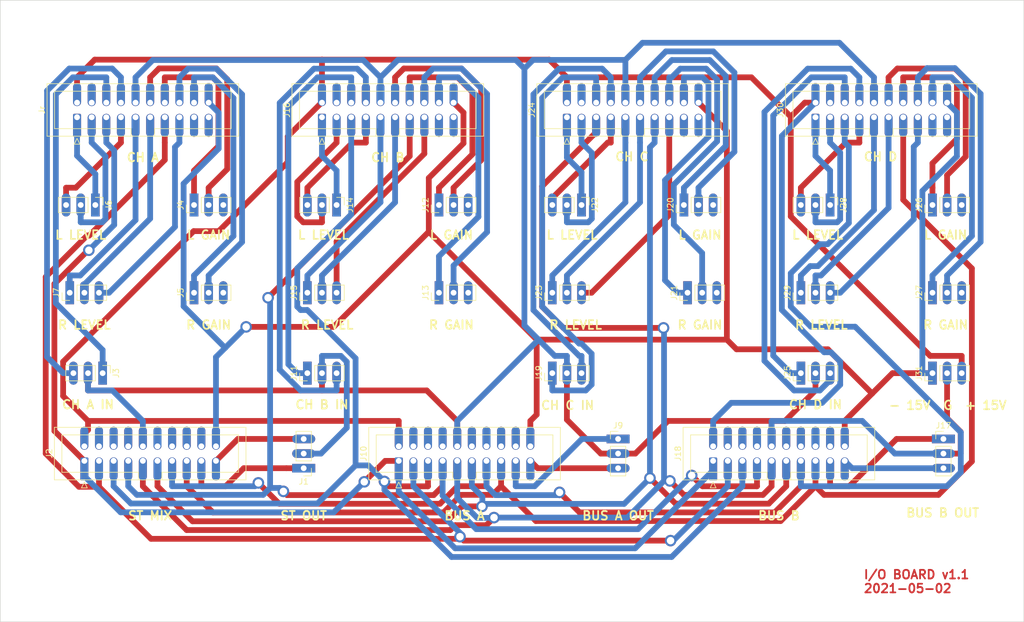
<source format=kicad_pcb>
(kicad_pcb (version 20171130) (host pcbnew "(5.1.9-0-10_14)")

  (general
    (thickness 1.6)
    (drawings 38)
    (tracks 614)
    (zones 0)
    (modules 31)
    (nets 107)
  )

  (page A4)
  (layers
    (0 F.Cu signal)
    (31 B.Cu signal)
    (32 B.Adhes user)
    (33 F.Adhes user)
    (34 B.Paste user)
    (35 F.Paste user)
    (36 B.SilkS user)
    (37 F.SilkS user)
    (38 B.Mask user)
    (39 F.Mask user)
    (40 Dwgs.User user)
    (41 Cmts.User user)
    (42 Eco1.User user)
    (43 Eco2.User user)
    (44 Edge.Cuts user)
    (45 Margin user)
    (46 B.CrtYd user)
    (47 F.CrtYd user)
    (48 B.Fab user)
    (49 F.Fab user)
  )

  (setup
    (last_trace_width 1)
    (trace_clearance 0.5)
    (zone_clearance 0.508)
    (zone_45_only no)
    (trace_min 0.2)
    (via_size 2)
    (via_drill 1.3)
    (via_min_size 0.4)
    (via_min_drill 0.3)
    (uvia_size 0.3)
    (uvia_drill 0.1)
    (uvias_allowed no)
    (uvia_min_size 0.2)
    (uvia_min_drill 0.1)
    (edge_width 0.05)
    (segment_width 0.2)
    (pcb_text_width 0.3)
    (pcb_text_size 1.5 1.5)
    (mod_edge_width 0.12)
    (mod_text_size 1 1)
    (mod_text_width 0.15)
    (pad_size 1.524 1.524)
    (pad_drill 0.762)
    (pad_to_mask_clearance 0)
    (aux_axis_origin 50.8 127)
    (grid_origin 50.8 127)
    (visible_elements 7FFFFFFF)
    (pcbplotparams
      (layerselection 0x01030_ffffffff)
      (usegerberextensions false)
      (usegerberattributes true)
      (usegerberadvancedattributes true)
      (creategerberjobfile true)
      (excludeedgelayer true)
      (linewidth 0.100000)
      (plotframeref false)
      (viasonmask false)
      (mode 1)
      (useauxorigin true)
      (hpglpennumber 1)
      (hpglpenspeed 20)
      (hpglpendiameter 15.000000)
      (psnegative false)
      (psa4output false)
      (plotreference true)
      (plotvalue true)
      (plotinvisibletext false)
      (padsonsilk false)
      (subtractmaskfromsilk false)
      (outputformat 1)
      (mirror false)
      (drillshape 0)
      (scaleselection 1)
      (outputdirectory "gerber/"))
  )

  (net 0 "")
  (net 1 /ST_L_OUT)
  (net 2 GND)
  (net 3 /ST_R_OUT)
  (net 4 /CH_A_L_OUT)
  (net 5 /CH_B_L_OUT)
  (net 6 /CH_C_L_OUT)
  (net 7 /CH_D_L_OUT)
  (net 8 /-_15V)
  (net 9 /CH_A_R_OUT)
  (net 10 /CH_B_R_OUT)
  (net 11 /CH_C_R_OUT)
  (net 12 /CH_D_R_OUT)
  (net 13 "Net-(J2-Pad12)")
  (net 14 "Net-(J2-Pad14)")
  (net 15 "Net-(J2-Pad18)")
  (net 16 /+_15V)
  (net 17 /CH_A_R_IN)
  (net 18 /CH_A_L_IN)
  (net 19 /CH_A_L_GAIN_TERM_A)
  (net 20 /CH_A_L_GAIN_WIPER)
  (net 21 "Net-(J4-Pad3)")
  (net 22 "Net-(J5-Pad3)")
  (net 23 /CH_A_R_GAIN_WIPER)
  (net 24 /CH_A_R_GAIN_TERM_A)
  (net 25 /CH_A_L_LEVEL_TERM_A)
  (net 26 /CH_A_L_LEVEL_WIPER)
  (net 27 /CH_A_LEVEL_TERM_B)
  (net 28 /CH_A_R_LEVEL_TERM_B)
  (net 29 /CH_A_R_LEVEL_WIPER)
  (net 30 /CH_A_R_LEVEL_TERM_A)
  (net 31 "Net-(J8-Pad19)")
  (net 32 /BUS_A_L_OUT)
  (net 33 /BUS_A_R_OUT)
  (net 34 "Net-(J10-Pad18)")
  (net 35 "Net-(J10-Pad14)")
  (net 36 "Net-(J10-Pad12)")
  (net 37 /CH_B_R_IN)
  (net 38 /CH_B_L_IN)
  (net 39 "Net-(J12-Pad3)")
  (net 40 /CH_B_L_GAIN_WIPER)
  (net 41 /CH_B_L_GAIN_TERM_A)
  (net 42 /CH_B_R_GAIN_TERM_A)
  (net 43 /CH_B_R_GAIN_WIPER)
  (net 44 "Net-(J13-Pad3)")
  (net 45 /CH_B_LEVEL_TERM_B)
  (net 46 /CH_B_L_LEVEL_WIPER)
  (net 47 /CH_B_L_LEVEL_TERM_A)
  (net 48 /CH_B_R_LEVEL_TERM_A)
  (net 49 /CH_B_R_LEVEL_WIPER)
  (net 50 /CH_B_R_LEVEL_TERM_B)
  (net 51 "Net-(J16-Pad19)")
  (net 52 /BUS_B_R_OUT)
  (net 53 /BUS_B_L_OUT)
  (net 54 "Net-(J18-Pad18)")
  (net 55 "Net-(J18-Pad14)")
  (net 56 "Net-(J18-Pad12)")
  (net 57 /CH_C_R_IN)
  (net 58 /CH_C_L_IN)
  (net 59 /CH_C_L_GAIN_TERM_A)
  (net 60 /CH_C_L_GAIN_WIPER)
  (net 61 "Net-(J20-Pad3)")
  (net 62 /CH_C_R_GAIN_TERM_A)
  (net 63 /CH_C_R_GAIN_WIPER)
  (net 64 "Net-(J21-Pad3)")
  (net 65 /CH_C_LEVEL_TERM_B)
  (net 66 /CH_C_L_LEVEL_WIPER)
  (net 67 /CH_C_L_LEVEL_TERM_A)
  (net 68 /CH_C_R_LEVEL_TERM_A)
  (net 69 /CH_C_R_LEVEL_WIPER)
  (net 70 /CH_C_R_LEVEL_TERM_B)
  (net 71 "Net-(J24-Pad19)")
  (net 72 /CH_D_L_IN)
  (net 73 /CH_D_R_IN)
  (net 74 "Net-(J26-Pad3)")
  (net 75 /CH_D_L_GAIN_WIPER)
  (net 76 /CH_D_L_GAIN_TERM_A)
  (net 77 /CH_D_R_GAIN_TERM_A)
  (net 78 /CH_D_R_GAIN_WIPER)
  (net 79 "Net-(J27-Pad3)")
  (net 80 /CH_D_LEVEL_TERM_B)
  (net 81 /CH_D_L_LEVEL_WIPER)
  (net 82 /CH_D_L_LEVEL_TERM_A)
  (net 83 /CH_D_R_LEVEL_TERM_A)
  (net 84 /CH_D_R_LEVEL_WIPER)
  (net 85 /CH_D_R_LEVEL_TERM_B)
  (net 86 "Net-(J30-Pad19)")
  (net 87 "Net-(J2-Pad4)")
  (net 88 "Net-(J2-Pad6)")
  (net 89 "Net-(J2-Pad8)")
  (net 90 "Net-(J2-Pad16)")
  (net 91 "Net-(J8-Pad17)")
  (net 92 "Net-(J8-Pad4)")
  (net 93 "Net-(J10-Pad16)")
  (net 94 "Net-(J10-Pad8)")
  (net 95 "Net-(J10-Pad6)")
  (net 96 "Net-(J10-Pad4)")
  (net 97 "Net-(J16-Pad17)")
  (net 98 "Net-(J16-Pad4)")
  (net 99 "Net-(J18-Pad16)")
  (net 100 "Net-(J18-Pad8)")
  (net 101 "Net-(J18-Pad6)")
  (net 102 "Net-(J18-Pad4)")
  (net 103 "Net-(J24-Pad4)")
  (net 104 "Net-(J24-Pad17)")
  (net 105 "Net-(J30-Pad17)")
  (net 106 "Net-(J30-Pad4)")

  (net_class Default "This is the default net class."
    (clearance 0.5)
    (trace_width 1)
    (via_dia 2)
    (via_drill 1.3)
    (uvia_dia 0.3)
    (uvia_drill 0.1)
    (add_net /+_15V)
    (add_net /-_15V)
    (add_net /BUS_A_L_OUT)
    (add_net /BUS_A_R_OUT)
    (add_net /BUS_B_L_OUT)
    (add_net /BUS_B_R_OUT)
    (add_net /CH_A_LEVEL_TERM_B)
    (add_net /CH_A_L_GAIN_TERM_A)
    (add_net /CH_A_L_GAIN_WIPER)
    (add_net /CH_A_L_IN)
    (add_net /CH_A_L_LEVEL_TERM_A)
    (add_net /CH_A_L_LEVEL_WIPER)
    (add_net /CH_A_L_OUT)
    (add_net /CH_A_R_GAIN_TERM_A)
    (add_net /CH_A_R_GAIN_WIPER)
    (add_net /CH_A_R_IN)
    (add_net /CH_A_R_LEVEL_TERM_A)
    (add_net /CH_A_R_LEVEL_TERM_B)
    (add_net /CH_A_R_LEVEL_WIPER)
    (add_net /CH_A_R_OUT)
    (add_net /CH_B_LEVEL_TERM_B)
    (add_net /CH_B_L_GAIN_TERM_A)
    (add_net /CH_B_L_GAIN_WIPER)
    (add_net /CH_B_L_IN)
    (add_net /CH_B_L_LEVEL_TERM_A)
    (add_net /CH_B_L_LEVEL_WIPER)
    (add_net /CH_B_L_OUT)
    (add_net /CH_B_R_GAIN_TERM_A)
    (add_net /CH_B_R_GAIN_WIPER)
    (add_net /CH_B_R_IN)
    (add_net /CH_B_R_LEVEL_TERM_A)
    (add_net /CH_B_R_LEVEL_TERM_B)
    (add_net /CH_B_R_LEVEL_WIPER)
    (add_net /CH_B_R_OUT)
    (add_net /CH_C_LEVEL_TERM_B)
    (add_net /CH_C_L_GAIN_TERM_A)
    (add_net /CH_C_L_GAIN_WIPER)
    (add_net /CH_C_L_IN)
    (add_net /CH_C_L_LEVEL_TERM_A)
    (add_net /CH_C_L_LEVEL_WIPER)
    (add_net /CH_C_L_OUT)
    (add_net /CH_C_R_GAIN_TERM_A)
    (add_net /CH_C_R_GAIN_WIPER)
    (add_net /CH_C_R_IN)
    (add_net /CH_C_R_LEVEL_TERM_A)
    (add_net /CH_C_R_LEVEL_TERM_B)
    (add_net /CH_C_R_LEVEL_WIPER)
    (add_net /CH_C_R_OUT)
    (add_net /CH_D_LEVEL_TERM_B)
    (add_net /CH_D_L_GAIN_TERM_A)
    (add_net /CH_D_L_GAIN_WIPER)
    (add_net /CH_D_L_IN)
    (add_net /CH_D_L_LEVEL_TERM_A)
    (add_net /CH_D_L_LEVEL_WIPER)
    (add_net /CH_D_L_OUT)
    (add_net /CH_D_R_GAIN_TERM_A)
    (add_net /CH_D_R_GAIN_WIPER)
    (add_net /CH_D_R_IN)
    (add_net /CH_D_R_LEVEL_TERM_A)
    (add_net /CH_D_R_LEVEL_TERM_B)
    (add_net /CH_D_R_LEVEL_WIPER)
    (add_net /CH_D_R_OUT)
    (add_net /ST_L_OUT)
    (add_net /ST_R_OUT)
    (add_net GND)
    (add_net "Net-(J10-Pad12)")
    (add_net "Net-(J10-Pad14)")
    (add_net "Net-(J10-Pad16)")
    (add_net "Net-(J10-Pad18)")
    (add_net "Net-(J10-Pad4)")
    (add_net "Net-(J10-Pad6)")
    (add_net "Net-(J10-Pad8)")
    (add_net "Net-(J12-Pad3)")
    (add_net "Net-(J13-Pad3)")
    (add_net "Net-(J16-Pad17)")
    (add_net "Net-(J16-Pad19)")
    (add_net "Net-(J16-Pad4)")
    (add_net "Net-(J18-Pad12)")
    (add_net "Net-(J18-Pad14)")
    (add_net "Net-(J18-Pad16)")
    (add_net "Net-(J18-Pad18)")
    (add_net "Net-(J18-Pad4)")
    (add_net "Net-(J18-Pad6)")
    (add_net "Net-(J18-Pad8)")
    (add_net "Net-(J2-Pad12)")
    (add_net "Net-(J2-Pad14)")
    (add_net "Net-(J2-Pad16)")
    (add_net "Net-(J2-Pad18)")
    (add_net "Net-(J2-Pad4)")
    (add_net "Net-(J2-Pad6)")
    (add_net "Net-(J2-Pad8)")
    (add_net "Net-(J20-Pad3)")
    (add_net "Net-(J21-Pad3)")
    (add_net "Net-(J24-Pad17)")
    (add_net "Net-(J24-Pad19)")
    (add_net "Net-(J24-Pad4)")
    (add_net "Net-(J26-Pad3)")
    (add_net "Net-(J27-Pad3)")
    (add_net "Net-(J30-Pad17)")
    (add_net "Net-(J30-Pad19)")
    (add_net "Net-(J30-Pad4)")
    (add_net "Net-(J4-Pad3)")
    (add_net "Net-(J5-Pad3)")
    (add_net "Net-(J8-Pad17)")
    (add_net "Net-(J8-Pad19)")
    (add_net "Net-(J8-Pad4)")
  )

  (module Connector_PinHeader_2.54mm:PinHeader_1x03_P2.54mm_Vertical (layer F.Cu) (tedit 608EEDBC) (tstamp 60826E43)
    (at 146.685 83.82 90)
    (descr "Through hole straight pin header, 1x03, 2.54mm pitch, single row")
    (tags "Through hole pin header THT 1x03 2.54mm single row")
    (path /6083A064)
    (fp_text reference J19 (at 0 -2.33 270) (layer F.SilkS)
      (effects (font (size 1 1) (thickness 0.15)))
    )
    (fp_text value "CH C IN: L G R" (at 0 7.41 270) (layer F.Fab)
      (effects (font (size 1 1) (thickness 0.15)))
    )
    (fp_line (start -0.635 -1.27) (end 1.27 -1.27) (layer F.Fab) (width 0.1))
    (fp_line (start 1.27 -1.27) (end 1.27 6.35) (layer F.Fab) (width 0.1))
    (fp_line (start 1.27 6.35) (end -1.27 6.35) (layer F.Fab) (width 0.1))
    (fp_line (start -1.27 6.35) (end -1.27 -0.635) (layer F.Fab) (width 0.1))
    (fp_line (start -1.27 -0.635) (end -0.635 -1.27) (layer F.Fab) (width 0.1))
    (fp_line (start -1.33 6.41) (end 1.33 6.41) (layer F.SilkS) (width 0.12))
    (fp_line (start -1.33 1.27) (end -1.33 6.41) (layer F.SilkS) (width 0.12))
    (fp_line (start 1.33 1.27) (end 1.33 6.41) (layer F.SilkS) (width 0.12))
    (fp_line (start -1.33 1.27) (end 1.33 1.27) (layer F.SilkS) (width 0.12))
    (fp_line (start -1.33 0) (end -1.33 -1.33) (layer F.SilkS) (width 0.12))
    (fp_line (start -1.33 -1.33) (end 0 -1.33) (layer F.SilkS) (width 0.12))
    (fp_line (start -1.8 -1.8) (end -1.8 6.85) (layer F.CrtYd) (width 0.05))
    (fp_line (start -1.8 6.85) (end 1.8 6.85) (layer F.CrtYd) (width 0.05))
    (fp_line (start 1.8 6.85) (end 1.8 -1.8) (layer F.CrtYd) (width 0.05))
    (fp_line (start 1.8 -1.8) (end -1.8 -1.8) (layer F.CrtYd) (width 0.05))
    (fp_text user %R (at 0 2.54) (layer F.Fab)
      (effects (font (size 1 1) (thickness 0.15)))
    )
    (pad 3 thru_hole oval (at 0 5.08 90) (size 4 1.5) (drill 1) (layers *.Cu *.Mask)
      (net 57 /CH_C_R_IN))
    (pad 2 thru_hole oval (at 0 2.54 90) (size 4 1.5) (drill 1) (layers *.Cu *.Mask)
      (net 2 GND))
    (pad 1 thru_hole rect (at 0 0 90) (size 4 1.5) (drill 1) (layers *.Cu *.Mask)
      (net 58 /CH_C_L_IN))
    (model ${KISYS3DMOD}/Connector_PinHeader_2.54mm.3dshapes/PinHeader_1x03_P2.54mm_Vertical.wrl
      (at (xyz 0 0 0))
      (scale (xyz 1 1 1))
      (rotate (xyz 0 0 0))
    )
  )

  (module Connector_PinHeader_2.54mm:PinHeader_1x03_P2.54mm_Vertical (layer F.Cu) (tedit 608EEDBC) (tstamp 60828817)
    (at 214.63 95.25)
    (descr "Through hole straight pin header, 1x03, 2.54mm pitch, single row")
    (tags "Through hole pin header THT 1x03 2.54mm single row")
    (path /60941592)
    (fp_text reference J17 (at 0 -2.33) (layer F.SilkS)
      (effects (font (size 1 1) (thickness 0.15)))
    )
    (fp_text value "BUS B OUT" (at 0 7.41) (layer F.Fab)
      (effects (font (size 1 1) (thickness 0.15)))
    )
    (fp_line (start -0.635 -1.27) (end 1.27 -1.27) (layer F.Fab) (width 0.1))
    (fp_line (start 1.27 -1.27) (end 1.27 6.35) (layer F.Fab) (width 0.1))
    (fp_line (start 1.27 6.35) (end -1.27 6.35) (layer F.Fab) (width 0.1))
    (fp_line (start -1.27 6.35) (end -1.27 -0.635) (layer F.Fab) (width 0.1))
    (fp_line (start -1.27 -0.635) (end -0.635 -1.27) (layer F.Fab) (width 0.1))
    (fp_line (start -1.33 6.41) (end 1.33 6.41) (layer F.SilkS) (width 0.12))
    (fp_line (start -1.33 1.27) (end -1.33 6.41) (layer F.SilkS) (width 0.12))
    (fp_line (start 1.33 1.27) (end 1.33 6.41) (layer F.SilkS) (width 0.12))
    (fp_line (start -1.33 1.27) (end 1.33 1.27) (layer F.SilkS) (width 0.12))
    (fp_line (start -1.33 0) (end -1.33 -1.33) (layer F.SilkS) (width 0.12))
    (fp_line (start -1.33 -1.33) (end 0 -1.33) (layer F.SilkS) (width 0.12))
    (fp_line (start -1.8 -1.8) (end -1.8 6.85) (layer F.CrtYd) (width 0.05))
    (fp_line (start -1.8 6.85) (end 1.8 6.85) (layer F.CrtYd) (width 0.05))
    (fp_line (start 1.8 6.85) (end 1.8 -1.8) (layer F.CrtYd) (width 0.05))
    (fp_line (start 1.8 -1.8) (end -1.8 -1.8) (layer F.CrtYd) (width 0.05))
    (fp_text user %R (at 0 2.54 90) (layer F.Fab)
      (effects (font (size 1 1) (thickness 0.15)))
    )
    (pad 3 thru_hole oval (at 0 5.08) (size 4 1.5) (drill 1) (layers *.Cu *.Mask)
      (net 52 /BUS_B_R_OUT))
    (pad 2 thru_hole oval (at 0 2.54) (size 4 1.5) (drill 1) (layers *.Cu *.Mask)
      (net 2 GND))
    (pad 1 thru_hole rect (at 0 0) (size 4 1.5) (drill 1) (layers *.Cu *.Mask)
      (net 53 /BUS_B_L_OUT))
    (model ${KISYS3DMOD}/Connector_PinHeader_2.54mm.3dshapes/PinHeader_1x03_P2.54mm_Vertical.wrl
      (at (xyz 0 0 0))
      (scale (xyz 1 1 1))
      (rotate (xyz 0 0 0))
    )
  )

  (module Connector_IDC:IDC-Header_2x10_P2.54mm_Vertical (layer F.Cu) (tedit 608EEEC9) (tstamp 60826E2C)
    (at 174.625 99.06 90)
    (descr "Through hole IDC box header, 2x10, 2.54mm pitch, DIN 41651 / IEC 60603-13, double rows, https://docs.google.com/spreadsheets/d/16SsEcesNF15N3Lb4niX7dcUr-NY5_MFPQhobNuNppn4/edit#gid=0")
    (tags "Through hole vertical IDC box header THT 2x10 2.54mm double row")
    (path /6094156D)
    (fp_text reference J18 (at 1.27 -6.1 90) (layer F.SilkS)
      (effects (font (size 1 1) (thickness 0.15)))
    )
    (fp_text value "BUS B BOARD" (at 1.27 28.96 90) (layer F.Fab)
      (effects (font (size 1 1) (thickness 0.15)))
    )
    (fp_line (start 6.22 -5.6) (end -3.68 -5.6) (layer F.CrtYd) (width 0.05))
    (fp_line (start 6.22 28.46) (end 6.22 -5.6) (layer F.CrtYd) (width 0.05))
    (fp_line (start -3.68 28.46) (end 6.22 28.46) (layer F.CrtYd) (width 0.05))
    (fp_line (start -3.68 -5.6) (end -3.68 28.46) (layer F.CrtYd) (width 0.05))
    (fp_line (start -4.68 0.5) (end -3.68 0) (layer F.SilkS) (width 0.12))
    (fp_line (start -4.68 -0.5) (end -4.68 0.5) (layer F.SilkS) (width 0.12))
    (fp_line (start -3.68 0) (end -4.68 -0.5) (layer F.SilkS) (width 0.12))
    (fp_line (start -1.98 13.48) (end -3.29 13.48) (layer F.SilkS) (width 0.12))
    (fp_line (start -1.98 13.48) (end -1.98 13.48) (layer F.SilkS) (width 0.12))
    (fp_line (start -1.98 26.77) (end -1.98 13.48) (layer F.SilkS) (width 0.12))
    (fp_line (start 4.52 26.77) (end -1.98 26.77) (layer F.SilkS) (width 0.12))
    (fp_line (start 4.52 -3.91) (end 4.52 26.77) (layer F.SilkS) (width 0.12))
    (fp_line (start -1.98 -3.91) (end 4.52 -3.91) (layer F.SilkS) (width 0.12))
    (fp_line (start -1.98 9.38) (end -1.98 -3.91) (layer F.SilkS) (width 0.12))
    (fp_line (start -3.29 9.38) (end -1.98 9.38) (layer F.SilkS) (width 0.12))
    (fp_line (start -3.29 28.07) (end -3.29 -5.21) (layer F.SilkS) (width 0.12))
    (fp_line (start 5.83 28.07) (end -3.29 28.07) (layer F.SilkS) (width 0.12))
    (fp_line (start 5.83 -5.21) (end 5.83 28.07) (layer F.SilkS) (width 0.12))
    (fp_line (start -3.29 -5.21) (end 5.83 -5.21) (layer F.SilkS) (width 0.12))
    (fp_line (start -1.98 13.48) (end -3.18 13.48) (layer F.Fab) (width 0.1))
    (fp_line (start -1.98 13.48) (end -1.98 13.48) (layer F.Fab) (width 0.1))
    (fp_line (start -1.98 26.77) (end -1.98 13.48) (layer F.Fab) (width 0.1))
    (fp_line (start 4.52 26.77) (end -1.98 26.77) (layer F.Fab) (width 0.1))
    (fp_line (start 4.52 -3.91) (end 4.52 26.77) (layer F.Fab) (width 0.1))
    (fp_line (start -1.98 -3.91) (end 4.52 -3.91) (layer F.Fab) (width 0.1))
    (fp_line (start -1.98 9.38) (end -1.98 -3.91) (layer F.Fab) (width 0.1))
    (fp_line (start -3.18 9.38) (end -1.98 9.38) (layer F.Fab) (width 0.1))
    (fp_line (start -3.18 27.96) (end -3.18 -4.1) (layer F.Fab) (width 0.1))
    (fp_line (start 5.72 27.96) (end -3.18 27.96) (layer F.Fab) (width 0.1))
    (fp_line (start 5.72 -5.1) (end 5.72 27.96) (layer F.Fab) (width 0.1))
    (fp_line (start -2.18 -5.1) (end 5.72 -5.1) (layer F.Fab) (width 0.1))
    (fp_line (start -3.18 -4.1) (end -2.18 -5.1) (layer F.Fab) (width 0.1))
    (fp_text user %R (at 1.27 11.43) (layer F.Fab)
      (effects (font (size 1 1) (thickness 0.15)))
    )
    (pad 20 thru_hole oval (at 2.54 22.86 90) (size 4 1.4) (drill 1 (offset 1.4 0)) (layers *.Cu *.Mask)
      (net 8 /-_15V))
    (pad 18 thru_hole oval (at 2.54 20.32 90) (size 4 1.4) (drill 1 (offset 1.4 0)) (layers *.Cu *.Mask)
      (net 54 "Net-(J18-Pad18)"))
    (pad 16 thru_hole oval (at 2.54 17.78 90) (size 4 1.4) (drill 1 (offset 1.4 0)) (layers *.Cu *.Mask)
      (net 99 "Net-(J18-Pad16)"))
    (pad 14 thru_hole oval (at 2.54 15.24 90) (size 4 1.4) (drill 1 (offset 1.4 0)) (layers *.Cu *.Mask)
      (net 55 "Net-(J18-Pad14)"))
    (pad 12 thru_hole oval (at 2.54 12.7 90) (size 4 1.4) (drill 1 (offset 1.4 0)) (layers *.Cu *.Mask)
      (net 56 "Net-(J18-Pad12)"))
    (pad 10 thru_hole oval (at 2.54 10.16 90) (size 4 1.4) (drill 1 (offset 1.4 0)) (layers *.Cu *.Mask)
      (net 2 GND))
    (pad 8 thru_hole oval (at 2.54 7.62 90) (size 4 1.4) (drill 1 (offset 1.4 0)) (layers *.Cu *.Mask)
      (net 100 "Net-(J18-Pad8)"))
    (pad 6 thru_hole oval (at 2.54 5.08 90) (size 4 1.4) (drill 1 (offset 1.4 0)) (layers *.Cu *.Mask)
      (net 101 "Net-(J18-Pad6)"))
    (pad 4 thru_hole oval (at 2.54 2.54 90) (size 4 1.4) (drill 1 (offset 1.4 0)) (layers *.Cu *.Mask)
      (net 102 "Net-(J18-Pad4)"))
    (pad 2 thru_hole oval (at 2.54 0 90) (size 4 1.4) (drill 1 (offset 1.4 0)) (layers *.Cu *.Mask)
      (net 16 /+_15V))
    (pad 19 thru_hole oval (at 0 22.86 90) (size 4 1.4) (drill 1 (offset -1.4 0)) (layers *.Cu *.Mask)
      (net 52 /BUS_B_R_OUT))
    (pad 17 thru_hole oval (at 0 20.32 90) (size 4 1.4) (drill 1 (offset -1.4 0)) (layers *.Cu *.Mask)
      (net 53 /BUS_B_L_OUT))
    (pad 15 thru_hole oval (at 0 17.78 90) (size 4 1.4) (drill 1 (offset -1.4 0)) (layers *.Cu *.Mask)
      (net 12 /CH_D_R_OUT))
    (pad 13 thru_hole oval (at 0 15.24 90) (size 4 1.4) (drill 1 (offset -1.4 0)) (layers *.Cu *.Mask)
      (net 7 /CH_D_L_OUT))
    (pad 11 thru_hole oval (at 0 12.7 90) (size 4 1.4) (drill 1 (offset -1.4 0)) (layers *.Cu *.Mask)
      (net 11 /CH_C_R_OUT))
    (pad 9 thru_hole oval (at 0 10.16 90) (size 4 1.4) (drill 1 (offset -1.4 0)) (layers *.Cu *.Mask)
      (net 6 /CH_C_L_OUT))
    (pad 7 thru_hole oval (at 0 7.62 90) (size 4 1.4) (drill 1 (offset -1.4 0)) (layers *.Cu *.Mask)
      (net 10 /CH_B_R_OUT))
    (pad 5 thru_hole oval (at 0 5.08 90) (size 4 1.4) (drill 1 (offset -1.4 0)) (layers *.Cu *.Mask)
      (net 5 /CH_B_L_OUT))
    (pad 3 thru_hole oval (at 0 2.54 90) (size 4 1.4) (drill 1 (offset -1.4 0)) (layers *.Cu *.Mask)
      (net 9 /CH_A_R_OUT))
    (pad 1 thru_hole roundrect (at 0 0 90) (size 4 1.4) (drill 1 (offset -1.4 0)) (layers *.Cu *.Mask) (roundrect_rratio 0.147)
      (net 4 /CH_A_L_OUT))
    (model ${KISYS3DMOD}/Connector_IDC.3dshapes/IDC-Header_2x10_P2.54mm_Vertical.wrl
      (at (xyz 0 0 0))
      (scale (xyz 1 1 1))
      (rotate (xyz 0 0 0))
    )
  )

  (module Connector_PinHeader_2.54mm:PinHeader_1x03_P2.54mm_Vertical (layer F.Cu) (tedit 608EEDBC) (tstamp 6083A4E4)
    (at 104.14 69.85 90)
    (descr "Through hole straight pin header, 1x03, 2.54mm pitch, single row")
    (tags "Through hole pin header THT 1x03 2.54mm single row")
    (path /608344BE)
    (fp_text reference J15 (at 0 -2.33 90) (layer F.SilkS)
      (effects (font (size 1 1) (thickness 0.15)))
    )
    (fp_text value "CH B R Level: A W B" (at 0 7.41 90) (layer F.Fab)
      (effects (font (size 1 1) (thickness 0.15)))
    )
    (fp_line (start -0.635 -1.27) (end 1.27 -1.27) (layer F.Fab) (width 0.1))
    (fp_line (start 1.27 -1.27) (end 1.27 6.35) (layer F.Fab) (width 0.1))
    (fp_line (start 1.27 6.35) (end -1.27 6.35) (layer F.Fab) (width 0.1))
    (fp_line (start -1.27 6.35) (end -1.27 -0.635) (layer F.Fab) (width 0.1))
    (fp_line (start -1.27 -0.635) (end -0.635 -1.27) (layer F.Fab) (width 0.1))
    (fp_line (start -1.33 6.41) (end 1.33 6.41) (layer F.SilkS) (width 0.12))
    (fp_line (start -1.33 1.27) (end -1.33 6.41) (layer F.SilkS) (width 0.12))
    (fp_line (start 1.33 1.27) (end 1.33 6.41) (layer F.SilkS) (width 0.12))
    (fp_line (start -1.33 1.27) (end 1.33 1.27) (layer F.SilkS) (width 0.12))
    (fp_line (start -1.33 0) (end -1.33 -1.33) (layer F.SilkS) (width 0.12))
    (fp_line (start -1.33 -1.33) (end 0 -1.33) (layer F.SilkS) (width 0.12))
    (fp_line (start -1.8 -1.8) (end -1.8 6.85) (layer F.CrtYd) (width 0.05))
    (fp_line (start -1.8 6.85) (end 1.8 6.85) (layer F.CrtYd) (width 0.05))
    (fp_line (start 1.8 6.85) (end 1.8 -1.8) (layer F.CrtYd) (width 0.05))
    (fp_line (start 1.8 -1.8) (end -1.8 -1.8) (layer F.CrtYd) (width 0.05))
    (fp_text user %R (at 0 2.54) (layer F.Fab)
      (effects (font (size 1 1) (thickness 0.15)))
    )
    (pad 3 thru_hole oval (at 0 5.08 90) (size 4 1.5) (drill 1) (layers *.Cu *.Mask)
      (net 50 /CH_B_R_LEVEL_TERM_B))
    (pad 2 thru_hole oval (at 0 2.54 90) (size 4 1.5) (drill 1) (layers *.Cu *.Mask)
      (net 49 /CH_B_R_LEVEL_WIPER))
    (pad 1 thru_hole rect (at 0 0 90) (size 4 1.5) (drill 1) (layers *.Cu *.Mask)
      (net 48 /CH_B_R_LEVEL_TERM_A))
    (model ${KISYS3DMOD}/Connector_PinHeader_2.54mm.3dshapes/PinHeader_1x03_P2.54mm_Vertical.wrl
      (at (xyz 0 0 0))
      (scale (xyz 1 1 1))
      (rotate (xyz 0 0 0))
    )
  )

  (module Connector_PinHeader_2.54mm:PinHeader_1x03_P2.54mm_Vertical (layer F.Cu) (tedit 608EEDBC) (tstamp 6083A568)
    (at 127 69.85 90)
    (descr "Through hole straight pin header, 1x03, 2.54mm pitch, single row")
    (tags "Through hole pin header THT 1x03 2.54mm single row")
    (path /608344B2)
    (fp_text reference J13 (at 0 -2.33 90) (layer F.SilkS)
      (effects (font (size 1 1) (thickness 0.15)))
    )
    (fp_text value "CH B R GAIN: TWX" (at 0 7.41 90) (layer F.Fab)
      (effects (font (size 1 1) (thickness 0.15)))
    )
    (fp_line (start -0.635 -1.27) (end 1.27 -1.27) (layer F.Fab) (width 0.1))
    (fp_line (start 1.27 -1.27) (end 1.27 6.35) (layer F.Fab) (width 0.1))
    (fp_line (start 1.27 6.35) (end -1.27 6.35) (layer F.Fab) (width 0.1))
    (fp_line (start -1.27 6.35) (end -1.27 -0.635) (layer F.Fab) (width 0.1))
    (fp_line (start -1.27 -0.635) (end -0.635 -1.27) (layer F.Fab) (width 0.1))
    (fp_line (start -1.33 6.41) (end 1.33 6.41) (layer F.SilkS) (width 0.12))
    (fp_line (start -1.33 1.27) (end -1.33 6.41) (layer F.SilkS) (width 0.12))
    (fp_line (start 1.33 1.27) (end 1.33 6.41) (layer F.SilkS) (width 0.12))
    (fp_line (start -1.33 1.27) (end 1.33 1.27) (layer F.SilkS) (width 0.12))
    (fp_line (start -1.33 0) (end -1.33 -1.33) (layer F.SilkS) (width 0.12))
    (fp_line (start -1.33 -1.33) (end 0 -1.33) (layer F.SilkS) (width 0.12))
    (fp_line (start -1.8 -1.8) (end -1.8 6.85) (layer F.CrtYd) (width 0.05))
    (fp_line (start -1.8 6.85) (end 1.8 6.85) (layer F.CrtYd) (width 0.05))
    (fp_line (start 1.8 6.85) (end 1.8 -1.8) (layer F.CrtYd) (width 0.05))
    (fp_line (start 1.8 -1.8) (end -1.8 -1.8) (layer F.CrtYd) (width 0.05))
    (fp_text user %R (at 0 2.54) (layer F.Fab)
      (effects (font (size 1 1) (thickness 0.15)))
    )
    (pad 3 thru_hole oval (at 0 5.08 90) (size 4 1.5) (drill 1) (layers *.Cu *.Mask)
      (net 44 "Net-(J13-Pad3)"))
    (pad 2 thru_hole oval (at 0 2.54 90) (size 4 1.5) (drill 1) (layers *.Cu *.Mask)
      (net 43 /CH_B_R_GAIN_WIPER))
    (pad 1 thru_hole rect (at 0 0 90) (size 4 1.5) (drill 1) (layers *.Cu *.Mask)
      (net 42 /CH_B_R_GAIN_TERM_A))
    (model ${KISYS3DMOD}/Connector_PinHeader_2.54mm.3dshapes/PinHeader_1x03_P2.54mm_Vertical.wrl
      (at (xyz 0 0 0))
      (scale (xyz 1 1 1))
      (rotate (xyz 0 0 0))
    )
  )

  (module Connector_PinHeader_2.54mm:PinHeader_1x03_P2.54mm_Vertical (layer F.Cu) (tedit 608EEDBC) (tstamp 6083A526)
    (at 109.22 54.61 270)
    (descr "Through hole straight pin header, 1x03, 2.54mm pitch, single row")
    (tags "Through hole pin header THT 1x03 2.54mm single row")
    (path /608344B8)
    (fp_text reference J14 (at 0 -2.33 90) (layer F.SilkS)
      (effects (font (size 1 1) (thickness 0.15)))
    )
    (fp_text value "CH B L Level: A W B" (at 0 7.41 90) (layer F.Fab)
      (effects (font (size 1 1) (thickness 0.15)))
    )
    (fp_line (start -0.635 -1.27) (end 1.27 -1.27) (layer F.Fab) (width 0.1))
    (fp_line (start 1.27 -1.27) (end 1.27 6.35) (layer F.Fab) (width 0.1))
    (fp_line (start 1.27 6.35) (end -1.27 6.35) (layer F.Fab) (width 0.1))
    (fp_line (start -1.27 6.35) (end -1.27 -0.635) (layer F.Fab) (width 0.1))
    (fp_line (start -1.27 -0.635) (end -0.635 -1.27) (layer F.Fab) (width 0.1))
    (fp_line (start -1.33 6.41) (end 1.33 6.41) (layer F.SilkS) (width 0.12))
    (fp_line (start -1.33 1.27) (end -1.33 6.41) (layer F.SilkS) (width 0.12))
    (fp_line (start 1.33 1.27) (end 1.33 6.41) (layer F.SilkS) (width 0.12))
    (fp_line (start -1.33 1.27) (end 1.33 1.27) (layer F.SilkS) (width 0.12))
    (fp_line (start -1.33 0) (end -1.33 -1.33) (layer F.SilkS) (width 0.12))
    (fp_line (start -1.33 -1.33) (end 0 -1.33) (layer F.SilkS) (width 0.12))
    (fp_line (start -1.8 -1.8) (end -1.8 6.85) (layer F.CrtYd) (width 0.05))
    (fp_line (start -1.8 6.85) (end 1.8 6.85) (layer F.CrtYd) (width 0.05))
    (fp_line (start 1.8 6.85) (end 1.8 -1.8) (layer F.CrtYd) (width 0.05))
    (fp_line (start 1.8 -1.8) (end -1.8 -1.8) (layer F.CrtYd) (width 0.05))
    (fp_text user %R (at 0 2.54) (layer F.Fab)
      (effects (font (size 1 1) (thickness 0.15)))
    )
    (pad 3 thru_hole oval (at 0 5.08 270) (size 4 1.5) (drill 1) (layers *.Cu *.Mask)
      (net 45 /CH_B_LEVEL_TERM_B))
    (pad 2 thru_hole oval (at 0 2.54 270) (size 4 1.5) (drill 1) (layers *.Cu *.Mask)
      (net 46 /CH_B_L_LEVEL_WIPER))
    (pad 1 thru_hole rect (at 0 0 270) (size 4 1.5) (drill 1) (layers *.Cu *.Mask)
      (net 47 /CH_B_L_LEVEL_TERM_A))
    (model ${KISYS3DMOD}/Connector_PinHeader_2.54mm.3dshapes/PinHeader_1x03_P2.54mm_Vertical.wrl
      (at (xyz 0 0 0))
      (scale (xyz 1 1 1))
      (rotate (xyz 0 0 0))
    )
  )

  (module Connector_PinHeader_2.54mm:PinHeader_1x03_P2.54mm_Vertical (layer F.Cu) (tedit 608EEDBC) (tstamp 6083A5AA)
    (at 127 54.61 90)
    (descr "Through hole straight pin header, 1x03, 2.54mm pitch, single row")
    (tags "Through hole pin header THT 1x03 2.54mm single row")
    (path /608344AC)
    (fp_text reference J12 (at 0 -2.33 90) (layer F.SilkS)
      (effects (font (size 1 1) (thickness 0.15)))
    )
    (fp_text value "CH B L GAIN: TWX" (at 0 7.41 90) (layer F.Fab)
      (effects (font (size 1 1) (thickness 0.15)))
    )
    (fp_line (start -0.635 -1.27) (end 1.27 -1.27) (layer F.Fab) (width 0.1))
    (fp_line (start 1.27 -1.27) (end 1.27 6.35) (layer F.Fab) (width 0.1))
    (fp_line (start 1.27 6.35) (end -1.27 6.35) (layer F.Fab) (width 0.1))
    (fp_line (start -1.27 6.35) (end -1.27 -0.635) (layer F.Fab) (width 0.1))
    (fp_line (start -1.27 -0.635) (end -0.635 -1.27) (layer F.Fab) (width 0.1))
    (fp_line (start -1.33 6.41) (end 1.33 6.41) (layer F.SilkS) (width 0.12))
    (fp_line (start -1.33 1.27) (end -1.33 6.41) (layer F.SilkS) (width 0.12))
    (fp_line (start 1.33 1.27) (end 1.33 6.41) (layer F.SilkS) (width 0.12))
    (fp_line (start -1.33 1.27) (end 1.33 1.27) (layer F.SilkS) (width 0.12))
    (fp_line (start -1.33 0) (end -1.33 -1.33) (layer F.SilkS) (width 0.12))
    (fp_line (start -1.33 -1.33) (end 0 -1.33) (layer F.SilkS) (width 0.12))
    (fp_line (start -1.8 -1.8) (end -1.8 6.85) (layer F.CrtYd) (width 0.05))
    (fp_line (start -1.8 6.85) (end 1.8 6.85) (layer F.CrtYd) (width 0.05))
    (fp_line (start 1.8 6.85) (end 1.8 -1.8) (layer F.CrtYd) (width 0.05))
    (fp_line (start 1.8 -1.8) (end -1.8 -1.8) (layer F.CrtYd) (width 0.05))
    (fp_text user %R (at 0 2.54) (layer F.Fab)
      (effects (font (size 1 1) (thickness 0.15)))
    )
    (pad 3 thru_hole oval (at 0 5.08 90) (size 4 1.5) (drill 1) (layers *.Cu *.Mask)
      (net 39 "Net-(J12-Pad3)"))
    (pad 2 thru_hole oval (at 0 2.54 90) (size 4 1.5) (drill 1) (layers *.Cu *.Mask)
      (net 40 /CH_B_L_GAIN_WIPER))
    (pad 1 thru_hole rect (at 0 0 90) (size 4 1.5) (drill 1) (layers *.Cu *.Mask)
      (net 41 /CH_B_L_GAIN_TERM_A))
    (model ${KISYS3DMOD}/Connector_PinHeader_2.54mm.3dshapes/PinHeader_1x03_P2.54mm_Vertical.wrl
      (at (xyz 0 0 0))
      (scale (xyz 1 1 1))
      (rotate (xyz 0 0 0))
    )
  )

  (module Connector_PinHeader_2.54mm:PinHeader_1x03_P2.54mm_Vertical (layer F.Cu) (tedit 608EEDBC) (tstamp 6083A5EC)
    (at 104.14 83.82 90)
    (descr "Through hole straight pin header, 1x03, 2.54mm pitch, single row")
    (tags "Through hole pin header THT 1x03 2.54mm single row")
    (path /608344DB)
    (fp_text reference J11 (at 0 -2.33 90) (layer F.SilkS)
      (effects (font (size 1 1) (thickness 0.15)))
    )
    (fp_text value "CH B IN: L G R" (at 0 7.41 90) (layer F.Fab)
      (effects (font (size 1 1) (thickness 0.15)))
    )
    (fp_line (start -0.635 -1.27) (end 1.27 -1.27) (layer F.Fab) (width 0.1))
    (fp_line (start 1.27 -1.27) (end 1.27 6.35) (layer F.Fab) (width 0.1))
    (fp_line (start 1.27 6.35) (end -1.27 6.35) (layer F.Fab) (width 0.1))
    (fp_line (start -1.27 6.35) (end -1.27 -0.635) (layer F.Fab) (width 0.1))
    (fp_line (start -1.27 -0.635) (end -0.635 -1.27) (layer F.Fab) (width 0.1))
    (fp_line (start -1.33 6.41) (end 1.33 6.41) (layer F.SilkS) (width 0.12))
    (fp_line (start -1.33 1.27) (end -1.33 6.41) (layer F.SilkS) (width 0.12))
    (fp_line (start 1.33 1.27) (end 1.33 6.41) (layer F.SilkS) (width 0.12))
    (fp_line (start -1.33 1.27) (end 1.33 1.27) (layer F.SilkS) (width 0.12))
    (fp_line (start -1.33 0) (end -1.33 -1.33) (layer F.SilkS) (width 0.12))
    (fp_line (start -1.33 -1.33) (end 0 -1.33) (layer F.SilkS) (width 0.12))
    (fp_line (start -1.8 -1.8) (end -1.8 6.85) (layer F.CrtYd) (width 0.05))
    (fp_line (start -1.8 6.85) (end 1.8 6.85) (layer F.CrtYd) (width 0.05))
    (fp_line (start 1.8 6.85) (end 1.8 -1.8) (layer F.CrtYd) (width 0.05))
    (fp_line (start 1.8 -1.8) (end -1.8 -1.8) (layer F.CrtYd) (width 0.05))
    (fp_text user %R (at 0 2.54) (layer F.Fab)
      (effects (font (size 1 1) (thickness 0.15)))
    )
    (pad 3 thru_hole oval (at 0 5.08 90) (size 4 1.5) (drill 1) (layers *.Cu *.Mask)
      (net 37 /CH_B_R_IN))
    (pad 2 thru_hole oval (at 0 2.54 90) (size 4 1.5) (drill 1) (layers *.Cu *.Mask)
      (net 2 GND))
    (pad 1 thru_hole rect (at 0 0 90) (size 4 1.5) (drill 1) (layers *.Cu *.Mask)
      (net 38 /CH_B_L_IN))
    (model ${KISYS3DMOD}/Connector_PinHeader_2.54mm.3dshapes/PinHeader_1x03_P2.54mm_Vertical.wrl
      (at (xyz 0 0 0))
      (scale (xyz 1 1 1))
      (rotate (xyz 0 0 0))
    )
  )

  (module Connector_PinHeader_2.54mm:PinHeader_1x03_P2.54mm_Vertical (layer F.Cu) (tedit 608EEDBC) (tstamp 60826CF7)
    (at 158.115 95.25)
    (descr "Through hole straight pin header, 1x03, 2.54mm pitch, single row")
    (tags "Through hole pin header THT 1x03 2.54mm single row")
    (path /6093193D)
    (fp_text reference J9 (at 0 -2.33) (layer F.SilkS)
      (effects (font (size 1 1) (thickness 0.15)))
    )
    (fp_text value "BUS A OUT" (at 0 7.41) (layer F.Fab)
      (effects (font (size 1 1) (thickness 0.15)))
    )
    (fp_line (start -0.635 -1.27) (end 1.27 -1.27) (layer F.Fab) (width 0.1))
    (fp_line (start 1.27 -1.27) (end 1.27 6.35) (layer F.Fab) (width 0.1))
    (fp_line (start 1.27 6.35) (end -1.27 6.35) (layer F.Fab) (width 0.1))
    (fp_line (start -1.27 6.35) (end -1.27 -0.635) (layer F.Fab) (width 0.1))
    (fp_line (start -1.27 -0.635) (end -0.635 -1.27) (layer F.Fab) (width 0.1))
    (fp_line (start -1.33 6.41) (end 1.33 6.41) (layer F.SilkS) (width 0.12))
    (fp_line (start -1.33 1.27) (end -1.33 6.41) (layer F.SilkS) (width 0.12))
    (fp_line (start 1.33 1.27) (end 1.33 6.41) (layer F.SilkS) (width 0.12))
    (fp_line (start -1.33 1.27) (end 1.33 1.27) (layer F.SilkS) (width 0.12))
    (fp_line (start -1.33 0) (end -1.33 -1.33) (layer F.SilkS) (width 0.12))
    (fp_line (start -1.33 -1.33) (end 0 -1.33) (layer F.SilkS) (width 0.12))
    (fp_line (start -1.8 -1.8) (end -1.8 6.85) (layer F.CrtYd) (width 0.05))
    (fp_line (start -1.8 6.85) (end 1.8 6.85) (layer F.CrtYd) (width 0.05))
    (fp_line (start 1.8 6.85) (end 1.8 -1.8) (layer F.CrtYd) (width 0.05))
    (fp_line (start 1.8 -1.8) (end -1.8 -1.8) (layer F.CrtYd) (width 0.05))
    (fp_text user %R (at 0 2.54 90) (layer F.Fab)
      (effects (font (size 1 1) (thickness 0.15)))
    )
    (pad 3 thru_hole oval (at 0 5.08) (size 4 1.5) (drill 1) (layers *.Cu *.Mask)
      (net 33 /BUS_A_R_OUT))
    (pad 2 thru_hole oval (at 0 2.54) (size 4 1.5) (drill 1) (layers *.Cu *.Mask)
      (net 2 GND))
    (pad 1 thru_hole rect (at 0 0) (size 4 1.5) (drill 1) (layers *.Cu *.Mask)
      (net 32 /BUS_A_L_OUT))
    (model ${KISYS3DMOD}/Connector_PinHeader_2.54mm.3dshapes/PinHeader_1x03_P2.54mm_Vertical.wrl
      (at (xyz 0 0 0))
      (scale (xyz 1 1 1))
      (rotate (xyz 0 0 0))
    )
  )

  (module Connector_IDC:IDC-Header_2x10_P2.54mm_Vertical (layer F.Cu) (tedit 608EEEC9) (tstamp 60826D30)
    (at 120.015 99.06 90)
    (descr "Through hole IDC box header, 2x10, 2.54mm pitch, DIN 41651 / IEC 60603-13, double rows, https://docs.google.com/spreadsheets/d/16SsEcesNF15N3Lb4niX7dcUr-NY5_MFPQhobNuNppn4/edit#gid=0")
    (tags "Through hole vertical IDC box header THT 2x10 2.54mm double row")
    (path /60924B91)
    (fp_text reference J10 (at 1.27 -6.1 90) (layer F.SilkS)
      (effects (font (size 1 1) (thickness 0.15)))
    )
    (fp_text value "BUS A BOARD" (at 1.27 28.96 90) (layer F.Fab)
      (effects (font (size 1 1) (thickness 0.15)))
    )
    (fp_line (start 6.22 -5.6) (end -3.68 -5.6) (layer F.CrtYd) (width 0.05))
    (fp_line (start 6.22 28.46) (end 6.22 -5.6) (layer F.CrtYd) (width 0.05))
    (fp_line (start -3.68 28.46) (end 6.22 28.46) (layer F.CrtYd) (width 0.05))
    (fp_line (start -3.68 -5.6) (end -3.68 28.46) (layer F.CrtYd) (width 0.05))
    (fp_line (start -4.68 0.5) (end -3.68 0) (layer F.SilkS) (width 0.12))
    (fp_line (start -4.68 -0.5) (end -4.68 0.5) (layer F.SilkS) (width 0.12))
    (fp_line (start -3.68 0) (end -4.68 -0.5) (layer F.SilkS) (width 0.12))
    (fp_line (start -1.98 13.48) (end -3.29 13.48) (layer F.SilkS) (width 0.12))
    (fp_line (start -1.98 13.48) (end -1.98 13.48) (layer F.SilkS) (width 0.12))
    (fp_line (start -1.98 26.77) (end -1.98 13.48) (layer F.SilkS) (width 0.12))
    (fp_line (start 4.52 26.77) (end -1.98 26.77) (layer F.SilkS) (width 0.12))
    (fp_line (start 4.52 -3.91) (end 4.52 26.77) (layer F.SilkS) (width 0.12))
    (fp_line (start -1.98 -3.91) (end 4.52 -3.91) (layer F.SilkS) (width 0.12))
    (fp_line (start -1.98 9.38) (end -1.98 -3.91) (layer F.SilkS) (width 0.12))
    (fp_line (start -3.29 9.38) (end -1.98 9.38) (layer F.SilkS) (width 0.12))
    (fp_line (start -3.29 28.07) (end -3.29 -5.21) (layer F.SilkS) (width 0.12))
    (fp_line (start 5.83 28.07) (end -3.29 28.07) (layer F.SilkS) (width 0.12))
    (fp_line (start 5.83 -5.21) (end 5.83 28.07) (layer F.SilkS) (width 0.12))
    (fp_line (start -3.29 -5.21) (end 5.83 -5.21) (layer F.SilkS) (width 0.12))
    (fp_line (start -1.98 13.48) (end -3.18 13.48) (layer F.Fab) (width 0.1))
    (fp_line (start -1.98 13.48) (end -1.98 13.48) (layer F.Fab) (width 0.1))
    (fp_line (start -1.98 26.77) (end -1.98 13.48) (layer F.Fab) (width 0.1))
    (fp_line (start 4.52 26.77) (end -1.98 26.77) (layer F.Fab) (width 0.1))
    (fp_line (start 4.52 -3.91) (end 4.52 26.77) (layer F.Fab) (width 0.1))
    (fp_line (start -1.98 -3.91) (end 4.52 -3.91) (layer F.Fab) (width 0.1))
    (fp_line (start -1.98 9.38) (end -1.98 -3.91) (layer F.Fab) (width 0.1))
    (fp_line (start -3.18 9.38) (end -1.98 9.38) (layer F.Fab) (width 0.1))
    (fp_line (start -3.18 27.96) (end -3.18 -4.1) (layer F.Fab) (width 0.1))
    (fp_line (start 5.72 27.96) (end -3.18 27.96) (layer F.Fab) (width 0.1))
    (fp_line (start 5.72 -5.1) (end 5.72 27.96) (layer F.Fab) (width 0.1))
    (fp_line (start -2.18 -5.1) (end 5.72 -5.1) (layer F.Fab) (width 0.1))
    (fp_line (start -3.18 -4.1) (end -2.18 -5.1) (layer F.Fab) (width 0.1))
    (fp_text user %R (at 1.27 11.43) (layer F.Fab)
      (effects (font (size 1 1) (thickness 0.15)))
    )
    (pad 20 thru_hole oval (at 2.54 22.86 90) (size 4 1.4) (drill 1 (offset 1.4 0)) (layers *.Cu *.Mask)
      (net 8 /-_15V))
    (pad 18 thru_hole oval (at 2.54 20.32 90) (size 4 1.4) (drill 1 (offset 1.4 0)) (layers *.Cu *.Mask)
      (net 34 "Net-(J10-Pad18)"))
    (pad 16 thru_hole oval (at 2.54 17.78 90) (size 4 1.4) (drill 1 (offset 1.4 0)) (layers *.Cu *.Mask)
      (net 93 "Net-(J10-Pad16)"))
    (pad 14 thru_hole oval (at 2.54 15.24 90) (size 4 1.4) (drill 1 (offset 1.4 0)) (layers *.Cu *.Mask)
      (net 35 "Net-(J10-Pad14)"))
    (pad 12 thru_hole oval (at 2.54 12.7 90) (size 4 1.4) (drill 1 (offset 1.4 0)) (layers *.Cu *.Mask)
      (net 36 "Net-(J10-Pad12)"))
    (pad 10 thru_hole oval (at 2.54 10.16 90) (size 4 1.4) (drill 1 (offset 1.4 0)) (layers *.Cu *.Mask)
      (net 2 GND))
    (pad 8 thru_hole oval (at 2.54 7.62 90) (size 4 1.4) (drill 1 (offset 1.4 0)) (layers *.Cu *.Mask)
      (net 94 "Net-(J10-Pad8)"))
    (pad 6 thru_hole oval (at 2.54 5.08 90) (size 4 1.4) (drill 1 (offset 1.4 0)) (layers *.Cu *.Mask)
      (net 95 "Net-(J10-Pad6)"))
    (pad 4 thru_hole oval (at 2.54 2.54 90) (size 4 1.4) (drill 1 (offset 1.4 0)) (layers *.Cu *.Mask)
      (net 96 "Net-(J10-Pad4)"))
    (pad 2 thru_hole oval (at 2.54 0 90) (size 4 1.4) (drill 1 (offset 1.4 0)) (layers *.Cu *.Mask)
      (net 16 /+_15V))
    (pad 19 thru_hole oval (at 0 22.86 90) (size 4 1.4) (drill 1 (offset -1.4 0)) (layers *.Cu *.Mask)
      (net 33 /BUS_A_R_OUT))
    (pad 17 thru_hole oval (at 0 20.32 90) (size 4 1.4) (drill 1 (offset -1.4 0)) (layers *.Cu *.Mask)
      (net 32 /BUS_A_L_OUT))
    (pad 15 thru_hole oval (at 0 17.78 90) (size 4 1.4) (drill 1 (offset -1.4 0)) (layers *.Cu *.Mask)
      (net 12 /CH_D_R_OUT))
    (pad 13 thru_hole oval (at 0 15.24 90) (size 4 1.4) (drill 1 (offset -1.4 0)) (layers *.Cu *.Mask)
      (net 7 /CH_D_L_OUT))
    (pad 11 thru_hole oval (at 0 12.7 90) (size 4 1.4) (drill 1 (offset -1.4 0)) (layers *.Cu *.Mask)
      (net 11 /CH_C_R_OUT))
    (pad 9 thru_hole oval (at 0 10.16 90) (size 4 1.4) (drill 1 (offset -1.4 0)) (layers *.Cu *.Mask)
      (net 6 /CH_C_L_OUT))
    (pad 7 thru_hole oval (at 0 7.62 90) (size 4 1.4) (drill 1 (offset -1.4 0)) (layers *.Cu *.Mask)
      (net 10 /CH_B_R_OUT))
    (pad 5 thru_hole oval (at 0 5.08 90) (size 4 1.4) (drill 1 (offset -1.4 0)) (layers *.Cu *.Mask)
      (net 5 /CH_B_L_OUT))
    (pad 3 thru_hole oval (at 0 2.54 90) (size 4 1.4) (drill 1 (offset -1.4 0)) (layers *.Cu *.Mask)
      (net 9 /CH_A_R_OUT))
    (pad 1 thru_hole roundrect (at 0 0 90) (size 4 1.4) (drill 1 (offset -1.4 0)) (layers *.Cu *.Mask) (roundrect_rratio 0.147)
      (net 4 /CH_A_L_OUT))
    (model ${KISYS3DMOD}/Connector_IDC.3dshapes/IDC-Header_2x10_P2.54mm_Vertical.wrl
      (at (xyz 0 0 0))
      (scale (xyz 1 1 1))
      (rotate (xyz 0 0 0))
    )
  )

  (module Connector_PinHeader_2.54mm:PinHeader_1x03_P2.54mm_Vertical (layer F.Cu) (tedit 608EEDBC) (tstamp 608EF0BB)
    (at 62.865 69.85 90)
    (descr "Through hole straight pin header, 1x03, 2.54mm pitch, single row")
    (tags "Through hole pin header THT 1x03 2.54mm single row")
    (path /6082B5CA)
    (fp_text reference J7 (at 0 -2.33 90) (layer F.SilkS)
      (effects (font (size 1 1) (thickness 0.15)))
    )
    (fp_text value "CH A R Level: A W B" (at 0 7.41 90) (layer F.Fab)
      (effects (font (size 1 1) (thickness 0.15)))
    )
    (fp_line (start -0.635 -1.27) (end 1.27 -1.27) (layer F.Fab) (width 0.1))
    (fp_line (start 1.27 -1.27) (end 1.27 6.35) (layer F.Fab) (width 0.1))
    (fp_line (start 1.27 6.35) (end -1.27 6.35) (layer F.Fab) (width 0.1))
    (fp_line (start -1.27 6.35) (end -1.27 -0.635) (layer F.Fab) (width 0.1))
    (fp_line (start -1.27 -0.635) (end -0.635 -1.27) (layer F.Fab) (width 0.1))
    (fp_line (start -1.33 6.41) (end 1.33 6.41) (layer F.SilkS) (width 0.12))
    (fp_line (start -1.33 1.27) (end -1.33 6.41) (layer F.SilkS) (width 0.12))
    (fp_line (start 1.33 1.27) (end 1.33 6.41) (layer F.SilkS) (width 0.12))
    (fp_line (start -1.33 1.27) (end 1.33 1.27) (layer F.SilkS) (width 0.12))
    (fp_line (start -1.33 0) (end -1.33 -1.33) (layer F.SilkS) (width 0.12))
    (fp_line (start -1.33 -1.33) (end 0 -1.33) (layer F.SilkS) (width 0.12))
    (fp_line (start -1.8 -1.8) (end -1.8 6.85) (layer F.CrtYd) (width 0.05))
    (fp_line (start -1.8 6.85) (end 1.8 6.85) (layer F.CrtYd) (width 0.05))
    (fp_line (start 1.8 6.85) (end 1.8 -1.8) (layer F.CrtYd) (width 0.05))
    (fp_line (start 1.8 -1.8) (end -1.8 -1.8) (layer F.CrtYd) (width 0.05))
    (fp_text user %R (at 0 2.54) (layer F.Fab)
      (effects (font (size 1 1) (thickness 0.15)))
    )
    (pad 3 thru_hole oval (at 0 5.08 90) (size 4 1.5) (drill 1) (layers *.Cu *.Mask)
      (net 28 /CH_A_R_LEVEL_TERM_B))
    (pad 2 thru_hole oval (at 0 2.54 90) (size 4 1.5) (drill 1) (layers *.Cu *.Mask)
      (net 29 /CH_A_R_LEVEL_WIPER))
    (pad 1 thru_hole rect (at 0 0 90) (size 4 1.5) (drill 1) (layers *.Cu *.Mask)
      (net 30 /CH_A_R_LEVEL_TERM_A))
    (model ${KISYS3DMOD}/Connector_PinHeader_2.54mm.3dshapes/PinHeader_1x03_P2.54mm_Vertical.wrl
      (at (xyz 0 0 0))
      (scale (xyz 1 1 1))
      (rotate (xyz 0 0 0))
    )
  )

  (module Connector_PinHeader_2.54mm:PinHeader_1x03_P2.54mm_Vertical (layer F.Cu) (tedit 608EEDBC) (tstamp 608EF079)
    (at 67.31 54.61 270)
    (descr "Through hole straight pin header, 1x03, 2.54mm pitch, single row")
    (tags "Through hole pin header THT 1x03 2.54mm single row")
    (path /6082AC0A)
    (fp_text reference J6 (at 0 -2.33 90) (layer F.SilkS)
      (effects (font (size 1 1) (thickness 0.15)))
    )
    (fp_text value "CH A L Level: A W B" (at 0 7.41 90) (layer F.Fab)
      (effects (font (size 1 1) (thickness 0.15)))
    )
    (fp_line (start -0.635 -1.27) (end 1.27 -1.27) (layer F.Fab) (width 0.1))
    (fp_line (start 1.27 -1.27) (end 1.27 6.35) (layer F.Fab) (width 0.1))
    (fp_line (start 1.27 6.35) (end -1.27 6.35) (layer F.Fab) (width 0.1))
    (fp_line (start -1.27 6.35) (end -1.27 -0.635) (layer F.Fab) (width 0.1))
    (fp_line (start -1.27 -0.635) (end -0.635 -1.27) (layer F.Fab) (width 0.1))
    (fp_line (start -1.33 6.41) (end 1.33 6.41) (layer F.SilkS) (width 0.12))
    (fp_line (start -1.33 1.27) (end -1.33 6.41) (layer F.SilkS) (width 0.12))
    (fp_line (start 1.33 1.27) (end 1.33 6.41) (layer F.SilkS) (width 0.12))
    (fp_line (start -1.33 1.27) (end 1.33 1.27) (layer F.SilkS) (width 0.12))
    (fp_line (start -1.33 0) (end -1.33 -1.33) (layer F.SilkS) (width 0.12))
    (fp_line (start -1.33 -1.33) (end 0 -1.33) (layer F.SilkS) (width 0.12))
    (fp_line (start -1.8 -1.8) (end -1.8 6.85) (layer F.CrtYd) (width 0.05))
    (fp_line (start -1.8 6.85) (end 1.8 6.85) (layer F.CrtYd) (width 0.05))
    (fp_line (start 1.8 6.85) (end 1.8 -1.8) (layer F.CrtYd) (width 0.05))
    (fp_line (start 1.8 -1.8) (end -1.8 -1.8) (layer F.CrtYd) (width 0.05))
    (fp_text user %R (at 0 2.54 90) (layer F.Fab)
      (effects (font (size 1 1) (thickness 0.15)))
    )
    (pad 3 thru_hole oval (at 0 5.08 270) (size 4 1.5) (drill 1) (layers *.Cu *.Mask)
      (net 27 /CH_A_LEVEL_TERM_B))
    (pad 2 thru_hole oval (at 0 2.54 270) (size 4 1.5) (drill 1) (layers *.Cu *.Mask)
      (net 26 /CH_A_L_LEVEL_WIPER))
    (pad 1 thru_hole rect (at 0 0 270) (size 4 1.5) (drill 1) (layers *.Cu *.Mask)
      (net 25 /CH_A_L_LEVEL_TERM_A))
    (model ${KISYS3DMOD}/Connector_PinHeader_2.54mm.3dshapes/PinHeader_1x03_P2.54mm_Vertical.wrl
      (at (xyz 0 0 0))
      (scale (xyz 1 1 1))
      (rotate (xyz 0 0 0))
    )
  )

  (module Connector_PinHeader_2.54mm:PinHeader_1x03_P2.54mm_Vertical (layer F.Cu) (tedit 608EEDBC) (tstamp 60826C79)
    (at 84.455 69.85 90)
    (descr "Through hole straight pin header, 1x03, 2.54mm pitch, single row")
    (tags "Through hole pin header THT 1x03 2.54mm single row")
    (path /6082A367)
    (fp_text reference J5 (at 0 -2.33 90) (layer F.SilkS)
      (effects (font (size 1 1) (thickness 0.15)))
    )
    (fp_text value "CH A R GAIN: TWX" (at 0 7.41 90) (layer F.Fab)
      (effects (font (size 1 1) (thickness 0.15)))
    )
    (fp_line (start -0.635 -1.27) (end 1.27 -1.27) (layer F.Fab) (width 0.1))
    (fp_line (start 1.27 -1.27) (end 1.27 6.35) (layer F.Fab) (width 0.1))
    (fp_line (start 1.27 6.35) (end -1.27 6.35) (layer F.Fab) (width 0.1))
    (fp_line (start -1.27 6.35) (end -1.27 -0.635) (layer F.Fab) (width 0.1))
    (fp_line (start -1.27 -0.635) (end -0.635 -1.27) (layer F.Fab) (width 0.1))
    (fp_line (start -1.33 6.41) (end 1.33 6.41) (layer F.SilkS) (width 0.12))
    (fp_line (start -1.33 1.27) (end -1.33 6.41) (layer F.SilkS) (width 0.12))
    (fp_line (start 1.33 1.27) (end 1.33 6.41) (layer F.SilkS) (width 0.12))
    (fp_line (start -1.33 1.27) (end 1.33 1.27) (layer F.SilkS) (width 0.12))
    (fp_line (start -1.33 0) (end -1.33 -1.33) (layer F.SilkS) (width 0.12))
    (fp_line (start -1.33 -1.33) (end 0 -1.33) (layer F.SilkS) (width 0.12))
    (fp_line (start -1.8 -1.8) (end -1.8 6.85) (layer F.CrtYd) (width 0.05))
    (fp_line (start -1.8 6.85) (end 1.8 6.85) (layer F.CrtYd) (width 0.05))
    (fp_line (start 1.8 6.85) (end 1.8 -1.8) (layer F.CrtYd) (width 0.05))
    (fp_line (start 1.8 -1.8) (end -1.8 -1.8) (layer F.CrtYd) (width 0.05))
    (fp_text user %R (at 0 2.54) (layer F.Fab)
      (effects (font (size 1 1) (thickness 0.15)))
    )
    (pad 3 thru_hole oval (at 0 5.08 90) (size 4 1.5) (drill 1) (layers *.Cu *.Mask)
      (net 22 "Net-(J5-Pad3)"))
    (pad 2 thru_hole oval (at 0 2.54 90) (size 4 1.5) (drill 1) (layers *.Cu *.Mask)
      (net 23 /CH_A_R_GAIN_WIPER))
    (pad 1 thru_hole rect (at 0 0 90) (size 4 1.5) (drill 1) (layers *.Cu *.Mask)
      (net 24 /CH_A_R_GAIN_TERM_A))
    (model ${KISYS3DMOD}/Connector_PinHeader_2.54mm.3dshapes/PinHeader_1x03_P2.54mm_Vertical.wrl
      (at (xyz 0 0 0))
      (scale (xyz 1 1 1))
      (rotate (xyz 0 0 0))
    )
  )

  (module Connector_PinHeader_2.54mm:PinHeader_1x03_P2.54mm_Vertical (layer F.Cu) (tedit 608EEDBC) (tstamp 60826C62)
    (at 84.455 54.61 90)
    (descr "Through hole straight pin header, 1x03, 2.54mm pitch, single row")
    (tags "Through hole pin header THT 1x03 2.54mm single row")
    (path /60829E7B)
    (fp_text reference J4 (at 0 -2.33 90) (layer F.SilkS)
      (effects (font (size 1 1) (thickness 0.15)))
    )
    (fp_text value "CH A L GAIN: TWX" (at 0 7.41 90) (layer F.Fab)
      (effects (font (size 1 1) (thickness 0.15)))
    )
    (fp_line (start -0.635 -1.27) (end 1.27 -1.27) (layer F.Fab) (width 0.1))
    (fp_line (start 1.27 -1.27) (end 1.27 6.35) (layer F.Fab) (width 0.1))
    (fp_line (start 1.27 6.35) (end -1.27 6.35) (layer F.Fab) (width 0.1))
    (fp_line (start -1.27 6.35) (end -1.27 -0.635) (layer F.Fab) (width 0.1))
    (fp_line (start -1.27 -0.635) (end -0.635 -1.27) (layer F.Fab) (width 0.1))
    (fp_line (start -1.33 6.41) (end 1.33 6.41) (layer F.SilkS) (width 0.12))
    (fp_line (start -1.33 1.27) (end -1.33 6.41) (layer F.SilkS) (width 0.12))
    (fp_line (start 1.33 1.27) (end 1.33 6.41) (layer F.SilkS) (width 0.12))
    (fp_line (start -1.33 1.27) (end 1.33 1.27) (layer F.SilkS) (width 0.12))
    (fp_line (start -1.33 0) (end -1.33 -1.33) (layer F.SilkS) (width 0.12))
    (fp_line (start -1.33 -1.33) (end 0 -1.33) (layer F.SilkS) (width 0.12))
    (fp_line (start -1.8 -1.8) (end -1.8 6.85) (layer F.CrtYd) (width 0.05))
    (fp_line (start -1.8 6.85) (end 1.8 6.85) (layer F.CrtYd) (width 0.05))
    (fp_line (start 1.8 6.85) (end 1.8 -1.8) (layer F.CrtYd) (width 0.05))
    (fp_line (start 1.8 -1.8) (end -1.8 -1.8) (layer F.CrtYd) (width 0.05))
    (fp_text user %R (at 0 2.54) (layer F.Fab)
      (effects (font (size 1 1) (thickness 0.15)))
    )
    (pad 3 thru_hole oval (at 0 5.08 90) (size 4 1.5) (drill 1) (layers *.Cu *.Mask)
      (net 21 "Net-(J4-Pad3)"))
    (pad 2 thru_hole oval (at 0 2.54 90) (size 4 1.5) (drill 1) (layers *.Cu *.Mask)
      (net 20 /CH_A_L_GAIN_WIPER))
    (pad 1 thru_hole rect (at 0 0 90) (size 4 1.5) (drill 1) (layers *.Cu *.Mask)
      (net 19 /CH_A_L_GAIN_TERM_A))
    (model ${KISYS3DMOD}/Connector_PinHeader_2.54mm.3dshapes/PinHeader_1x03_P2.54mm_Vertical.wrl
      (at (xyz 0 0 0))
      (scale (xyz 1 1 1))
      (rotate (xyz 0 0 0))
    )
  )

  (module Connector_PinHeader_2.54mm:PinHeader_1x03_P2.54mm_Vertical (layer F.Cu) (tedit 608EEDBC) (tstamp 60826C4B)
    (at 68.58 83.82 270)
    (descr "Through hole straight pin header, 1x03, 2.54mm pitch, single row")
    (tags "Through hole pin header THT 1x03 2.54mm single row")
    (path /6081DE0A)
    (fp_text reference J3 (at 0 -2.33 90) (layer F.SilkS)
      (effects (font (size 1 1) (thickness 0.15)))
    )
    (fp_text value "CH A IN: L G R" (at 0 7.41 90) (layer F.Fab)
      (effects (font (size 1 1) (thickness 0.15)))
    )
    (fp_line (start -0.635 -1.27) (end 1.27 -1.27) (layer F.Fab) (width 0.1))
    (fp_line (start 1.27 -1.27) (end 1.27 6.35) (layer F.Fab) (width 0.1))
    (fp_line (start 1.27 6.35) (end -1.27 6.35) (layer F.Fab) (width 0.1))
    (fp_line (start -1.27 6.35) (end -1.27 -0.635) (layer F.Fab) (width 0.1))
    (fp_line (start -1.27 -0.635) (end -0.635 -1.27) (layer F.Fab) (width 0.1))
    (fp_line (start -1.33 6.41) (end 1.33 6.41) (layer F.SilkS) (width 0.12))
    (fp_line (start -1.33 1.27) (end -1.33 6.41) (layer F.SilkS) (width 0.12))
    (fp_line (start 1.33 1.27) (end 1.33 6.41) (layer F.SilkS) (width 0.12))
    (fp_line (start -1.33 1.27) (end 1.33 1.27) (layer F.SilkS) (width 0.12))
    (fp_line (start -1.33 0) (end -1.33 -1.33) (layer F.SilkS) (width 0.12))
    (fp_line (start -1.33 -1.33) (end 0 -1.33) (layer F.SilkS) (width 0.12))
    (fp_line (start -1.8 -1.8) (end -1.8 6.85) (layer F.CrtYd) (width 0.05))
    (fp_line (start -1.8 6.85) (end 1.8 6.85) (layer F.CrtYd) (width 0.05))
    (fp_line (start 1.8 6.85) (end 1.8 -1.8) (layer F.CrtYd) (width 0.05))
    (fp_line (start 1.8 -1.8) (end -1.8 -1.8) (layer F.CrtYd) (width 0.05))
    (fp_text user %R (at 0 2.54) (layer F.Fab)
      (effects (font (size 1 1) (thickness 0.15)))
    )
    (pad 3 thru_hole oval (at 0 5.08 270) (size 4 1.5) (drill 1) (layers *.Cu *.Mask)
      (net 17 /CH_A_R_IN))
    (pad 2 thru_hole oval (at 0 2.54 270) (size 4 1.5) (drill 1) (layers *.Cu *.Mask)
      (net 2 GND))
    (pad 1 thru_hole rect (at 0 0 270) (size 4 1.5) (drill 1) (layers *.Cu *.Mask)
      (net 18 /CH_A_L_IN))
    (model ${KISYS3DMOD}/Connector_PinHeader_2.54mm.3dshapes/PinHeader_1x03_P2.54mm_Vertical.wrl
      (at (xyz 0 0 0))
      (scale (xyz 1 1 1))
      (rotate (xyz 0 0 0))
    )
  )

  (module Connector_IDC:IDC-Header_2x10_P2.54mm_Vertical (layer F.Cu) (tedit 608EEEC9) (tstamp 60826C34)
    (at 65.405 99.06 90)
    (descr "Through hole IDC box header, 2x10, 2.54mm pitch, DIN 41651 / IEC 60603-13, double rows, https://docs.google.com/spreadsheets/d/16SsEcesNF15N3Lb4niX7dcUr-NY5_MFPQhobNuNppn4/edit#gid=0")
    (tags "Through hole vertical IDC box header THT 2x10 2.54mm double row")
    (path /6083B14F)
    (fp_text reference J2 (at 1.27 -6.1 90) (layer F.SilkS)
      (effects (font (size 1 1) (thickness 0.15)))
    )
    (fp_text value "MIXER BOARD" (at 1.27 28.96 90) (layer F.Fab)
      (effects (font (size 1 1) (thickness 0.15)))
    )
    (fp_line (start 6.22 -5.6) (end -3.68 -5.6) (layer F.CrtYd) (width 0.05))
    (fp_line (start 6.22 28.46) (end 6.22 -5.6) (layer F.CrtYd) (width 0.05))
    (fp_line (start -3.68 28.46) (end 6.22 28.46) (layer F.CrtYd) (width 0.05))
    (fp_line (start -3.68 -5.6) (end -3.68 28.46) (layer F.CrtYd) (width 0.05))
    (fp_line (start -4.68 0.5) (end -3.68 0) (layer F.SilkS) (width 0.12))
    (fp_line (start -4.68 -0.5) (end -4.68 0.5) (layer F.SilkS) (width 0.12))
    (fp_line (start -3.68 0) (end -4.68 -0.5) (layer F.SilkS) (width 0.12))
    (fp_line (start -1.98 13.48) (end -3.29 13.48) (layer F.SilkS) (width 0.12))
    (fp_line (start -1.98 13.48) (end -1.98 13.48) (layer F.SilkS) (width 0.12))
    (fp_line (start -1.98 26.77) (end -1.98 13.48) (layer F.SilkS) (width 0.12))
    (fp_line (start 4.52 26.77) (end -1.98 26.77) (layer F.SilkS) (width 0.12))
    (fp_line (start 4.52 -3.91) (end 4.52 26.77) (layer F.SilkS) (width 0.12))
    (fp_line (start -1.98 -3.91) (end 4.52 -3.91) (layer F.SilkS) (width 0.12))
    (fp_line (start -1.98 9.38) (end -1.98 -3.91) (layer F.SilkS) (width 0.12))
    (fp_line (start -3.29 9.38) (end -1.98 9.38) (layer F.SilkS) (width 0.12))
    (fp_line (start -3.29 28.07) (end -3.29 -5.21) (layer F.SilkS) (width 0.12))
    (fp_line (start 5.83 28.07) (end -3.29 28.07) (layer F.SilkS) (width 0.12))
    (fp_line (start 5.83 -5.21) (end 5.83 28.07) (layer F.SilkS) (width 0.12))
    (fp_line (start -3.29 -5.21) (end 5.83 -5.21) (layer F.SilkS) (width 0.12))
    (fp_line (start -1.98 13.48) (end -3.18 13.48) (layer F.Fab) (width 0.1))
    (fp_line (start -1.98 13.48) (end -1.98 13.48) (layer F.Fab) (width 0.1))
    (fp_line (start -1.98 26.77) (end -1.98 13.48) (layer F.Fab) (width 0.1))
    (fp_line (start 4.52 26.77) (end -1.98 26.77) (layer F.Fab) (width 0.1))
    (fp_line (start 4.52 -3.91) (end 4.52 26.77) (layer F.Fab) (width 0.1))
    (fp_line (start -1.98 -3.91) (end 4.52 -3.91) (layer F.Fab) (width 0.1))
    (fp_line (start -1.98 9.38) (end -1.98 -3.91) (layer F.Fab) (width 0.1))
    (fp_line (start -3.18 9.38) (end -1.98 9.38) (layer F.Fab) (width 0.1))
    (fp_line (start -3.18 27.96) (end -3.18 -4.1) (layer F.Fab) (width 0.1))
    (fp_line (start 5.72 27.96) (end -3.18 27.96) (layer F.Fab) (width 0.1))
    (fp_line (start 5.72 -5.1) (end 5.72 27.96) (layer F.Fab) (width 0.1))
    (fp_line (start -2.18 -5.1) (end 5.72 -5.1) (layer F.Fab) (width 0.1))
    (fp_line (start -3.18 -4.1) (end -2.18 -5.1) (layer F.Fab) (width 0.1))
    (fp_text user %R (at 1.27 11.43) (layer F.Fab)
      (effects (font (size 1 1) (thickness 0.15)))
    )
    (pad 20 thru_hole oval (at 2.54 22.86 90) (size 4 1.4) (drill 1 (offset 1.4 0)) (layers *.Cu *.Mask)
      (net 8 /-_15V))
    (pad 18 thru_hole oval (at 2.54 20.32 90) (size 4 1.4) (drill 1 (offset 1.4 0)) (layers *.Cu *.Mask)
      (net 15 "Net-(J2-Pad18)"))
    (pad 16 thru_hole oval (at 2.54 17.78 90) (size 4 1.4) (drill 1 (offset 1.4 0)) (layers *.Cu *.Mask)
      (net 90 "Net-(J2-Pad16)"))
    (pad 14 thru_hole oval (at 2.54 15.24 90) (size 4 1.4) (drill 1 (offset 1.4 0)) (layers *.Cu *.Mask)
      (net 14 "Net-(J2-Pad14)"))
    (pad 12 thru_hole oval (at 2.54 12.7 90) (size 4 1.4) (drill 1 (offset 1.4 0)) (layers *.Cu *.Mask)
      (net 13 "Net-(J2-Pad12)"))
    (pad 10 thru_hole oval (at 2.54 10.16 90) (size 4 1.4) (drill 1 (offset 1.4 0)) (layers *.Cu *.Mask)
      (net 2 GND))
    (pad 8 thru_hole oval (at 2.54 7.62 90) (size 4 1.4) (drill 1 (offset 1.4 0)) (layers *.Cu *.Mask)
      (net 89 "Net-(J2-Pad8)"))
    (pad 6 thru_hole oval (at 2.54 5.08 90) (size 4 1.4) (drill 1 (offset 1.4 0)) (layers *.Cu *.Mask)
      (net 88 "Net-(J2-Pad6)"))
    (pad 4 thru_hole oval (at 2.54 2.54 90) (size 4 1.4) (drill 1 (offset 1.4 0)) (layers *.Cu *.Mask)
      (net 87 "Net-(J2-Pad4)"))
    (pad 2 thru_hole oval (at 2.54 0 90) (size 4 1.4) (drill 1 (offset 1.4 0)) (layers *.Cu *.Mask)
      (net 16 /+_15V))
    (pad 19 thru_hole oval (at 0 22.86 90) (size 4 1.4) (drill 1 (offset -1.4 0)) (layers *.Cu *.Mask)
      (net 3 /ST_R_OUT))
    (pad 17 thru_hole oval (at 0 20.32 90) (size 4 1.4) (drill 1 (offset -1.4 0)) (layers *.Cu *.Mask)
      (net 1 /ST_L_OUT))
    (pad 15 thru_hole oval (at 0 17.78 90) (size 4 1.4) (drill 1 (offset -1.4 0)) (layers *.Cu *.Mask)
      (net 12 /CH_D_R_OUT))
    (pad 13 thru_hole oval (at 0 15.24 90) (size 4 1.4) (drill 1 (offset -1.4 0)) (layers *.Cu *.Mask)
      (net 7 /CH_D_L_OUT))
    (pad 11 thru_hole oval (at 0 12.7 90) (size 4 1.4) (drill 1 (offset -1.4 0)) (layers *.Cu *.Mask)
      (net 11 /CH_C_R_OUT))
    (pad 9 thru_hole oval (at 0 10.16 90) (size 4 1.4) (drill 1 (offset -1.4 0)) (layers *.Cu *.Mask)
      (net 6 /CH_C_L_OUT))
    (pad 7 thru_hole oval (at 0 7.62 90) (size 4 1.4) (drill 1 (offset -1.4 0)) (layers *.Cu *.Mask)
      (net 10 /CH_B_R_OUT))
    (pad 5 thru_hole oval (at 0 5.08 90) (size 4 1.4) (drill 1 (offset -1.4 0)) (layers *.Cu *.Mask)
      (net 5 /CH_B_L_OUT))
    (pad 3 thru_hole oval (at 0 2.54 90) (size 4 1.4) (drill 1 (offset -1.4 0)) (layers *.Cu *.Mask)
      (net 9 /CH_A_R_OUT))
    (pad 1 thru_hole roundrect (at 0 0 90) (size 4 1.4) (drill 1 (offset -1.4 0)) (layers *.Cu *.Mask) (roundrect_rratio 0.147)
      (net 4 /CH_A_L_OUT))
    (model ${KISYS3DMOD}/Connector_IDC.3dshapes/IDC-Header_2x10_P2.54mm_Vertical.wrl
      (at (xyz 0 0 0))
      (scale (xyz 1 1 1))
      (rotate (xyz 0 0 0))
    )
  )

  (module Connector_IDC:IDC-Header_2x10_P2.54mm_Vertical (layer F.Cu) (tedit 608EEEC9) (tstamp 6083A45E)
    (at 106.68 39.37 90)
    (descr "Through hole IDC box header, 2x10, 2.54mm pitch, DIN 41651 / IEC 60603-13, double rows, https://docs.google.com/spreadsheets/d/16SsEcesNF15N3Lb4niX7dcUr-NY5_MFPQhobNuNppn4/edit#gid=0")
    (tags "Through hole vertical IDC box header THT 2x10 2.54mm double row")
    (path /6094275A)
    (fp_text reference J16 (at 1.27 -6.1 90) (layer F.SilkS)
      (effects (font (size 1 1) (thickness 0.15)))
    )
    (fp_text value "CH B PREAMP" (at 1.27 28.96 90) (layer F.Fab)
      (effects (font (size 1 1) (thickness 0.15)))
    )
    (fp_line (start 6.22 -5.6) (end -3.68 -5.6) (layer F.CrtYd) (width 0.05))
    (fp_line (start 6.22 28.46) (end 6.22 -5.6) (layer F.CrtYd) (width 0.05))
    (fp_line (start -3.68 28.46) (end 6.22 28.46) (layer F.CrtYd) (width 0.05))
    (fp_line (start -3.68 -5.6) (end -3.68 28.46) (layer F.CrtYd) (width 0.05))
    (fp_line (start -4.68 0.5) (end -3.68 0) (layer F.SilkS) (width 0.12))
    (fp_line (start -4.68 -0.5) (end -4.68 0.5) (layer F.SilkS) (width 0.12))
    (fp_line (start -3.68 0) (end -4.68 -0.5) (layer F.SilkS) (width 0.12))
    (fp_line (start -1.98 13.48) (end -3.29 13.48) (layer F.SilkS) (width 0.12))
    (fp_line (start -1.98 13.48) (end -1.98 13.48) (layer F.SilkS) (width 0.12))
    (fp_line (start -1.98 26.77) (end -1.98 13.48) (layer F.SilkS) (width 0.12))
    (fp_line (start 4.52 26.77) (end -1.98 26.77) (layer F.SilkS) (width 0.12))
    (fp_line (start 4.52 -3.91) (end 4.52 26.77) (layer F.SilkS) (width 0.12))
    (fp_line (start -1.98 -3.91) (end 4.52 -3.91) (layer F.SilkS) (width 0.12))
    (fp_line (start -1.98 9.38) (end -1.98 -3.91) (layer F.SilkS) (width 0.12))
    (fp_line (start -3.29 9.38) (end -1.98 9.38) (layer F.SilkS) (width 0.12))
    (fp_line (start -3.29 28.07) (end -3.29 -5.21) (layer F.SilkS) (width 0.12))
    (fp_line (start 5.83 28.07) (end -3.29 28.07) (layer F.SilkS) (width 0.12))
    (fp_line (start 5.83 -5.21) (end 5.83 28.07) (layer F.SilkS) (width 0.12))
    (fp_line (start -3.29 -5.21) (end 5.83 -5.21) (layer F.SilkS) (width 0.12))
    (fp_line (start -1.98 13.48) (end -3.18 13.48) (layer F.Fab) (width 0.1))
    (fp_line (start -1.98 13.48) (end -1.98 13.48) (layer F.Fab) (width 0.1))
    (fp_line (start -1.98 26.77) (end -1.98 13.48) (layer F.Fab) (width 0.1))
    (fp_line (start 4.52 26.77) (end -1.98 26.77) (layer F.Fab) (width 0.1))
    (fp_line (start 4.52 -3.91) (end 4.52 26.77) (layer F.Fab) (width 0.1))
    (fp_line (start -1.98 -3.91) (end 4.52 -3.91) (layer F.Fab) (width 0.1))
    (fp_line (start -1.98 9.38) (end -1.98 -3.91) (layer F.Fab) (width 0.1))
    (fp_line (start -3.18 9.38) (end -1.98 9.38) (layer F.Fab) (width 0.1))
    (fp_line (start -3.18 27.96) (end -3.18 -4.1) (layer F.Fab) (width 0.1))
    (fp_line (start 5.72 27.96) (end -3.18 27.96) (layer F.Fab) (width 0.1))
    (fp_line (start 5.72 -5.1) (end 5.72 27.96) (layer F.Fab) (width 0.1))
    (fp_line (start -2.18 -5.1) (end 5.72 -5.1) (layer F.Fab) (width 0.1))
    (fp_line (start -3.18 -4.1) (end -2.18 -5.1) (layer F.Fab) (width 0.1))
    (fp_text user %R (at 1.27 11.43) (layer F.Fab)
      (effects (font (size 1 1) (thickness 0.15)))
    )
    (pad 20 thru_hole oval (at 2.54 22.86 90) (size 4 1.4) (drill 1 (offset 1.4 0)) (layers *.Cu *.Mask)
      (net 8 /-_15V))
    (pad 18 thru_hole oval (at 2.54 20.32 90) (size 4 1.4) (drill 1 (offset 1.4 0)) (layers *.Cu *.Mask)
      (net 42 /CH_B_R_GAIN_TERM_A))
    (pad 16 thru_hole oval (at 2.54 17.78 90) (size 4 1.4) (drill 1 (offset 1.4 0)) (layers *.Cu *.Mask)
      (net 43 /CH_B_R_GAIN_WIPER))
    (pad 14 thru_hole oval (at 2.54 15.24 90) (size 4 1.4) (drill 1 (offset 1.4 0)) (layers *.Cu *.Mask)
      (net 41 /CH_B_L_GAIN_TERM_A))
    (pad 12 thru_hole oval (at 2.54 12.7 90) (size 4 1.4) (drill 1 (offset 1.4 0)) (layers *.Cu *.Mask)
      (net 40 /CH_B_L_GAIN_WIPER))
    (pad 10 thru_hole oval (at 2.54 10.16 90) (size 4 1.4) (drill 1 (offset 1.4 0)) (layers *.Cu *.Mask)
      (net 2 GND))
    (pad 8 thru_hole oval (at 2.54 7.62 90) (size 4 1.4) (drill 1 (offset 1.4 0)) (layers *.Cu *.Mask)
      (net 37 /CH_B_R_IN))
    (pad 6 thru_hole oval (at 2.54 5.08 90) (size 4 1.4) (drill 1 (offset 1.4 0)) (layers *.Cu *.Mask)
      (net 38 /CH_B_L_IN))
    (pad 4 thru_hole oval (at 2.54 2.54 90) (size 4 1.4) (drill 1 (offset 1.4 0)) (layers *.Cu *.Mask)
      (net 98 "Net-(J16-Pad4)"))
    (pad 2 thru_hole oval (at 2.54 0 90) (size 4 1.4) (drill 1 (offset 1.4 0)) (layers *.Cu *.Mask)
      (net 16 /+_15V))
    (pad 19 thru_hole oval (at 0 22.86 90) (size 4 1.4) (drill 1 (offset -1.4 0)) (layers *.Cu *.Mask)
      (net 51 "Net-(J16-Pad19)"))
    (pad 17 thru_hole oval (at 0 20.32 90) (size 4 1.4) (drill 1 (offset -1.4 0)) (layers *.Cu *.Mask)
      (net 97 "Net-(J16-Pad17)"))
    (pad 15 thru_hole oval (at 0 17.78 90) (size 4 1.4) (drill 1 (offset -1.4 0)) (layers *.Cu *.Mask)
      (net 50 /CH_B_R_LEVEL_TERM_B))
    (pad 13 thru_hole oval (at 0 15.24 90) (size 4 1.4) (drill 1 (offset -1.4 0)) (layers *.Cu *.Mask)
      (net 10 /CH_B_R_OUT))
    (pad 11 thru_hole oval (at 0 12.7 90) (size 4 1.4) (drill 1 (offset -1.4 0)) (layers *.Cu *.Mask)
      (net 49 /CH_B_R_LEVEL_WIPER))
    (pad 9 thru_hole oval (at 0 10.16 90) (size 4 1.4) (drill 1 (offset -1.4 0)) (layers *.Cu *.Mask)
      (net 48 /CH_B_R_LEVEL_TERM_A))
    (pad 7 thru_hole oval (at 0 7.62 90) (size 4 1.4) (drill 1 (offset -1.4 0)) (layers *.Cu *.Mask)
      (net 45 /CH_B_LEVEL_TERM_B))
    (pad 5 thru_hole oval (at 0 5.08 90) (size 4 1.4) (drill 1 (offset -1.4 0)) (layers *.Cu *.Mask)
      (net 5 /CH_B_L_OUT))
    (pad 3 thru_hole oval (at 0 2.54 90) (size 4 1.4) (drill 1 (offset -1.4 0)) (layers *.Cu *.Mask)
      (net 46 /CH_B_L_LEVEL_WIPER))
    (pad 1 thru_hole roundrect (at 0 0 90) (size 4 1.4) (drill 1 (offset -1.4 0)) (layers *.Cu *.Mask) (roundrect_rratio 0.147)
      (net 47 /CH_B_L_LEVEL_TERM_A))
    (model ${KISYS3DMOD}/Connector_IDC.3dshapes/IDC-Header_2x10_P2.54mm_Vertical.wrl
      (at (xyz 0 0 0))
      (scale (xyz 1 1 1))
      (rotate (xyz 0 0 0))
    )
  )

  (module Connector_IDC:IDC-Header_2x10_P2.54mm_Vertical (layer F.Cu) (tedit 608EEEC9) (tstamp 60826CE0)
    (at 64.135 39.37 90)
    (descr "Through hole IDC box header, 2x10, 2.54mm pitch, DIN 41651 / IEC 60603-13, double rows, https://docs.google.com/spreadsheets/d/16SsEcesNF15N3Lb4niX7dcUr-NY5_MFPQhobNuNppn4/edit#gid=0")
    (tags "Through hole vertical IDC box header THT 2x10 2.54mm double row")
    (path /607FC496)
    (fp_text reference Jr (at 1.27 -6.1 90) (layer F.SilkS)
      (effects (font (size 1 1) (thickness 0.15)))
    )
    (fp_text value "CH A PREAMP" (at 1.27 28.96 90) (layer F.Fab)
      (effects (font (size 1 1) (thickness 0.15)))
    )
    (fp_line (start 6.22 -5.6) (end -3.68 -5.6) (layer F.CrtYd) (width 0.05))
    (fp_line (start 6.22 28.46) (end 6.22 -5.6) (layer F.CrtYd) (width 0.05))
    (fp_line (start -3.68 28.46) (end 6.22 28.46) (layer F.CrtYd) (width 0.05))
    (fp_line (start -3.68 -5.6) (end -3.68 28.46) (layer F.CrtYd) (width 0.05))
    (fp_line (start -4.68 0.5) (end -3.68 0) (layer F.SilkS) (width 0.12))
    (fp_line (start -4.68 -0.5) (end -4.68 0.5) (layer F.SilkS) (width 0.12))
    (fp_line (start -3.68 0) (end -4.68 -0.5) (layer F.SilkS) (width 0.12))
    (fp_line (start -1.98 13.48) (end -3.29 13.48) (layer F.SilkS) (width 0.12))
    (fp_line (start -1.98 13.48) (end -1.98 13.48) (layer F.SilkS) (width 0.12))
    (fp_line (start -1.98 26.77) (end -1.98 13.48) (layer F.SilkS) (width 0.12))
    (fp_line (start 4.52 26.77) (end -1.98 26.77) (layer F.SilkS) (width 0.12))
    (fp_line (start 4.52 -3.91) (end 4.52 26.77) (layer F.SilkS) (width 0.12))
    (fp_line (start -1.98 -3.91) (end 4.52 -3.91) (layer F.SilkS) (width 0.12))
    (fp_line (start -1.98 9.38) (end -1.98 -3.91) (layer F.SilkS) (width 0.12))
    (fp_line (start -3.29 9.38) (end -1.98 9.38) (layer F.SilkS) (width 0.12))
    (fp_line (start -3.29 28.07) (end -3.29 -5.21) (layer F.SilkS) (width 0.12))
    (fp_line (start 5.83 28.07) (end -3.29 28.07) (layer F.SilkS) (width 0.12))
    (fp_line (start 5.83 -5.21) (end 5.83 28.07) (layer F.SilkS) (width 0.12))
    (fp_line (start -3.29 -5.21) (end 5.83 -5.21) (layer F.SilkS) (width 0.12))
    (fp_line (start -1.98 13.48) (end -3.18 13.48) (layer F.Fab) (width 0.1))
    (fp_line (start -1.98 13.48) (end -1.98 13.48) (layer F.Fab) (width 0.1))
    (fp_line (start -1.98 26.77) (end -1.98 13.48) (layer F.Fab) (width 0.1))
    (fp_line (start 4.52 26.77) (end -1.98 26.77) (layer F.Fab) (width 0.1))
    (fp_line (start 4.52 -3.91) (end 4.52 26.77) (layer F.Fab) (width 0.1))
    (fp_line (start -1.98 -3.91) (end 4.52 -3.91) (layer F.Fab) (width 0.1))
    (fp_line (start -1.98 9.38) (end -1.98 -3.91) (layer F.Fab) (width 0.1))
    (fp_line (start -3.18 9.38) (end -1.98 9.38) (layer F.Fab) (width 0.1))
    (fp_line (start -3.18 27.96) (end -3.18 -4.1) (layer F.Fab) (width 0.1))
    (fp_line (start 5.72 27.96) (end -3.18 27.96) (layer F.Fab) (width 0.1))
    (fp_line (start 5.72 -5.1) (end 5.72 27.96) (layer F.Fab) (width 0.1))
    (fp_line (start -2.18 -5.1) (end 5.72 -5.1) (layer F.Fab) (width 0.1))
    (fp_line (start -3.18 -4.1) (end -2.18 -5.1) (layer F.Fab) (width 0.1))
    (fp_text user %R (at 1.27 11.43) (layer F.Fab)
      (effects (font (size 1 1) (thickness 0.15)))
    )
    (pad 20 thru_hole oval (at 2.54 22.86 90) (size 4 1.4) (drill 1 (offset 1.4 0)) (layers *.Cu *.Mask)
      (net 8 /-_15V))
    (pad 18 thru_hole oval (at 2.54 20.32 90) (size 4 1.4) (drill 1 (offset 1.4 0)) (layers *.Cu *.Mask)
      (net 24 /CH_A_R_GAIN_TERM_A))
    (pad 16 thru_hole oval (at 2.54 17.78 90) (size 4 1.4) (drill 1 (offset 1.4 0)) (layers *.Cu *.Mask)
      (net 23 /CH_A_R_GAIN_WIPER))
    (pad 14 thru_hole oval (at 2.54 15.24 90) (size 4 1.4) (drill 1 (offset 1.4 0)) (layers *.Cu *.Mask)
      (net 19 /CH_A_L_GAIN_TERM_A))
    (pad 12 thru_hole oval (at 2.54 12.7 90) (size 4 1.4) (drill 1 (offset 1.4 0)) (layers *.Cu *.Mask)
      (net 20 /CH_A_L_GAIN_WIPER))
    (pad 10 thru_hole oval (at 2.54 10.16 90) (size 4 1.4) (drill 1 (offset 1.4 0)) (layers *.Cu *.Mask)
      (net 2 GND))
    (pad 8 thru_hole oval (at 2.54 7.62 90) (size 4 1.4) (drill 1 (offset 1.4 0)) (layers *.Cu *.Mask)
      (net 17 /CH_A_R_IN))
    (pad 6 thru_hole oval (at 2.54 5.08 90) (size 4 1.4) (drill 1 (offset 1.4 0)) (layers *.Cu *.Mask)
      (net 18 /CH_A_L_IN))
    (pad 4 thru_hole oval (at 2.54 2.54 90) (size 4 1.4) (drill 1 (offset 1.4 0)) (layers *.Cu *.Mask)
      (net 92 "Net-(J8-Pad4)"))
    (pad 2 thru_hole oval (at 2.54 0 90) (size 4 1.4) (drill 1 (offset 1.4 0)) (layers *.Cu *.Mask)
      (net 16 /+_15V))
    (pad 19 thru_hole oval (at 0 22.86 90) (size 4 1.4) (drill 1 (offset -1.4 0)) (layers *.Cu *.Mask)
      (net 31 "Net-(J8-Pad19)"))
    (pad 17 thru_hole oval (at 0 20.32 90) (size 4 1.4) (drill 1 (offset -1.4 0)) (layers *.Cu *.Mask)
      (net 91 "Net-(J8-Pad17)"))
    (pad 15 thru_hole oval (at 0 17.78 90) (size 4 1.4) (drill 1 (offset -1.4 0)) (layers *.Cu *.Mask)
      (net 28 /CH_A_R_LEVEL_TERM_B))
    (pad 13 thru_hole oval (at 0 15.24 90) (size 4 1.4) (drill 1 (offset -1.4 0)) (layers *.Cu *.Mask)
      (net 9 /CH_A_R_OUT))
    (pad 11 thru_hole oval (at 0 12.7 90) (size 4 1.4) (drill 1 (offset -1.4 0)) (layers *.Cu *.Mask)
      (net 29 /CH_A_R_LEVEL_WIPER))
    (pad 9 thru_hole oval (at 0 10.16 90) (size 4 1.4) (drill 1 (offset -1.4 0)) (layers *.Cu *.Mask)
      (net 30 /CH_A_R_LEVEL_TERM_A))
    (pad 7 thru_hole oval (at 0 7.62 90) (size 4 1.4) (drill 1 (offset -1.4 0)) (layers *.Cu *.Mask)
      (net 27 /CH_A_LEVEL_TERM_B))
    (pad 5 thru_hole oval (at 0 5.08 90) (size 4 1.4) (drill 1 (offset -1.4 0)) (layers *.Cu *.Mask)
      (net 4 /CH_A_L_OUT))
    (pad 3 thru_hole oval (at 0 2.54 90) (size 4 1.4) (drill 1 (offset -1.4 0)) (layers *.Cu *.Mask)
      (net 26 /CH_A_L_LEVEL_WIPER))
    (pad 1 thru_hole roundrect (at 0 0 90) (size 4 1.4) (drill 1 (offset -1.4 0)) (layers *.Cu *.Mask) (roundrect_rratio 0.147)
      (net 25 /CH_A_L_LEVEL_TERM_A))
    (model ${KISYS3DMOD}/Connector_IDC.3dshapes/IDC-Header_2x10_P2.54mm_Vertical.wrl
      (at (xyz 0 0 0))
      (scale (xyz 1 1 1))
      (rotate (xyz 0 0 0))
    )
  )

  (module Connector_PinHeader_2.54mm:PinHeader_1x03_P2.54mm_Vertical (layer F.Cu) (tedit 608EEDBC) (tstamp 60826BFB)
    (at 103.505 100.33 180)
    (descr "Through hole straight pin header, 1x03, 2.54mm pitch, single row")
    (tags "Through hole pin header THT 1x03 2.54mm single row")
    (path /608A8F1B)
    (fp_text reference J1 (at 0 -2.33) (layer F.SilkS)
      (effects (font (size 1 1) (thickness 0.15)))
    )
    (fp_text value "ST OUT" (at 0 7.41) (layer F.Fab)
      (effects (font (size 1 1) (thickness 0.15)))
    )
    (fp_line (start -0.635 -1.27) (end 1.27 -1.27) (layer F.Fab) (width 0.1))
    (fp_line (start 1.27 -1.27) (end 1.27 6.35) (layer F.Fab) (width 0.1))
    (fp_line (start 1.27 6.35) (end -1.27 6.35) (layer F.Fab) (width 0.1))
    (fp_line (start -1.27 6.35) (end -1.27 -0.635) (layer F.Fab) (width 0.1))
    (fp_line (start -1.27 -0.635) (end -0.635 -1.27) (layer F.Fab) (width 0.1))
    (fp_line (start -1.33 6.41) (end 1.33 6.41) (layer F.SilkS) (width 0.12))
    (fp_line (start -1.33 1.27) (end -1.33 6.41) (layer F.SilkS) (width 0.12))
    (fp_line (start 1.33 1.27) (end 1.33 6.41) (layer F.SilkS) (width 0.12))
    (fp_line (start -1.33 1.27) (end 1.33 1.27) (layer F.SilkS) (width 0.12))
    (fp_line (start -1.33 0) (end -1.33 -1.33) (layer F.SilkS) (width 0.12))
    (fp_line (start -1.33 -1.33) (end 0 -1.33) (layer F.SilkS) (width 0.12))
    (fp_line (start -1.8 -1.8) (end -1.8 6.85) (layer F.CrtYd) (width 0.05))
    (fp_line (start -1.8 6.85) (end 1.8 6.85) (layer F.CrtYd) (width 0.05))
    (fp_line (start 1.8 6.85) (end 1.8 -1.8) (layer F.CrtYd) (width 0.05))
    (fp_line (start 1.8 -1.8) (end -1.8 -1.8) (layer F.CrtYd) (width 0.05))
    (fp_text user %R (at 0 2.54 90) (layer F.Fab)
      (effects (font (size 1 1) (thickness 0.15)))
    )
    (pad 3 thru_hole oval (at 0 5.08 180) (size 4 1.5) (drill 1) (layers *.Cu *.Mask)
      (net 3 /ST_R_OUT))
    (pad 2 thru_hole oval (at 0 2.54 180) (size 4 1.5) (drill 1) (layers *.Cu *.Mask)
      (net 2 GND))
    (pad 1 thru_hole rect (at 0 0 180) (size 4 1.5) (drill 1) (layers *.Cu *.Mask)
      (net 1 /ST_L_OUT))
    (model ${KISYS3DMOD}/Connector_PinHeader_2.54mm.3dshapes/PinHeader_1x03_P2.54mm_Vertical.wrl
      (at (xyz 0 0 0))
      (scale (xyz 1 1 1))
      (rotate (xyz 0 0 0))
    )
  )

  (module Connector_PinHeader_2.54mm:PinHeader_1x03_P2.54mm_Vertical (layer F.Cu) (tedit 608EEDBC) (tstamp 60826E5A)
    (at 169.545 54.61 90)
    (descr "Through hole straight pin header, 1x03, 2.54mm pitch, single row")
    (tags "Through hole pin header THT 1x03 2.54mm single row")
    (path /6083A035)
    (fp_text reference J20 (at 0 -2.33 90) (layer F.SilkS)
      (effects (font (size 1 1) (thickness 0.15)))
    )
    (fp_text value "CH C L GAIN: TWX" (at 0 7.41 90) (layer F.Fab)
      (effects (font (size 1 1) (thickness 0.15)))
    )
    (fp_line (start -0.635 -1.27) (end 1.27 -1.27) (layer F.Fab) (width 0.1))
    (fp_line (start 1.27 -1.27) (end 1.27 6.35) (layer F.Fab) (width 0.1))
    (fp_line (start 1.27 6.35) (end -1.27 6.35) (layer F.Fab) (width 0.1))
    (fp_line (start -1.27 6.35) (end -1.27 -0.635) (layer F.Fab) (width 0.1))
    (fp_line (start -1.27 -0.635) (end -0.635 -1.27) (layer F.Fab) (width 0.1))
    (fp_line (start -1.33 6.41) (end 1.33 6.41) (layer F.SilkS) (width 0.12))
    (fp_line (start -1.33 1.27) (end -1.33 6.41) (layer F.SilkS) (width 0.12))
    (fp_line (start 1.33 1.27) (end 1.33 6.41) (layer F.SilkS) (width 0.12))
    (fp_line (start -1.33 1.27) (end 1.33 1.27) (layer F.SilkS) (width 0.12))
    (fp_line (start -1.33 0) (end -1.33 -1.33) (layer F.SilkS) (width 0.12))
    (fp_line (start -1.33 -1.33) (end 0 -1.33) (layer F.SilkS) (width 0.12))
    (fp_line (start -1.8 -1.8) (end -1.8 6.85) (layer F.CrtYd) (width 0.05))
    (fp_line (start -1.8 6.85) (end 1.8 6.85) (layer F.CrtYd) (width 0.05))
    (fp_line (start 1.8 6.85) (end 1.8 -1.8) (layer F.CrtYd) (width 0.05))
    (fp_line (start 1.8 -1.8) (end -1.8 -1.8) (layer F.CrtYd) (width 0.05))
    (fp_text user %R (at 0 2.54) (layer F.Fab)
      (effects (font (size 1 1) (thickness 0.15)))
    )
    (pad 3 thru_hole oval (at 0 5.08 90) (size 4 1.5) (drill 1) (layers *.Cu *.Mask)
      (net 61 "Net-(J20-Pad3)"))
    (pad 2 thru_hole oval (at 0 2.54 90) (size 4 1.5) (drill 1) (layers *.Cu *.Mask)
      (net 60 /CH_C_L_GAIN_WIPER))
    (pad 1 thru_hole rect (at 0 0 90) (size 4 1.5) (drill 1) (layers *.Cu *.Mask)
      (net 59 /CH_C_L_GAIN_TERM_A))
    (model ${KISYS3DMOD}/Connector_PinHeader_2.54mm.3dshapes/PinHeader_1x03_P2.54mm_Vertical.wrl
      (at (xyz 0 0 0))
      (scale (xyz 1 1 1))
      (rotate (xyz 0 0 0))
    )
  )

  (module Connector_PinHeader_2.54mm:PinHeader_1x03_P2.54mm_Vertical (layer F.Cu) (tedit 608EEDBC) (tstamp 60826E71)
    (at 170.18 69.85 90)
    (descr "Through hole straight pin header, 1x03, 2.54mm pitch, single row")
    (tags "Through hole pin header THT 1x03 2.54mm single row")
    (path /6083A03B)
    (fp_text reference J21 (at 0 -2.33 90) (layer F.SilkS)
      (effects (font (size 1 1) (thickness 0.15)))
    )
    (fp_text value "CH C R GAIN: TWX" (at 0 7.41 90) (layer F.Fab)
      (effects (font (size 1 1) (thickness 0.15)))
    )
    (fp_line (start -0.635 -1.27) (end 1.27 -1.27) (layer F.Fab) (width 0.1))
    (fp_line (start 1.27 -1.27) (end 1.27 6.35) (layer F.Fab) (width 0.1))
    (fp_line (start 1.27 6.35) (end -1.27 6.35) (layer F.Fab) (width 0.1))
    (fp_line (start -1.27 6.35) (end -1.27 -0.635) (layer F.Fab) (width 0.1))
    (fp_line (start -1.27 -0.635) (end -0.635 -1.27) (layer F.Fab) (width 0.1))
    (fp_line (start -1.33 6.41) (end 1.33 6.41) (layer F.SilkS) (width 0.12))
    (fp_line (start -1.33 1.27) (end -1.33 6.41) (layer F.SilkS) (width 0.12))
    (fp_line (start 1.33 1.27) (end 1.33 6.41) (layer F.SilkS) (width 0.12))
    (fp_line (start -1.33 1.27) (end 1.33 1.27) (layer F.SilkS) (width 0.12))
    (fp_line (start -1.33 0) (end -1.33 -1.33) (layer F.SilkS) (width 0.12))
    (fp_line (start -1.33 -1.33) (end 0 -1.33) (layer F.SilkS) (width 0.12))
    (fp_line (start -1.8 -1.8) (end -1.8 6.85) (layer F.CrtYd) (width 0.05))
    (fp_line (start -1.8 6.85) (end 1.8 6.85) (layer F.CrtYd) (width 0.05))
    (fp_line (start 1.8 6.85) (end 1.8 -1.8) (layer F.CrtYd) (width 0.05))
    (fp_line (start 1.8 -1.8) (end -1.8 -1.8) (layer F.CrtYd) (width 0.05))
    (fp_text user %R (at 0 2.54) (layer F.Fab)
      (effects (font (size 1 1) (thickness 0.15)))
    )
    (pad 3 thru_hole oval (at 0 5.08 90) (size 4 1.5) (drill 1) (layers *.Cu *.Mask)
      (net 64 "Net-(J21-Pad3)"))
    (pad 2 thru_hole oval (at 0 2.54 90) (size 4 1.5) (drill 1) (layers *.Cu *.Mask)
      (net 63 /CH_C_R_GAIN_WIPER))
    (pad 1 thru_hole rect (at 0 0 90) (size 4 1.5) (drill 1) (layers *.Cu *.Mask)
      (net 62 /CH_C_R_GAIN_TERM_A))
    (model ${KISYS3DMOD}/Connector_PinHeader_2.54mm.3dshapes/PinHeader_1x03_P2.54mm_Vertical.wrl
      (at (xyz 0 0 0))
      (scale (xyz 1 1 1))
      (rotate (xyz 0 0 0))
    )
  )

  (module Connector_PinHeader_2.54mm:PinHeader_1x03_P2.54mm_Vertical (layer F.Cu) (tedit 608EEDBC) (tstamp 60826E88)
    (at 151.765 54.61 270)
    (descr "Through hole straight pin header, 1x03, 2.54mm pitch, single row")
    (tags "Through hole pin header THT 1x03 2.54mm single row")
    (path /6083A041)
    (fp_text reference J22 (at 0 -2.33 90) (layer F.SilkS)
      (effects (font (size 1 1) (thickness 0.15)))
    )
    (fp_text value "CH C L Level: A W B" (at 0 7.41 90) (layer F.Fab)
      (effects (font (size 1 1) (thickness 0.15)))
    )
    (fp_line (start -0.635 -1.27) (end 1.27 -1.27) (layer F.Fab) (width 0.1))
    (fp_line (start 1.27 -1.27) (end 1.27 6.35) (layer F.Fab) (width 0.1))
    (fp_line (start 1.27 6.35) (end -1.27 6.35) (layer F.Fab) (width 0.1))
    (fp_line (start -1.27 6.35) (end -1.27 -0.635) (layer F.Fab) (width 0.1))
    (fp_line (start -1.27 -0.635) (end -0.635 -1.27) (layer F.Fab) (width 0.1))
    (fp_line (start -1.33 6.41) (end 1.33 6.41) (layer F.SilkS) (width 0.12))
    (fp_line (start -1.33 1.27) (end -1.33 6.41) (layer F.SilkS) (width 0.12))
    (fp_line (start 1.33 1.27) (end 1.33 6.41) (layer F.SilkS) (width 0.12))
    (fp_line (start -1.33 1.27) (end 1.33 1.27) (layer F.SilkS) (width 0.12))
    (fp_line (start -1.33 0) (end -1.33 -1.33) (layer F.SilkS) (width 0.12))
    (fp_line (start -1.33 -1.33) (end 0 -1.33) (layer F.SilkS) (width 0.12))
    (fp_line (start -1.8 -1.8) (end -1.8 6.85) (layer F.CrtYd) (width 0.05))
    (fp_line (start -1.8 6.85) (end 1.8 6.85) (layer F.CrtYd) (width 0.05))
    (fp_line (start 1.8 6.85) (end 1.8 -1.8) (layer F.CrtYd) (width 0.05))
    (fp_line (start 1.8 -1.8) (end -1.8 -1.8) (layer F.CrtYd) (width 0.05))
    (fp_text user %R (at 0 2.54) (layer F.Fab)
      (effects (font (size 1 1) (thickness 0.15)))
    )
    (pad 3 thru_hole oval (at 0 5.08 270) (size 4 1.5) (drill 1) (layers *.Cu *.Mask)
      (net 65 /CH_C_LEVEL_TERM_B))
    (pad 2 thru_hole oval (at 0 2.54 270) (size 4 1.5) (drill 1) (layers *.Cu *.Mask)
      (net 66 /CH_C_L_LEVEL_WIPER))
    (pad 1 thru_hole rect (at 0 0 270) (size 4 1.5) (drill 1) (layers *.Cu *.Mask)
      (net 67 /CH_C_L_LEVEL_TERM_A))
    (model ${KISYS3DMOD}/Connector_PinHeader_2.54mm.3dshapes/PinHeader_1x03_P2.54mm_Vertical.wrl
      (at (xyz 0 0 0))
      (scale (xyz 1 1 1))
      (rotate (xyz 0 0 0))
    )
  )

  (module Connector_PinHeader_2.54mm:PinHeader_1x03_P2.54mm_Vertical (layer F.Cu) (tedit 608EEDBC) (tstamp 60826E9F)
    (at 146.685 69.85 90)
    (descr "Through hole straight pin header, 1x03, 2.54mm pitch, single row")
    (tags "Through hole pin header THT 1x03 2.54mm single row")
    (path /6083A047)
    (fp_text reference J23 (at 0 -2.33 90) (layer F.SilkS)
      (effects (font (size 1 1) (thickness 0.15)))
    )
    (fp_text value "CH C R Level: A W B" (at 0 7.41 90) (layer F.Fab)
      (effects (font (size 1 1) (thickness 0.15)))
    )
    (fp_line (start -0.635 -1.27) (end 1.27 -1.27) (layer F.Fab) (width 0.1))
    (fp_line (start 1.27 -1.27) (end 1.27 6.35) (layer F.Fab) (width 0.1))
    (fp_line (start 1.27 6.35) (end -1.27 6.35) (layer F.Fab) (width 0.1))
    (fp_line (start -1.27 6.35) (end -1.27 -0.635) (layer F.Fab) (width 0.1))
    (fp_line (start -1.27 -0.635) (end -0.635 -1.27) (layer F.Fab) (width 0.1))
    (fp_line (start -1.33 6.41) (end 1.33 6.41) (layer F.SilkS) (width 0.12))
    (fp_line (start -1.33 1.27) (end -1.33 6.41) (layer F.SilkS) (width 0.12))
    (fp_line (start 1.33 1.27) (end 1.33 6.41) (layer F.SilkS) (width 0.12))
    (fp_line (start -1.33 1.27) (end 1.33 1.27) (layer F.SilkS) (width 0.12))
    (fp_line (start -1.33 0) (end -1.33 -1.33) (layer F.SilkS) (width 0.12))
    (fp_line (start -1.33 -1.33) (end 0 -1.33) (layer F.SilkS) (width 0.12))
    (fp_line (start -1.8 -1.8) (end -1.8 6.85) (layer F.CrtYd) (width 0.05))
    (fp_line (start -1.8 6.85) (end 1.8 6.85) (layer F.CrtYd) (width 0.05))
    (fp_line (start 1.8 6.85) (end 1.8 -1.8) (layer F.CrtYd) (width 0.05))
    (fp_line (start 1.8 -1.8) (end -1.8 -1.8) (layer F.CrtYd) (width 0.05))
    (fp_text user %R (at 0 2.54) (layer F.Fab)
      (effects (font (size 1 1) (thickness 0.15)))
    )
    (pad 3 thru_hole oval (at 0 5.08 90) (size 4 1.5) (drill 1) (layers *.Cu *.Mask)
      (net 70 /CH_C_R_LEVEL_TERM_B))
    (pad 2 thru_hole oval (at 0 2.54 90) (size 4 1.5) (drill 1) (layers *.Cu *.Mask)
      (net 69 /CH_C_R_LEVEL_WIPER))
    (pad 1 thru_hole rect (at 0 0 90) (size 4 1.5) (drill 1) (layers *.Cu *.Mask)
      (net 68 /CH_C_R_LEVEL_TERM_A))
    (model ${KISYS3DMOD}/Connector_PinHeader_2.54mm.3dshapes/PinHeader_1x03_P2.54mm_Vertical.wrl
      (at (xyz 0 0 0))
      (scale (xyz 1 1 1))
      (rotate (xyz 0 0 0))
    )
  )

  (module Connector_IDC:IDC-Header_2x10_P2.54mm_Vertical (layer F.Cu) (tedit 608EEEC9) (tstamp 6083B332)
    (at 149.225 39.37 90)
    (descr "Through hole IDC box header, 2x10, 2.54mm pitch, DIN 41651 / IEC 60603-13, double rows, https://docs.google.com/spreadsheets/d/16SsEcesNF15N3Lb4niX7dcUr-NY5_MFPQhobNuNppn4/edit#gid=0")
    (tags "Through hole vertical IDC box header THT 2x10 2.54mm double row")
    (path /6083A008)
    (fp_text reference J24 (at 1.27 -6.1 90) (layer F.SilkS)
      (effects (font (size 1 1) (thickness 0.15)))
    )
    (fp_text value "CH C PREAMP" (at 1.27 28.96 90) (layer F.Fab)
      (effects (font (size 1 1) (thickness 0.15)))
    )
    (fp_line (start 6.22 -5.6) (end -3.68 -5.6) (layer F.CrtYd) (width 0.05))
    (fp_line (start 6.22 28.46) (end 6.22 -5.6) (layer F.CrtYd) (width 0.05))
    (fp_line (start -3.68 28.46) (end 6.22 28.46) (layer F.CrtYd) (width 0.05))
    (fp_line (start -3.68 -5.6) (end -3.68 28.46) (layer F.CrtYd) (width 0.05))
    (fp_line (start -4.68 0.5) (end -3.68 0) (layer F.SilkS) (width 0.12))
    (fp_line (start -4.68 -0.5) (end -4.68 0.5) (layer F.SilkS) (width 0.12))
    (fp_line (start -3.68 0) (end -4.68 -0.5) (layer F.SilkS) (width 0.12))
    (fp_line (start -1.98 13.48) (end -3.29 13.48) (layer F.SilkS) (width 0.12))
    (fp_line (start -1.98 13.48) (end -1.98 13.48) (layer F.SilkS) (width 0.12))
    (fp_line (start -1.98 26.77) (end -1.98 13.48) (layer F.SilkS) (width 0.12))
    (fp_line (start 4.52 26.77) (end -1.98 26.77) (layer F.SilkS) (width 0.12))
    (fp_line (start 4.52 -3.91) (end 4.52 26.77) (layer F.SilkS) (width 0.12))
    (fp_line (start -1.98 -3.91) (end 4.52 -3.91) (layer F.SilkS) (width 0.12))
    (fp_line (start -1.98 9.38) (end -1.98 -3.91) (layer F.SilkS) (width 0.12))
    (fp_line (start -3.29 9.38) (end -1.98 9.38) (layer F.SilkS) (width 0.12))
    (fp_line (start -3.29 28.07) (end -3.29 -5.21) (layer F.SilkS) (width 0.12))
    (fp_line (start 5.83 28.07) (end -3.29 28.07) (layer F.SilkS) (width 0.12))
    (fp_line (start 5.83 -5.21) (end 5.83 28.07) (layer F.SilkS) (width 0.12))
    (fp_line (start -3.29 -5.21) (end 5.83 -5.21) (layer F.SilkS) (width 0.12))
    (fp_line (start -1.98 13.48) (end -3.18 13.48) (layer F.Fab) (width 0.1))
    (fp_line (start -1.98 13.48) (end -1.98 13.48) (layer F.Fab) (width 0.1))
    (fp_line (start -1.98 26.77) (end -1.98 13.48) (layer F.Fab) (width 0.1))
    (fp_line (start 4.52 26.77) (end -1.98 26.77) (layer F.Fab) (width 0.1))
    (fp_line (start 4.52 -3.91) (end 4.52 26.77) (layer F.Fab) (width 0.1))
    (fp_line (start -1.98 -3.91) (end 4.52 -3.91) (layer F.Fab) (width 0.1))
    (fp_line (start -1.98 9.38) (end -1.98 -3.91) (layer F.Fab) (width 0.1))
    (fp_line (start -3.18 9.38) (end -1.98 9.38) (layer F.Fab) (width 0.1))
    (fp_line (start -3.18 27.96) (end -3.18 -4.1) (layer F.Fab) (width 0.1))
    (fp_line (start 5.72 27.96) (end -3.18 27.96) (layer F.Fab) (width 0.1))
    (fp_line (start 5.72 -5.1) (end 5.72 27.96) (layer F.Fab) (width 0.1))
    (fp_line (start -2.18 -5.1) (end 5.72 -5.1) (layer F.Fab) (width 0.1))
    (fp_line (start -3.18 -4.1) (end -2.18 -5.1) (layer F.Fab) (width 0.1))
    (fp_text user %R (at 1.27 11.43) (layer F.Fab)
      (effects (font (size 1 1) (thickness 0.15)))
    )
    (pad 20 thru_hole oval (at 2.54 22.86 90) (size 4 1.4) (drill 1 (offset 1.4 0)) (layers *.Cu *.Mask)
      (net 8 /-_15V))
    (pad 18 thru_hole oval (at 2.54 20.32 90) (size 4 1.4) (drill 1 (offset 1.4 0)) (layers *.Cu *.Mask)
      (net 62 /CH_C_R_GAIN_TERM_A))
    (pad 16 thru_hole oval (at 2.54 17.78 90) (size 4 1.4) (drill 1 (offset 1.4 0)) (layers *.Cu *.Mask)
      (net 63 /CH_C_R_GAIN_WIPER))
    (pad 14 thru_hole oval (at 2.54 15.24 90) (size 4 1.4) (drill 1 (offset 1.4 0)) (layers *.Cu *.Mask)
      (net 59 /CH_C_L_GAIN_TERM_A))
    (pad 12 thru_hole oval (at 2.54 12.7 90) (size 4 1.4) (drill 1 (offset 1.4 0)) (layers *.Cu *.Mask)
      (net 60 /CH_C_L_GAIN_WIPER))
    (pad 10 thru_hole oval (at 2.54 10.16 90) (size 4 1.4) (drill 1 (offset 1.4 0)) (layers *.Cu *.Mask)
      (net 2 GND))
    (pad 8 thru_hole oval (at 2.54 7.62 90) (size 4 1.4) (drill 1 (offset 1.4 0)) (layers *.Cu *.Mask)
      (net 57 /CH_C_R_IN))
    (pad 6 thru_hole oval (at 2.54 5.08 90) (size 4 1.4) (drill 1 (offset 1.4 0)) (layers *.Cu *.Mask)
      (net 58 /CH_C_L_IN))
    (pad 4 thru_hole oval (at 2.54 2.54 90) (size 4 1.4) (drill 1 (offset 1.4 0)) (layers *.Cu *.Mask)
      (net 103 "Net-(J24-Pad4)"))
    (pad 2 thru_hole oval (at 2.54 0 90) (size 4 1.4) (drill 1 (offset 1.4 0)) (layers *.Cu *.Mask)
      (net 16 /+_15V))
    (pad 19 thru_hole oval (at 0 22.86 90) (size 4 1.4) (drill 1 (offset -1.4 0)) (layers *.Cu *.Mask)
      (net 71 "Net-(J24-Pad19)"))
    (pad 17 thru_hole oval (at 0 20.32 90) (size 4 1.4) (drill 1 (offset -1.4 0)) (layers *.Cu *.Mask)
      (net 104 "Net-(J24-Pad17)"))
    (pad 15 thru_hole oval (at 0 17.78 90) (size 4 1.4) (drill 1 (offset -1.4 0)) (layers *.Cu *.Mask)
      (net 70 /CH_C_R_LEVEL_TERM_B))
    (pad 13 thru_hole oval (at 0 15.24 90) (size 4 1.4) (drill 1 (offset -1.4 0)) (layers *.Cu *.Mask)
      (net 11 /CH_C_R_OUT))
    (pad 11 thru_hole oval (at 0 12.7 90) (size 4 1.4) (drill 1 (offset -1.4 0)) (layers *.Cu *.Mask)
      (net 69 /CH_C_R_LEVEL_WIPER))
    (pad 9 thru_hole oval (at 0 10.16 90) (size 4 1.4) (drill 1 (offset -1.4 0)) (layers *.Cu *.Mask)
      (net 68 /CH_C_R_LEVEL_TERM_A))
    (pad 7 thru_hole oval (at 0 7.62 90) (size 4 1.4) (drill 1 (offset -1.4 0)) (layers *.Cu *.Mask)
      (net 65 /CH_C_LEVEL_TERM_B))
    (pad 5 thru_hole oval (at 0 5.08 90) (size 4 1.4) (drill 1 (offset -1.4 0)) (layers *.Cu *.Mask)
      (net 6 /CH_C_L_OUT))
    (pad 3 thru_hole oval (at 0 2.54 90) (size 4 1.4) (drill 1 (offset -1.4 0)) (layers *.Cu *.Mask)
      (net 66 /CH_C_L_LEVEL_WIPER))
    (pad 1 thru_hole roundrect (at 0 0 90) (size 4 1.4) (drill 1 (offset -1.4 0)) (layers *.Cu *.Mask) (roundrect_rratio 0.147)
      (net 67 /CH_C_L_LEVEL_TERM_A))
    (model ${KISYS3DMOD}/Connector_IDC.3dshapes/IDC-Header_2x10_P2.54mm_Vertical.wrl
      (at (xyz 0 0 0))
      (scale (xyz 1 1 1))
      (rotate (xyz 0 0 0))
    )
  )

  (module Connector_PinHeader_2.54mm:PinHeader_1x03_P2.54mm_Vertical (layer F.Cu) (tedit 608EEDBC) (tstamp 60826EEF)
    (at 189.865 83.82 90)
    (descr "Through hole straight pin header, 1x03, 2.54mm pitch, single row")
    (tags "Through hole pin header THT 1x03 2.54mm single row")
    (path /608349B8)
    (fp_text reference J25 (at 0 -2.33 90) (layer F.SilkS)
      (effects (font (size 1 1) (thickness 0.15)))
    )
    (fp_text value "CH D IN: L G R" (at 0 7.41 90) (layer F.Fab)
      (effects (font (size 1 1) (thickness 0.15)))
    )
    (fp_line (start -0.635 -1.27) (end 1.27 -1.27) (layer F.Fab) (width 0.1))
    (fp_line (start 1.27 -1.27) (end 1.27 6.35) (layer F.Fab) (width 0.1))
    (fp_line (start 1.27 6.35) (end -1.27 6.35) (layer F.Fab) (width 0.1))
    (fp_line (start -1.27 6.35) (end -1.27 -0.635) (layer F.Fab) (width 0.1))
    (fp_line (start -1.27 -0.635) (end -0.635 -1.27) (layer F.Fab) (width 0.1))
    (fp_line (start -1.33 6.41) (end 1.33 6.41) (layer F.SilkS) (width 0.12))
    (fp_line (start -1.33 1.27) (end -1.33 6.41) (layer F.SilkS) (width 0.12))
    (fp_line (start 1.33 1.27) (end 1.33 6.41) (layer F.SilkS) (width 0.12))
    (fp_line (start -1.33 1.27) (end 1.33 1.27) (layer F.SilkS) (width 0.12))
    (fp_line (start -1.33 0) (end -1.33 -1.33) (layer F.SilkS) (width 0.12))
    (fp_line (start -1.33 -1.33) (end 0 -1.33) (layer F.SilkS) (width 0.12))
    (fp_line (start -1.8 -1.8) (end -1.8 6.85) (layer F.CrtYd) (width 0.05))
    (fp_line (start -1.8 6.85) (end 1.8 6.85) (layer F.CrtYd) (width 0.05))
    (fp_line (start 1.8 6.85) (end 1.8 -1.8) (layer F.CrtYd) (width 0.05))
    (fp_line (start 1.8 -1.8) (end -1.8 -1.8) (layer F.CrtYd) (width 0.05))
    (fp_text user %R (at 0 2.54) (layer F.Fab)
      (effects (font (size 1 1) (thickness 0.15)))
    )
    (pad 3 thru_hole oval (at 0 5.08 90) (size 4 1.5) (drill 1) (layers *.Cu *.Mask)
      (net 73 /CH_D_R_IN))
    (pad 2 thru_hole oval (at 0 2.54 90) (size 4 1.5) (drill 1) (layers *.Cu *.Mask)
      (net 2 GND))
    (pad 1 thru_hole rect (at 0 0 90) (size 4 1.5) (drill 1) (layers *.Cu *.Mask)
      (net 72 /CH_D_L_IN))
    (model ${KISYS3DMOD}/Connector_PinHeader_2.54mm.3dshapes/PinHeader_1x03_P2.54mm_Vertical.wrl
      (at (xyz 0 0 0))
      (scale (xyz 1 1 1))
      (rotate (xyz 0 0 0))
    )
  )

  (module Connector_PinHeader_2.54mm:PinHeader_1x03_P2.54mm_Vertical (layer F.Cu) (tedit 608EEDBC) (tstamp 60826F06)
    (at 212.725 54.61 90)
    (descr "Through hole straight pin header, 1x03, 2.54mm pitch, single row")
    (tags "Through hole pin header THT 1x03 2.54mm single row")
    (path /60834989)
    (fp_text reference J26 (at 0 -2.33 90) (layer F.SilkS)
      (effects (font (size 1 1) (thickness 0.15)))
    )
    (fp_text value "CH D L GAIN: TWX" (at 0 7.41 90) (layer F.Fab)
      (effects (font (size 1 1) (thickness 0.15)))
    )
    (fp_line (start -0.635 -1.27) (end 1.27 -1.27) (layer F.Fab) (width 0.1))
    (fp_line (start 1.27 -1.27) (end 1.27 6.35) (layer F.Fab) (width 0.1))
    (fp_line (start 1.27 6.35) (end -1.27 6.35) (layer F.Fab) (width 0.1))
    (fp_line (start -1.27 6.35) (end -1.27 -0.635) (layer F.Fab) (width 0.1))
    (fp_line (start -1.27 -0.635) (end -0.635 -1.27) (layer F.Fab) (width 0.1))
    (fp_line (start -1.33 6.41) (end 1.33 6.41) (layer F.SilkS) (width 0.12))
    (fp_line (start -1.33 1.27) (end -1.33 6.41) (layer F.SilkS) (width 0.12))
    (fp_line (start 1.33 1.27) (end 1.33 6.41) (layer F.SilkS) (width 0.12))
    (fp_line (start -1.33 1.27) (end 1.33 1.27) (layer F.SilkS) (width 0.12))
    (fp_line (start -1.33 0) (end -1.33 -1.33) (layer F.SilkS) (width 0.12))
    (fp_line (start -1.33 -1.33) (end 0 -1.33) (layer F.SilkS) (width 0.12))
    (fp_line (start -1.8 -1.8) (end -1.8 6.85) (layer F.CrtYd) (width 0.05))
    (fp_line (start -1.8 6.85) (end 1.8 6.85) (layer F.CrtYd) (width 0.05))
    (fp_line (start 1.8 6.85) (end 1.8 -1.8) (layer F.CrtYd) (width 0.05))
    (fp_line (start 1.8 -1.8) (end -1.8 -1.8) (layer F.CrtYd) (width 0.05))
    (fp_text user %R (at 0 2.54) (layer F.Fab)
      (effects (font (size 1 1) (thickness 0.15)))
    )
    (pad 3 thru_hole oval (at 0 5.08 90) (size 4 1.5) (drill 1) (layers *.Cu *.Mask)
      (net 74 "Net-(J26-Pad3)"))
    (pad 2 thru_hole oval (at 0 2.54 90) (size 4 1.5) (drill 1) (layers *.Cu *.Mask)
      (net 75 /CH_D_L_GAIN_WIPER))
    (pad 1 thru_hole rect (at 0 0 90) (size 4 1.5) (drill 1) (layers *.Cu *.Mask)
      (net 76 /CH_D_L_GAIN_TERM_A))
    (model ${KISYS3DMOD}/Connector_PinHeader_2.54mm.3dshapes/PinHeader_1x03_P2.54mm_Vertical.wrl
      (at (xyz 0 0 0))
      (scale (xyz 1 1 1))
      (rotate (xyz 0 0 0))
    )
  )

  (module Connector_PinHeader_2.54mm:PinHeader_1x03_P2.54mm_Vertical (layer F.Cu) (tedit 608EEDBC) (tstamp 60826F1D)
    (at 212.725 69.85 90)
    (descr "Through hole straight pin header, 1x03, 2.54mm pitch, single row")
    (tags "Through hole pin header THT 1x03 2.54mm single row")
    (path /6083498F)
    (fp_text reference J27 (at 0 -2.33 90) (layer F.SilkS)
      (effects (font (size 1 1) (thickness 0.15)))
    )
    (fp_text value "CH D R GAIN: TWX" (at 0 7.41 90) (layer F.Fab)
      (effects (font (size 1 1) (thickness 0.15)))
    )
    (fp_line (start -0.635 -1.27) (end 1.27 -1.27) (layer F.Fab) (width 0.1))
    (fp_line (start 1.27 -1.27) (end 1.27 6.35) (layer F.Fab) (width 0.1))
    (fp_line (start 1.27 6.35) (end -1.27 6.35) (layer F.Fab) (width 0.1))
    (fp_line (start -1.27 6.35) (end -1.27 -0.635) (layer F.Fab) (width 0.1))
    (fp_line (start -1.27 -0.635) (end -0.635 -1.27) (layer F.Fab) (width 0.1))
    (fp_line (start -1.33 6.41) (end 1.33 6.41) (layer F.SilkS) (width 0.12))
    (fp_line (start -1.33 1.27) (end -1.33 6.41) (layer F.SilkS) (width 0.12))
    (fp_line (start 1.33 1.27) (end 1.33 6.41) (layer F.SilkS) (width 0.12))
    (fp_line (start -1.33 1.27) (end 1.33 1.27) (layer F.SilkS) (width 0.12))
    (fp_line (start -1.33 0) (end -1.33 -1.33) (layer F.SilkS) (width 0.12))
    (fp_line (start -1.33 -1.33) (end 0 -1.33) (layer F.SilkS) (width 0.12))
    (fp_line (start -1.8 -1.8) (end -1.8 6.85) (layer F.CrtYd) (width 0.05))
    (fp_line (start -1.8 6.85) (end 1.8 6.85) (layer F.CrtYd) (width 0.05))
    (fp_line (start 1.8 6.85) (end 1.8 -1.8) (layer F.CrtYd) (width 0.05))
    (fp_line (start 1.8 -1.8) (end -1.8 -1.8) (layer F.CrtYd) (width 0.05))
    (fp_text user %R (at 0 2.54) (layer F.Fab)
      (effects (font (size 1 1) (thickness 0.15)))
    )
    (pad 3 thru_hole oval (at 0 5.08 90) (size 4 1.5) (drill 1) (layers *.Cu *.Mask)
      (net 79 "Net-(J27-Pad3)"))
    (pad 2 thru_hole oval (at 0 2.54 90) (size 4 1.5) (drill 1) (layers *.Cu *.Mask)
      (net 78 /CH_D_R_GAIN_WIPER))
    (pad 1 thru_hole rect (at 0 0 90) (size 4 1.5) (drill 1) (layers *.Cu *.Mask)
      (net 77 /CH_D_R_GAIN_TERM_A))
    (model ${KISYS3DMOD}/Connector_PinHeader_2.54mm.3dshapes/PinHeader_1x03_P2.54mm_Vertical.wrl
      (at (xyz 0 0 0))
      (scale (xyz 1 1 1))
      (rotate (xyz 0 0 0))
    )
  )

  (module Connector_PinHeader_2.54mm:PinHeader_1x03_P2.54mm_Vertical (layer F.Cu) (tedit 608EEDBC) (tstamp 60826F34)
    (at 194.945 54.61 270)
    (descr "Through hole straight pin header, 1x03, 2.54mm pitch, single row")
    (tags "Through hole pin header THT 1x03 2.54mm single row")
    (path /60834995)
    (fp_text reference J28 (at 0 -2.33 90) (layer F.SilkS)
      (effects (font (size 1 1) (thickness 0.15)))
    )
    (fp_text value "CH D L Level: A W B" (at 0 7.41 90) (layer F.Fab)
      (effects (font (size 1 1) (thickness 0.15)))
    )
    (fp_line (start -0.635 -1.27) (end 1.27 -1.27) (layer F.Fab) (width 0.1))
    (fp_line (start 1.27 -1.27) (end 1.27 6.35) (layer F.Fab) (width 0.1))
    (fp_line (start 1.27 6.35) (end -1.27 6.35) (layer F.Fab) (width 0.1))
    (fp_line (start -1.27 6.35) (end -1.27 -0.635) (layer F.Fab) (width 0.1))
    (fp_line (start -1.27 -0.635) (end -0.635 -1.27) (layer F.Fab) (width 0.1))
    (fp_line (start -1.33 6.41) (end 1.33 6.41) (layer F.SilkS) (width 0.12))
    (fp_line (start -1.33 1.27) (end -1.33 6.41) (layer F.SilkS) (width 0.12))
    (fp_line (start 1.33 1.27) (end 1.33 6.41) (layer F.SilkS) (width 0.12))
    (fp_line (start -1.33 1.27) (end 1.33 1.27) (layer F.SilkS) (width 0.12))
    (fp_line (start -1.33 0) (end -1.33 -1.33) (layer F.SilkS) (width 0.12))
    (fp_line (start -1.33 -1.33) (end 0 -1.33) (layer F.SilkS) (width 0.12))
    (fp_line (start -1.8 -1.8) (end -1.8 6.85) (layer F.CrtYd) (width 0.05))
    (fp_line (start -1.8 6.85) (end 1.8 6.85) (layer F.CrtYd) (width 0.05))
    (fp_line (start 1.8 6.85) (end 1.8 -1.8) (layer F.CrtYd) (width 0.05))
    (fp_line (start 1.8 -1.8) (end -1.8 -1.8) (layer F.CrtYd) (width 0.05))
    (fp_text user %R (at 0 2.54) (layer F.Fab)
      (effects (font (size 1 1) (thickness 0.15)))
    )
    (pad 3 thru_hole oval (at 0 5.08 270) (size 4 1.5) (drill 1) (layers *.Cu *.Mask)
      (net 80 /CH_D_LEVEL_TERM_B))
    (pad 2 thru_hole oval (at 0 2.54 270) (size 4 1.5) (drill 1) (layers *.Cu *.Mask)
      (net 81 /CH_D_L_LEVEL_WIPER))
    (pad 1 thru_hole rect (at 0 0 270) (size 4 1.5) (drill 1) (layers *.Cu *.Mask)
      (net 82 /CH_D_L_LEVEL_TERM_A))
    (model ${KISYS3DMOD}/Connector_PinHeader_2.54mm.3dshapes/PinHeader_1x03_P2.54mm_Vertical.wrl
      (at (xyz 0 0 0))
      (scale (xyz 1 1 1))
      (rotate (xyz 0 0 0))
    )
  )

  (module Connector_PinHeader_2.54mm:PinHeader_1x03_P2.54mm_Vertical (layer F.Cu) (tedit 608EEDBC) (tstamp 60826F4B)
    (at 189.865 69.85 90)
    (descr "Through hole straight pin header, 1x03, 2.54mm pitch, single row")
    (tags "Through hole pin header THT 1x03 2.54mm single row")
    (path /6083499B)
    (fp_text reference J29 (at 0 -2.33 90) (layer F.SilkS)
      (effects (font (size 1 1) (thickness 0.15)))
    )
    (fp_text value "CH D R Level: A W B" (at 0 7.41 90) (layer F.Fab)
      (effects (font (size 1 1) (thickness 0.15)))
    )
    (fp_line (start -0.635 -1.27) (end 1.27 -1.27) (layer F.Fab) (width 0.1))
    (fp_line (start 1.27 -1.27) (end 1.27 6.35) (layer F.Fab) (width 0.1))
    (fp_line (start 1.27 6.35) (end -1.27 6.35) (layer F.Fab) (width 0.1))
    (fp_line (start -1.27 6.35) (end -1.27 -0.635) (layer F.Fab) (width 0.1))
    (fp_line (start -1.27 -0.635) (end -0.635 -1.27) (layer F.Fab) (width 0.1))
    (fp_line (start -1.33 6.41) (end 1.33 6.41) (layer F.SilkS) (width 0.12))
    (fp_line (start -1.33 1.27) (end -1.33 6.41) (layer F.SilkS) (width 0.12))
    (fp_line (start 1.33 1.27) (end 1.33 6.41) (layer F.SilkS) (width 0.12))
    (fp_line (start -1.33 1.27) (end 1.33 1.27) (layer F.SilkS) (width 0.12))
    (fp_line (start -1.33 0) (end -1.33 -1.33) (layer F.SilkS) (width 0.12))
    (fp_line (start -1.33 -1.33) (end 0 -1.33) (layer F.SilkS) (width 0.12))
    (fp_line (start -1.8 -1.8) (end -1.8 6.85) (layer F.CrtYd) (width 0.05))
    (fp_line (start -1.8 6.85) (end 1.8 6.85) (layer F.CrtYd) (width 0.05))
    (fp_line (start 1.8 6.85) (end 1.8 -1.8) (layer F.CrtYd) (width 0.05))
    (fp_line (start 1.8 -1.8) (end -1.8 -1.8) (layer F.CrtYd) (width 0.05))
    (fp_text user %R (at 0 2.54) (layer F.Fab)
      (effects (font (size 1 1) (thickness 0.15)))
    )
    (pad 3 thru_hole oval (at 0 5.08 90) (size 4 1.5) (drill 1) (layers *.Cu *.Mask)
      (net 85 /CH_D_R_LEVEL_TERM_B))
    (pad 2 thru_hole oval (at 0 2.54 90) (size 4 1.5) (drill 1) (layers *.Cu *.Mask)
      (net 84 /CH_D_R_LEVEL_WIPER))
    (pad 1 thru_hole rect (at 0 0 90) (size 4 1.5) (drill 1) (layers *.Cu *.Mask)
      (net 83 /CH_D_R_LEVEL_TERM_A))
    (model ${KISYS3DMOD}/Connector_PinHeader_2.54mm.3dshapes/PinHeader_1x03_P2.54mm_Vertical.wrl
      (at (xyz 0 0 0))
      (scale (xyz 1 1 1))
      (rotate (xyz 0 0 0))
    )
  )

  (module Connector_IDC:IDC-Header_2x10_P2.54mm_Vertical (layer F.Cu) (tedit 608EEEC9) (tstamp 60826F84)
    (at 192.405 39.37 90)
    (descr "Through hole IDC box header, 2x10, 2.54mm pitch, DIN 41651 / IEC 60603-13, double rows, https://docs.google.com/spreadsheets/d/16SsEcesNF15N3Lb4niX7dcUr-NY5_MFPQhobNuNppn4/edit#gid=0")
    (tags "Through hole vertical IDC box header THT 2x10 2.54mm double row")
    (path /6083495C)
    (fp_text reference J30 (at 1.27 -6.1 90) (layer F.SilkS)
      (effects (font (size 1 1) (thickness 0.15)))
    )
    (fp_text value "CH D PREAMP" (at 1.27 28.96 90) (layer F.Fab)
      (effects (font (size 1 1) (thickness 0.15)))
    )
    (fp_line (start 6.22 -5.6) (end -3.68 -5.6) (layer F.CrtYd) (width 0.05))
    (fp_line (start 6.22 28.46) (end 6.22 -5.6) (layer F.CrtYd) (width 0.05))
    (fp_line (start -3.68 28.46) (end 6.22 28.46) (layer F.CrtYd) (width 0.05))
    (fp_line (start -3.68 -5.6) (end -3.68 28.46) (layer F.CrtYd) (width 0.05))
    (fp_line (start -4.68 0.5) (end -3.68 0) (layer F.SilkS) (width 0.12))
    (fp_line (start -4.68 -0.5) (end -4.68 0.5) (layer F.SilkS) (width 0.12))
    (fp_line (start -3.68 0) (end -4.68 -0.5) (layer F.SilkS) (width 0.12))
    (fp_line (start -1.98 13.48) (end -3.29 13.48) (layer F.SilkS) (width 0.12))
    (fp_line (start -1.98 13.48) (end -1.98 13.48) (layer F.SilkS) (width 0.12))
    (fp_line (start -1.98 26.77) (end -1.98 13.48) (layer F.SilkS) (width 0.12))
    (fp_line (start 4.52 26.77) (end -1.98 26.77) (layer F.SilkS) (width 0.12))
    (fp_line (start 4.52 -3.91) (end 4.52 26.77) (layer F.SilkS) (width 0.12))
    (fp_line (start -1.98 -3.91) (end 4.52 -3.91) (layer F.SilkS) (width 0.12))
    (fp_line (start -1.98 9.38) (end -1.98 -3.91) (layer F.SilkS) (width 0.12))
    (fp_line (start -3.29 9.38) (end -1.98 9.38) (layer F.SilkS) (width 0.12))
    (fp_line (start -3.29 28.07) (end -3.29 -5.21) (layer F.SilkS) (width 0.12))
    (fp_line (start 5.83 28.07) (end -3.29 28.07) (layer F.SilkS) (width 0.12))
    (fp_line (start 5.83 -5.21) (end 5.83 28.07) (layer F.SilkS) (width 0.12))
    (fp_line (start -3.29 -5.21) (end 5.83 -5.21) (layer F.SilkS) (width 0.12))
    (fp_line (start -1.98 13.48) (end -3.18 13.48) (layer F.Fab) (width 0.1))
    (fp_line (start -1.98 13.48) (end -1.98 13.48) (layer F.Fab) (width 0.1))
    (fp_line (start -1.98 26.77) (end -1.98 13.48) (layer F.Fab) (width 0.1))
    (fp_line (start 4.52 26.77) (end -1.98 26.77) (layer F.Fab) (width 0.1))
    (fp_line (start 4.52 -3.91) (end 4.52 26.77) (layer F.Fab) (width 0.1))
    (fp_line (start -1.98 -3.91) (end 4.52 -3.91) (layer F.Fab) (width 0.1))
    (fp_line (start -1.98 9.38) (end -1.98 -3.91) (layer F.Fab) (width 0.1))
    (fp_line (start -3.18 9.38) (end -1.98 9.38) (layer F.Fab) (width 0.1))
    (fp_line (start -3.18 27.96) (end -3.18 -4.1) (layer F.Fab) (width 0.1))
    (fp_line (start 5.72 27.96) (end -3.18 27.96) (layer F.Fab) (width 0.1))
    (fp_line (start 5.72 -5.1) (end 5.72 27.96) (layer F.Fab) (width 0.1))
    (fp_line (start -2.18 -5.1) (end 5.72 -5.1) (layer F.Fab) (width 0.1))
    (fp_line (start -3.18 -4.1) (end -2.18 -5.1) (layer F.Fab) (width 0.1))
    (fp_text user %R (at 1.27 11.43) (layer F.Fab)
      (effects (font (size 1 1) (thickness 0.15)))
    )
    (pad 20 thru_hole oval (at 2.54 22.86 90) (size 4 1.4) (drill 1 (offset 1.4 0)) (layers *.Cu *.Mask)
      (net 8 /-_15V))
    (pad 18 thru_hole oval (at 2.54 20.32 90) (size 4 1.4) (drill 1 (offset 1.4 0)) (layers *.Cu *.Mask)
      (net 77 /CH_D_R_GAIN_TERM_A))
    (pad 16 thru_hole oval (at 2.54 17.78 90) (size 4 1.4) (drill 1 (offset 1.4 0)) (layers *.Cu *.Mask)
      (net 78 /CH_D_R_GAIN_WIPER))
    (pad 14 thru_hole oval (at 2.54 15.24 90) (size 4 1.4) (drill 1 (offset 1.4 0)) (layers *.Cu *.Mask)
      (net 76 /CH_D_L_GAIN_TERM_A))
    (pad 12 thru_hole oval (at 2.54 12.7 90) (size 4 1.4) (drill 1 (offset 1.4 0)) (layers *.Cu *.Mask)
      (net 75 /CH_D_L_GAIN_WIPER))
    (pad 10 thru_hole oval (at 2.54 10.16 90) (size 4 1.4) (drill 1 (offset 1.4 0)) (layers *.Cu *.Mask)
      (net 2 GND))
    (pad 8 thru_hole oval (at 2.54 7.62 90) (size 4 1.4) (drill 1 (offset 1.4 0)) (layers *.Cu *.Mask)
      (net 73 /CH_D_R_IN))
    (pad 6 thru_hole oval (at 2.54 5.08 90) (size 4 1.4) (drill 1 (offset 1.4 0)) (layers *.Cu *.Mask)
      (net 72 /CH_D_L_IN))
    (pad 4 thru_hole oval (at 2.54 2.54 90) (size 4 1.4) (drill 1 (offset 1.4 0)) (layers *.Cu *.Mask)
      (net 106 "Net-(J30-Pad4)"))
    (pad 2 thru_hole oval (at 2.54 0 90) (size 4 1.4) (drill 1 (offset 1.4 0)) (layers *.Cu *.Mask)
      (net 16 /+_15V))
    (pad 19 thru_hole oval (at 0 22.86 90) (size 4 1.4) (drill 1 (offset -1.4 0)) (layers *.Cu *.Mask)
      (net 86 "Net-(J30-Pad19)"))
    (pad 17 thru_hole oval (at 0 20.32 90) (size 4 1.4) (drill 1 (offset -1.4 0)) (layers *.Cu *.Mask)
      (net 105 "Net-(J30-Pad17)"))
    (pad 15 thru_hole oval (at 0 17.78 90) (size 4 1.4) (drill 1 (offset -1.4 0)) (layers *.Cu *.Mask)
      (net 85 /CH_D_R_LEVEL_TERM_B))
    (pad 13 thru_hole oval (at 0 15.24 90) (size 4 1.4) (drill 1 (offset -1.4 0)) (layers *.Cu *.Mask)
      (net 12 /CH_D_R_OUT))
    (pad 11 thru_hole oval (at 0 12.7 90) (size 4 1.4) (drill 1 (offset -1.4 0)) (layers *.Cu *.Mask)
      (net 84 /CH_D_R_LEVEL_WIPER))
    (pad 9 thru_hole oval (at 0 10.16 90) (size 4 1.4) (drill 1 (offset -1.4 0)) (layers *.Cu *.Mask)
      (net 83 /CH_D_R_LEVEL_TERM_A))
    (pad 7 thru_hole oval (at 0 7.62 90) (size 4 1.4) (drill 1 (offset -1.4 0)) (layers *.Cu *.Mask)
      (net 80 /CH_D_LEVEL_TERM_B))
    (pad 5 thru_hole oval (at 0 5.08 90) (size 4 1.4) (drill 1 (offset -1.4 0)) (layers *.Cu *.Mask)
      (net 7 /CH_D_L_OUT))
    (pad 3 thru_hole oval (at 0 2.54 90) (size 4 1.4) (drill 1 (offset -1.4 0)) (layers *.Cu *.Mask)
      (net 81 /CH_D_L_LEVEL_WIPER))
    (pad 1 thru_hole roundrect (at 0 0 90) (size 4 1.4) (drill 1 (offset -1.4 0)) (layers *.Cu *.Mask) (roundrect_rratio 0.147)
      (net 82 /CH_D_L_LEVEL_TERM_A))
    (model ${KISYS3DMOD}/Connector_IDC.3dshapes/IDC-Header_2x10_P2.54mm_Vertical.wrl
      (at (xyz 0 0 0))
      (scale (xyz 1 1 1))
      (rotate (xyz 0 0 0))
    )
  )

  (module Connector_PinHeader_2.54mm:PinHeader_1x03_P2.54mm_Vertical (layer F.Cu) (tedit 608EEDBC) (tstamp 6083A3FA)
    (at 212.725 83.82 90)
    (descr "Through hole straight pin header, 1x03, 2.54mm pitch, single row")
    (tags "Through hole pin header THT 1x03 2.54mm single row")
    (path /60822BDE)
    (fp_text reference J31 (at 0 -2.33 90) (layer F.SilkS)
      (effects (font (size 1 1) (thickness 0.15)))
    )
    (fp_text value "-15V GND +15V" (at 0 7.41 90) (layer F.Fab)
      (effects (font (size 1 1) (thickness 0.15)))
    )
    (fp_line (start -0.635 -1.27) (end 1.27 -1.27) (layer F.Fab) (width 0.1))
    (fp_line (start 1.27 -1.27) (end 1.27 6.35) (layer F.Fab) (width 0.1))
    (fp_line (start 1.27 6.35) (end -1.27 6.35) (layer F.Fab) (width 0.1))
    (fp_line (start -1.27 6.35) (end -1.27 -0.635) (layer F.Fab) (width 0.1))
    (fp_line (start -1.27 -0.635) (end -0.635 -1.27) (layer F.Fab) (width 0.1))
    (fp_line (start -1.33 6.41) (end 1.33 6.41) (layer F.SilkS) (width 0.12))
    (fp_line (start -1.33 1.27) (end -1.33 6.41) (layer F.SilkS) (width 0.12))
    (fp_line (start 1.33 1.27) (end 1.33 6.41) (layer F.SilkS) (width 0.12))
    (fp_line (start -1.33 1.27) (end 1.33 1.27) (layer F.SilkS) (width 0.12))
    (fp_line (start -1.33 0) (end -1.33 -1.33) (layer F.SilkS) (width 0.12))
    (fp_line (start -1.33 -1.33) (end 0 -1.33) (layer F.SilkS) (width 0.12))
    (fp_line (start -1.8 -1.8) (end -1.8 6.85) (layer F.CrtYd) (width 0.05))
    (fp_line (start -1.8 6.85) (end 1.8 6.85) (layer F.CrtYd) (width 0.05))
    (fp_line (start 1.8 6.85) (end 1.8 -1.8) (layer F.CrtYd) (width 0.05))
    (fp_line (start 1.8 -1.8) (end -1.8 -1.8) (layer F.CrtYd) (width 0.05))
    (fp_text user %R (at 0 2.54) (layer F.Fab)
      (effects (font (size 1 1) (thickness 0.15)))
    )
    (pad 3 thru_hole oval (at 0 5.08 90) (size 4 1.5) (drill 1) (layers *.Cu *.Mask)
      (net 16 /+_15V))
    (pad 2 thru_hole oval (at 0 2.54 90) (size 4 1.5) (drill 1) (layers *.Cu *.Mask)
      (net 2 GND))
    (pad 1 thru_hole rect (at 0 0 90) (size 4 1.5) (drill 1) (layers *.Cu *.Mask)
      (net 8 /-_15V))
    (model ${KISYS3DMOD}/Connector_PinHeader_2.54mm.3dshapes/PinHeader_1x03_P2.54mm_Vertical.wrl
      (at (xyz 0 0 0))
      (scale (xyz 1 1 1))
      (rotate (xyz 0 0 0))
    )
  )

  (gr_text "BUS B OUT\n" (at 214.503 108.077) (layer F.SilkS) (tstamp 608F98FF)
    (effects (font (size 1.5 1.5) (thickness 0.3)))
  )
  (gr_text "L LEVEL" (at 192.786 59.817) (layer F.SilkS) (tstamp 608F9896)
    (effects (font (size 1.5 1.5) (thickness 0.3)))
  )
  (gr_text "R LEVEL" (at 193.421 75.438) (layer F.SilkS) (tstamp 608F9895)
    (effects (font (size 1.5 1.5) (thickness 0.3)))
  )
  (gr_text "L GAIN" (at 215.011 59.817) (layer F.SilkS) (tstamp 608F9894)
    (effects (font (size 1.5 1.5) (thickness 0.3)))
  )
  (gr_text "R GAIN" (at 215.011 75.438) (layer F.SilkS) (tstamp 608F9893)
    (effects (font (size 1.5 1.5) (thickness 0.3)))
  )
  (gr_text "L LEVEL" (at 150.114 59.817) (layer F.SilkS) (tstamp 608F9896)
    (effects (font (size 1.5 1.5) (thickness 0.3)))
  )
  (gr_text "R LEVEL" (at 150.749 75.438) (layer F.SilkS) (tstamp 608F9895)
    (effects (font (size 1.5 1.5) (thickness 0.3)))
  )
  (gr_text "L GAIN" (at 172.339 59.817) (layer F.SilkS) (tstamp 608F9894)
    (effects (font (size 1.5 1.5) (thickness 0.3)))
  )
  (gr_text "R GAIN" (at 172.339 75.438) (layer F.SilkS) (tstamp 608F9893)
    (effects (font (size 1.5 1.5) (thickness 0.3)))
  )
  (gr_text "L LEVEL" (at 106.934 59.817) (layer F.SilkS) (tstamp 608F9896)
    (effects (font (size 1.5 1.5) (thickness 0.3)))
  )
  (gr_text "R LEVEL" (at 107.569 75.438) (layer F.SilkS) (tstamp 608F9895)
    (effects (font (size 1.5 1.5) (thickness 0.3)))
  )
  (gr_text "L GAIN" (at 129.159 59.817) (layer F.SilkS) (tstamp 608F9894)
    (effects (font (size 1.5 1.5) (thickness 0.3)))
  )
  (gr_text "R GAIN" (at 129.159 75.438) (layer F.SilkS) (tstamp 608F9893)
    (effects (font (size 1.5 1.5) (thickness 0.3)))
  )
  (gr_text "CH C IN" (at 149.352 89.408) (layer F.SilkS) (tstamp 608F988A)
    (effects (font (size 1.4986 1.4986) (thickness 0.2794)))
  )
  (gr_text "CH C" (at 160.528 46.228) (layer F.SilkS)
    (effects (font (size 1.4986 1.4986) (thickness 0.2794)))
  )
  (gr_text "- 15V  G  + 15V" (at 215.392 89.408) (layer F.SilkS) (tstamp 608F9874)
    (effects (font (size 1.5 1.5) (thickness 0.3)))
  )
  (gr_text "CH D IN" (at 192.405 89.281) (layer F.SilkS)
    (effects (font (size 1.5 1.5) (thickness 0.3)))
  )
  (gr_text "BUS B" (at 186.055 108.585) (layer F.SilkS)
    (effects (font (size 1.5 1.5) (thickness 0.3)))
  )
  (gr_text "ST OUT" (at 103.505 108.585) (layer F.SilkS)
    (effects (font (size 1.5 1.5) (thickness 0.3)))
  )
  (gr_text "ST MIX" (at 76.835 108.585) (layer F.SilkS)
    (effects (font (size 1.5 1.5) (thickness 0.3)))
  )
  (gr_text "BUS A OUT\n" (at 158.115 108.585) (layer F.SilkS)
    (effects (font (size 1.5 1.5) (thickness 0.3)))
  )
  (gr_text "CH B IN" (at 106.68 89.281) (layer F.SilkS)
    (effects (font (size 1.5 1.5) (thickness 0.3)))
  )
  (gr_text "CH A IN" (at 66.04 89.281) (layer F.SilkS)
    (effects (font (size 1.5 1.5) (thickness 0.3)))
  )
  (gr_text "R GAIN" (at 86.995 75.438) (layer F.SilkS) (tstamp 60843DB3)
    (effects (font (size 1.5 1.5) (thickness 0.3)))
  )
  (gr_text "L GAIN" (at 86.995 59.817) (layer F.SilkS)
    (effects (font (size 1.5 1.5) (thickness 0.3)))
  )
  (gr_text "R LEVEL" (at 65.405 75.438) (layer F.SilkS) (tstamp 608EF061)
    (effects (font (size 1.5 1.5) (thickness 0.3)))
  )
  (gr_text "L LEVEL" (at 64.77 59.817) (layer F.SilkS) (tstamp 608EF05E)
    (effects (font (size 1.5 1.5) (thickness 0.3)))
  )
  (gr_line (start 228.6 19.05) (end 228.6 127) (layer Edge.Cuts) (width 0.1))
  (gr_line (start 50.8 19.05) (end 228.6 19.05) (layer Edge.Cuts) (width 0.1))
  (gr_line (start 50.8 127) (end 50.8 19.05) (layer Edge.Cuts) (width 0.1))
  (gr_line (start 228.6 127) (end 50.8 127) (layer Edge.Cuts) (width 0.1))
  (dimension 1.27 (width 0.15) (layer Dwgs.User)
    (gr_text "0.0500 in" (at 158.75 37.435) (layer Dwgs.User)
      (effects (font (size 1 1) (thickness 0.15)))
    )
    (feature1 (pts (xy 159.385 55.88) (xy 159.385 38.148579)))
    (feature2 (pts (xy 158.115 55.88) (xy 158.115 38.148579)))
    (crossbar (pts (xy 158.115 38.735) (xy 159.385 38.735)))
    (arrow1a (pts (xy 159.385 38.735) (xy 158.258496 39.321421)))
    (arrow1b (pts (xy 159.385 38.735) (xy 158.258496 38.148579)))
    (arrow2a (pts (xy 158.115 38.735) (xy 159.241504 39.321421)))
    (arrow2b (pts (xy 158.115 38.735) (xy 159.241504 38.148579)))
  )
  (gr_text "BUS A" (at 131.445 108.585) (layer F.SilkS)
    (effects (font (size 1.5 1.5) (thickness 0.3)))
  )
  (gr_text "CH D" (at 203.708 46.228) (layer F.SilkS)
    (effects (font (size 1.5 1.5) (thickness 0.3)))
  )
  (gr_text "CH B" (at 118.11 46.355) (layer F.SilkS)
    (effects (font (size 1.5 1.5) (thickness 0.3)))
  )
  (gr_text "CH A" (at 75.565 46.355) (layer F.SilkS)
    (effects (font (size 1.5 1.5) (thickness 0.3)))
  )
  (gr_text "I/O BOARD v1.1\n2021-05-02" (at 200.66 120.015) (layer F.Cu)
    (effects (font (size 1.5 1.5) (thickness 0.3)) (justify left))
  )
  (dimension 36.200006 (width 0.15) (layer Dwgs.User) (tstamp 6083B2F6)
    (gr_text "1.4252 in" (at 195.888055 31.710007 0.03165512358) (layer Dwgs.User) (tstamp 6083B2F6)
      (effects (font (size 1 1) (thickness 0.15)))
    )
    (feature1 (pts (xy 177.8 53.34) (xy 177.788449 32.433586)))
    (feature2 (pts (xy 214 53.32) (xy 213.988449 32.413586)))
    (crossbar (pts (xy 213.988773 33.000007) (xy 177.788773 33.020007)))
    (arrow1a (pts (xy 177.788773 33.020007) (xy 178.914953 32.432964)))
    (arrow1b (pts (xy 177.788773 33.020007) (xy 178.915601 33.605805)))
    (arrow2a (pts (xy 213.988773 33.000007) (xy 212.861945 32.414209)))
    (arrow2b (pts (xy 213.988773 33.000007) (xy 212.862593 33.58705)))
  )

  (segment (start 103.505 100.33) (end 100.5047 100.33) (width 1) (layer F.Cu) (net 1))
  (segment (start 100.5047 100.33) (end 93.0871 100.33) (width 1) (layer F.Cu) (net 1))
  (segment (start 93.0871 100.33) (end 89.9568 103.4603) (width 1) (layer F.Cu) (net 1))
  (segment (start 89.9568 103.4603) (end 85.725 103.4603) (width 1) (layer F.Cu) (net 1))
  (segment (start 85.725 99.06) (end 85.725 103.4603) (width 1) (layer F.Cu) (net 1))
  (segment (start 75.565 96.52) (end 75.565 92.1197) (width 1) (layer B.Cu) (net 2))
  (segment (start 66.04 83.82) (end 66.04 86.8203) (width 1) (layer B.Cu) (net 2))
  (segment (start 66.04 86.8203) (end 70.2656 86.8203) (width 1) (layer B.Cu) (net 2))
  (segment (start 70.2656 86.8203) (end 75.565 92.1197) (width 1) (layer B.Cu) (net 2))
  (segment (start 141.8454 30.9176) (end 140.3451 29.4173) (width 1) (layer B.Cu) (net 2))
  (segment (start 140.3451 29.4173) (end 119.8524 29.4173) (width 1) (layer B.Cu) (net 2))
  (segment (start 119.8524 29.4173) (end 116.84 32.4297) (width 1) (layer B.Cu) (net 2))
  (segment (start 141.8454 30.9176) (end 141.8454 75.5403) (width 1) (layer B.Cu) (net 2))
  (segment (start 141.8454 75.5403) (end 144.2999 77.9948) (width 1) (layer B.Cu) (net 2))
  (segment (start 159.385 29.4056) (end 143.3574 29.4056) (width 1) (layer B.Cu) (net 2))
  (segment (start 143.3574 29.4056) (end 141.8454 30.9176) (width 1) (layer B.Cu) (net 2))
  (segment (start 74.295 32.4297) (end 77.2967 29.428) (width 1) (layer B.Cu) (net 2))
  (segment (start 77.2967 29.428) (end 113.8383 29.428) (width 1) (layer B.Cu) (net 2))
  (segment (start 113.8383 29.428) (end 116.84 32.4297) (width 1) (layer B.Cu) (net 2))
  (segment (start 74.295 36.83) (end 74.295 32.4297) (width 1) (layer B.Cu) (net 2))
  (segment (start 116.84 36.83) (end 116.84 32.4297) (width 1) (layer B.Cu) (net 2))
  (segment (start 202.565 32.4297) (end 196.5638 26.4285) (width 1) (layer B.Cu) (net 2))
  (segment (start 196.5638 26.4285) (end 162.3621 26.4285) (width 1) (layer B.Cu) (net 2))
  (segment (start 162.3621 26.4285) (end 159.385 29.4056) (width 1) (layer B.Cu) (net 2))
  (segment (start 144.2999 77.9948) (end 147.1248 80.8197) (width 1) (layer B.Cu) (net 2))
  (segment (start 147.1248 80.8197) (end 149.225 80.8197) (width 1) (layer B.Cu) (net 2))
  (segment (start 130.175 92.1197) (end 144.2999 77.9948) (width 1) (layer B.Cu) (net 2))
  (segment (start 159.385 29.4056) (end 159.385 32.4297) (width 1) (layer B.Cu) (net 2))
  (segment (start 103.505 97.79) (end 106.5053 97.79) (width 1) (layer B.Cu) (net 2))
  (segment (start 106.68 83.82) (end 106.68 80.8197) (width 1) (layer B.Cu) (net 2))
  (segment (start 106.68 80.8197) (end 109.9586 80.8197) (width 1) (layer B.Cu) (net 2))
  (segment (start 109.9586 80.8197) (end 110.9846 81.8457) (width 1) (layer B.Cu) (net 2))
  (segment (start 110.9846 81.8457) (end 110.9846 93.3107) (width 1) (layer B.Cu) (net 2))
  (segment (start 110.9846 93.3107) (end 106.5053 97.79) (width 1) (layer B.Cu) (net 2))
  (segment (start 66.04 83.82) (end 66.04 86.8203) (width 1) (layer F.Cu) (net 2))
  (segment (start 66.04 86.8203) (end 106.68 86.8203) (width 1) (layer F.Cu) (net 2))
  (segment (start 106.68 83.82) (end 106.68 86.8203) (width 1) (layer F.Cu) (net 2))
  (segment (start 130.175 96.52) (end 130.175 92.1197) (width 1) (layer F.Cu) (net 2))
  (segment (start 130.175 92.1197) (end 124.8756 86.8203) (width 1) (layer F.Cu) (net 2))
  (segment (start 124.8756 86.8203) (end 106.68 86.8203) (width 1) (layer F.Cu) (net 2))
  (segment (start 159.385 36.83) (end 159.385 32.4297) (width 1) (layer B.Cu) (net 2))
  (segment (start 202.565 36.83) (end 202.565 32.4297) (width 1) (layer B.Cu) (net 2))
  (segment (start 184.785 96.52) (end 184.785 92.1197) (width 1) (layer B.Cu) (net 2))
  (segment (start 184.785 92.1197) (end 200.5268 92.1197) (width 1) (layer B.Cu) (net 2))
  (segment (start 200.5268 92.1197) (end 206.1971 97.79) (width 1) (layer B.Cu) (net 2))
  (segment (start 206.1971 97.79) (end 214.63 97.79) (width 1) (layer B.Cu) (net 2))
  (segment (start 184.785 92.1197) (end 184.785 92.1196) (width 1) (layer F.Cu) (net 2))
  (segment (start 184.785 92.1196) (end 187.1057 92.1196) (width 1) (layer F.Cu) (net 2))
  (segment (start 187.1057 92.1196) (end 192.405 86.8203) (width 1) (layer F.Cu) (net 2))
  (segment (start 192.405 83.82) (end 192.405 86.8203) (width 1) (layer F.Cu) (net 2))
  (segment (start 161.1153 97.79) (end 166.7856 92.1197) (width 1) (layer F.Cu) (net 2))
  (segment (start 166.7856 92.1197) (end 184.785 92.1197) (width 1) (layer F.Cu) (net 2))
  (segment (start 130.175 96.52) (end 130.175 92.1197) (width 1) (layer B.Cu) (net 2))
  (segment (start 149.225 83.82) (end 149.225 80.8197) (width 1) (layer B.Cu) (net 2))
  (segment (start 158.115 97.79) (end 161.1153 97.79) (width 1) (layer F.Cu) (net 2))
  (segment (start 158.115 97.79) (end 155.1147 97.79) (width 1) (layer F.Cu) (net 2))
  (segment (start 155.1147 97.79) (end 149.225 91.9003) (width 1) (layer F.Cu) (net 2))
  (segment (start 149.225 91.9003) (end 149.225 83.82) (width 1) (layer F.Cu) (net 2))
  (segment (start 184.785 96.52) (end 184.785 92.1197) (width 1) (layer F.Cu) (net 2))
  (segment (start 214.63 97.79) (end 217.6303 97.79) (width 1) (layer F.Cu) (net 2))
  (segment (start 217.6303 97.79) (end 217.6303 94.0154) (width 1) (layer F.Cu) (net 2))
  (segment (start 217.6303 94.0154) (end 215.265 91.6501) (width 1) (layer F.Cu) (net 2))
  (segment (start 215.265 91.6501) (end 215.265 83.82) (width 1) (layer F.Cu) (net 2))
  (segment (start 88.265 99.06) (end 92.075 95.25) (width 1) (layer F.Cu) (net 3))
  (segment (start 92.075 95.25) (end 103.505 95.25) (width 1) (layer F.Cu) (net 3))
  (segment (start 66.185 62.4695) (end 66.0533 62.4695) (width 1) (layer F.Cu) (net 4))
  (segment (start 66.0533 62.4695) (end 60.199 68.3238) (width 1) (layer F.Cu) (net 4))
  (segment (start 60.199 68.3238) (end 60.199 93.854) (width 1) (layer F.Cu) (net 4))
  (segment (start 60.199 93.854) (end 65.405 99.06) (width 1) (layer F.Cu) (net 4))
  (segment (start 120.015 99.06) (end 120.015 104.448) (width 1) (layer B.Cu) (net 4))
  (segment (start 120.015 104.448) (end 129.8056 114.2386) (width 1) (layer B.Cu) (net 4))
  (segment (start 129.8056 114.2386) (end 161.0879 114.2386) (width 1) (layer B.Cu) (net 4))
  (segment (start 161.0879 114.2386) (end 174.625 100.7015) (width 1) (layer B.Cu) (net 4))
  (segment (start 174.625 100.7015) (end 174.625 99.06) (width 1) (layer B.Cu) (net 4))
  (segment (start 114.0272 102.6973) (end 117.6645 99.06) (width 1) (layer F.Cu) (net 4))
  (segment (start 117.6645 99.06) (end 120.015 99.06) (width 1) (layer F.Cu) (net 4))
  (segment (start 65.405 99.06) (end 65.405 101.6988) (width 1) (layer B.Cu) (net 4))
  (segment (start 65.405 101.6988) (end 71.6973 107.9911) (width 1) (layer B.Cu) (net 4))
  (segment (start 71.6973 107.9911) (end 108.7334 107.9911) (width 1) (layer B.Cu) (net 4))
  (segment (start 108.7334 107.9911) (end 114.0272 102.6973) (width 1) (layer B.Cu) (net 4))
  (segment (start 69.215 39.37) (end 69.215 43.7703) (width 1) (layer B.Cu) (net 4))
  (segment (start 69.215 43.7703) (end 70.59 45.1453) (width 1) (layer B.Cu) (net 4))
  (segment (start 70.59 45.1453) (end 70.59 58.0645) (width 1) (layer B.Cu) (net 4))
  (segment (start 70.59 58.0645) (end 66.185 62.4695) (width 1) (layer B.Cu) (net 4))
  (via (at 114.0272 102.6973) (size 2) (layers F.Cu B.Cu) (net 4))
  (via (at 66.185 62.4695) (size 2) (layers F.Cu B.Cu) (net 4))
  (segment (start 117.5263 102.6354) (end 117.5263 104.0899) (width 1) (layer B.Cu) (net 5))
  (segment (start 117.5263 104.0899) (end 129.1861 115.7497) (width 1) (layer B.Cu) (net 5))
  (segment (start 129.1861 115.7497) (end 167.4156 115.7497) (width 1) (layer B.Cu) (net 5))
  (segment (start 167.4156 115.7497) (end 179.705 103.4603) (width 1) (layer B.Cu) (net 5))
  (segment (start 125.095 103.4603) (end 125.0807 103.4746) (width 1) (layer F.Cu) (net 5))
  (segment (start 125.0807 103.4746) (end 118.3655 103.4746) (width 1) (layer F.Cu) (net 5))
  (segment (start 118.3655 103.4746) (end 117.5263 102.6354) (width 1) (layer F.Cu) (net 5))
  (segment (start 112.5162 99.8468) (end 114.7377 99.8468) (width 1) (layer B.Cu) (net 5))
  (segment (start 114.7377 99.8468) (end 117.5263 102.6354) (width 1) (layer B.Cu) (net 5))
  (segment (start 179.705 99.06) (end 179.705 103.4603) (width 1) (layer B.Cu) (net 5))
  (segment (start 112.5162 99.8468) (end 112.5162 81.2456) (width 1) (layer B.Cu) (net 5))
  (segment (start 112.5162 81.2456) (end 104.1209 72.8503) (width 1) (layer B.Cu) (net 5))
  (segment (start 104.1209 72.8503) (end 102.9757 72.8503) (width 1) (layer B.Cu) (net 5))
  (segment (start 102.9757 72.8503) (end 102.3897 72.2643) (width 1) (layer B.Cu) (net 5))
  (segment (start 102.3897 72.2643) (end 102.3897 65.6121) (width 1) (layer B.Cu) (net 5))
  (segment (start 102.3897 65.6121) (end 111.76 56.2418) (width 1) (layer B.Cu) (net 5))
  (segment (start 111.76 56.2418) (end 111.76 39.37) (width 1) (layer B.Cu) (net 5))
  (segment (start 70.485 103.4603) (end 73.4856 106.4609) (width 1) (layer B.Cu) (net 5))
  (segment (start 73.4856 106.4609) (end 105.9021 106.4609) (width 1) (layer B.Cu) (net 5))
  (segment (start 105.9021 106.4609) (end 112.5162 99.8468) (width 1) (layer B.Cu) (net 5))
  (segment (start 125.095 99.06) (end 125.095 103.4603) (width 1) (layer F.Cu) (net 5))
  (segment (start 70.485 99.06) (end 70.485 103.4603) (width 1) (layer B.Cu) (net 5))
  (via (at 117.5263 102.6354) (size 2) (layers F.Cu B.Cu) (net 5))
  (segment (start 136.5624 108.9087) (end 159.7153 108.9087) (width 1) (layer B.Cu) (net 6))
  (segment (start 159.7153 108.9087) (end 166.0973 102.5267) (width 1) (layer B.Cu) (net 6))
  (segment (start 166.0973 102.5267) (end 166.0973 76.0507) (width 1) (layer B.Cu) (net 6))
  (segment (start 166.0973 76.0507) (end 166.008 75.9614) (width 1) (layer B.Cu) (net 6))
  (segment (start 166.0973 102.5267) (end 167.1051 102.5267) (width 1) (layer B.Cu) (net 6))
  (segment (start 167.1051 102.5267) (end 167.1183 102.5399) (width 1) (layer B.Cu) (net 6))
  (segment (start 184.785 103.4603) (end 183.2743 104.971) (width 1) (layer F.Cu) (net 6))
  (segment (start 183.2743 104.971) (end 169.5494 104.971) (width 1) (layer F.Cu) (net 6))
  (segment (start 169.5494 104.971) (end 167.1183 102.5399) (width 1) (layer F.Cu) (net 6))
  (segment (start 154.305 39.37) (end 154.305 41.9603) (width 1) (layer F.Cu) (net 6))
  (segment (start 154.305 41.9603) (end 144.9218 51.3435) (width 1) (layer F.Cu) (net 6))
  (segment (start 144.9218 51.3435) (end 144.9218 72.2702) (width 1) (layer F.Cu) (net 6))
  (segment (start 144.9218 72.2702) (end 148.613 75.9614) (width 1) (layer F.Cu) (net 6))
  (segment (start 148.613 75.9614) (end 166.008 75.9614) (width 1) (layer F.Cu) (net 6))
  (segment (start 184.785 99.06) (end 184.785 103.4603) (width 1) (layer F.Cu) (net 6))
  (segment (start 136.5624 108.9087) (end 135.2462 110.2249) (width 1) (layer F.Cu) (net 6))
  (segment (start 135.2462 110.2249) (end 129.8249 110.2249) (width 1) (layer F.Cu) (net 6))
  (segment (start 129.8249 110.2249) (end 128.9766 111.0732) (width 1) (layer F.Cu) (net 6))
  (segment (start 128.9766 111.0732) (end 83.1779 111.0732) (width 1) (layer F.Cu) (net 6))
  (segment (start 83.1779 111.0732) (end 75.565 103.4603) (width 1) (layer F.Cu) (net 6))
  (segment (start 130.175 103.4603) (end 130.175 105.4878) (width 1) (layer B.Cu) (net 6))
  (segment (start 130.175 105.4878) (end 133.6485 108.9613) (width 1) (layer B.Cu) (net 6))
  (segment (start 133.6485 108.9613) (end 136.5098 108.9613) (width 1) (layer B.Cu) (net 6))
  (segment (start 136.5098 108.9613) (end 136.5624 108.9087) (width 1) (layer B.Cu) (net 6))
  (segment (start 75.565 99.06) (end 75.565 103.4603) (width 1) (layer F.Cu) (net 6))
  (segment (start 130.175 99.06) (end 130.175 103.4603) (width 1) (layer B.Cu) (net 6))
  (via (at 167.1183 102.5399) (size 2) (layers F.Cu B.Cu) (net 6))
  (via (at 166.008 75.9614) (size 2) (layers F.Cu B.Cu) (net 6))
  (via (at 136.5624 108.9087) (size 2) (layers F.Cu B.Cu) (net 6))
  (segment (start 189.865 103.4603) (end 185.3178 108.0075) (width 1) (layer F.Cu) (net 7))
  (segment (start 185.3178 108.0075) (end 151.421 108.0075) (width 1) (layer F.Cu) (net 7))
  (segment (start 151.421 108.0075) (end 147.9422 104.5287) (width 1) (layer F.Cu) (net 7))
  (segment (start 147.9422 104.5287) (end 147.4646 105.0063) (width 1) (layer B.Cu) (net 7))
  (segment (start 147.4646 105.0063) (end 136.801 105.0063) (width 1) (layer B.Cu) (net 7))
  (segment (start 136.801 105.0063) (end 135.255 103.4603) (width 1) (layer B.Cu) (net 7))
  (segment (start 135.255 99.06) (end 135.255 103.4603) (width 1) (layer B.Cu) (net 7))
  (segment (start 189.865 99.06) (end 189.865 103.4603) (width 1) (layer F.Cu) (net 7))
  (segment (start 197.485 43.7703) (end 198.1958 44.4811) (width 1) (layer B.Cu) (net 7))
  (segment (start 198.1958 44.4811) (end 198.1958 57.7419) (width 1) (layer B.Cu) (net 7))
  (segment (start 198.1958 57.7419) (end 194.5227 61.415) (width 1) (layer B.Cu) (net 7))
  (segment (start 194.5227 61.415) (end 193.1696 61.415) (width 1) (layer B.Cu) (net 7))
  (segment (start 193.1696 61.415) (end 188.1146 66.47) (width 1) (layer B.Cu) (net 7))
  (segment (start 188.1146 66.47) (end 188.1146 72.2642) (width 1) (layer B.Cu) (net 7))
  (segment (start 188.1146 72.2642) (end 191.6017 75.7513) (width 1) (layer B.Cu) (net 7))
  (segment (start 191.6017 75.7513) (end 199.2972 75.7513) (width 1) (layer B.Cu) (net 7))
  (segment (start 199.2972 75.7513) (end 217.6459 94.1) (width 1) (layer B.Cu) (net 7))
  (segment (start 217.6459 94.1) (end 217.6459 101.0428) (width 1) (layer B.Cu) (net 7))
  (segment (start 217.6459 101.0428) (end 215.2284 103.4603) (width 1) (layer B.Cu) (net 7))
  (segment (start 215.2284 103.4603) (end 189.865 103.4603) (width 1) (layer B.Cu) (net 7))
  (segment (start 189.865 99.06) (end 189.865 103.4603) (width 1) (layer B.Cu) (net 7))
  (segment (start 197.485 39.37) (end 197.485 43.7703) (width 1) (layer B.Cu) (net 7))
  (segment (start 135.255 103.4603) (end 130.2244 103.4603) (width 1) (layer F.Cu) (net 7))
  (segment (start 130.2244 103.4603) (end 127.1741 106.5106) (width 1) (layer F.Cu) (net 7))
  (segment (start 127.1741 106.5106) (end 99.2551 106.5106) (width 1) (layer F.Cu) (net 7))
  (segment (start 99.2551 106.5106) (end 95.6286 102.8841) (width 1) (layer F.Cu) (net 7))
  (segment (start 80.645 103.4603) (end 95.0524 103.4603) (width 1) (layer B.Cu) (net 7))
  (segment (start 95.0524 103.4603) (end 95.6286 102.8841) (width 1) (layer B.Cu) (net 7))
  (segment (start 135.255 99.06) (end 135.255 103.4603) (width 1) (layer F.Cu) (net 7))
  (segment (start 80.645 99.06) (end 80.645 103.4603) (width 1) (layer B.Cu) (net 7))
  (via (at 147.9422 104.5287) (size 2) (layers F.Cu B.Cu) (net 7))
  (via (at 95.6286 102.8841) (size 2) (layers F.Cu B.Cu) (net 7))
  (segment (start 143.9755 77.9965) (end 125.2343 59.2553) (width 1) (layer F.Cu) (net 8))
  (segment (start 177.0113 77.9965) (end 143.9755 77.9965) (width 1) (layer F.Cu) (net 8))
  (segment (start 143.9755 77.9965) (end 143.9755 91.0192) (width 1) (layer F.Cu) (net 8))
  (segment (start 143.9755 91.0192) (end 142.875 92.1197) (width 1) (layer F.Cu) (net 8))
  (segment (start 142.875 96.52) (end 142.875 92.1197) (width 1) (layer F.Cu) (net 8))
  (segment (start 177.0113 77.9965) (end 178.686 79.6712) (width 1) (layer F.Cu) (net 8))
  (segment (start 178.686 79.6712) (end 194.558 79.6712) (width 1) (layer F.Cu) (net 8))
  (segment (start 194.558 79.6712) (end 202.2458 87.3589) (width 1) (layer F.Cu) (net 8))
  (segment (start 172.085 36.83) (end 177.0113 41.7563) (width 1) (layer F.Cu) (net 8))
  (segment (start 177.0113 41.7563) (end 177.0113 77.9965) (width 1) (layer F.Cu) (net 8))
  (segment (start 125.2343 59.2553) (end 108.7065 75.7831) (width 1) (layer F.Cu) (net 8))
  (segment (start 108.7065 75.7831) (end 93.5049 75.7831) (width 1) (layer F.Cu) (net 8))
  (segment (start 129.54 36.83) (end 131.26 38.55) (width 1) (layer F.Cu) (net 8))
  (segment (start 131.26 38.55) (end 131.26 43.8931) (width 1) (layer F.Cu) (net 8))
  (segment (start 131.26 43.8931) (end 125.2343 49.9188) (width 1) (layer F.Cu) (net 8))
  (segment (start 125.2343 49.9188) (end 125.2343 59.2553) (width 1) (layer F.Cu) (net 8))
  (segment (start 202.2458 87.3589) (end 197.485 92.1197) (width 1) (layer F.Cu) (net 8))
  (segment (start 212.1522 83.82) (end 205.7847 83.82) (width 1) (layer F.Cu) (net 8))
  (segment (start 205.7847 83.82) (end 202.2458 87.3589) (width 1) (layer F.Cu) (net 8))
  (segment (start 212.725 83.82) (end 210.9747 83.82) (width 1) (layer B.Cu) (net 8))
  (segment (start 215.265 36.83) (end 216.9654 38.5304) (width 1) (layer B.Cu) (net 8))
  (segment (start 216.9654 38.5304) (end 216.9654 46.1729) (width 1) (layer B.Cu) (net 8))
  (segment (start 216.9654 46.1729) (end 210.9747 52.1636) (width 1) (layer B.Cu) (net 8))
  (segment (start 210.9747 52.1636) (end 210.9747 83.82) (width 1) (layer B.Cu) (net 8))
  (segment (start 93.5049 75.7831) (end 89.8616 79.4264) (width 1) (layer B.Cu) (net 8))
  (segment (start 89.8616 79.4264) (end 88.265 81.023) (width 1) (layer B.Cu) (net 8))
  (segment (start 88.265 81.023) (end 88.265 96.52) (width 1) (layer B.Cu) (net 8))
  (segment (start 86.995 36.83) (end 88.734 38.569) (width 1) (layer B.Cu) (net 8))
  (segment (start 88.734 38.569) (end 88.734 44.8139) (width 1) (layer B.Cu) (net 8))
  (segment (start 88.734 44.8139) (end 82.6459 50.902) (width 1) (layer B.Cu) (net 8))
  (segment (start 82.6459 50.902) (end 82.6459 72.2108) (width 1) (layer B.Cu) (net 8))
  (segment (start 82.6459 72.2108) (end 89.8616 79.4264) (width 1) (layer B.Cu) (net 8))
  (segment (start 197.485 96.52) (end 197.485 92.1197) (width 1) (layer F.Cu) (net 8))
  (segment (start 212.725 83.82) (end 212.1522 83.82) (width 1) (layer F.Cu) (net 8))
  (via (at 93.5049 75.7831) (size 2) (layers F.Cu B.Cu) (net 8))
  (segment (start 79.375 43.7703) (end 79.375 46.7789) (width 1) (layer F.Cu) (net 9))
  (segment (start 79.375 46.7789) (end 66.2337 59.9202) (width 1) (layer F.Cu) (net 9))
  (segment (start 66.2337 59.9202) (end 65.8755 59.9202) (width 1) (layer F.Cu) (net 9))
  (segment (start 65.8755 59.9202) (end 58.6916 67.1041) (width 1) (layer F.Cu) (net 9))
  (segment (start 58.6916 67.1041) (end 58.6916 97.7875) (width 1) (layer F.Cu) (net 9))
  (segment (start 58.6916 97.7875) (end 64.4637 103.5596) (width 1) (layer F.Cu) (net 9))
  (segment (start 64.4637 103.5596) (end 67.945 103.5596) (width 1) (layer F.Cu) (net 9))
  (segment (start 130.6534 112.2252) (end 131.3379 112.9097) (width 1) (layer F.Cu) (net 9))
  (segment (start 131.3379 112.9097) (end 167.2295 112.9097) (width 1) (layer F.Cu) (net 9))
  (segment (start 167.2295 112.9097) (end 167.7156 112.9097) (width 1) (layer B.Cu) (net 9))
  (segment (start 167.7156 112.9097) (end 177.165 103.4603) (width 1) (layer B.Cu) (net 9))
  (segment (start 177.165 99.06) (end 177.165 103.4603) (width 1) (layer B.Cu) (net 9))
  (segment (start 67.945 103.5596) (end 76.9814 112.596) (width 1) (layer F.Cu) (net 9))
  (segment (start 76.9814 112.596) (end 130.2826 112.596) (width 1) (layer F.Cu) (net 9))
  (segment (start 130.2826 112.596) (end 130.6534 112.2252) (width 1) (layer F.Cu) (net 9))
  (segment (start 122.555 103.4603) (end 130.6534 111.5587) (width 1) (layer B.Cu) (net 9))
  (segment (start 130.6534 111.5587) (end 130.6534 112.2252) (width 1) (layer B.Cu) (net 9))
  (segment (start 122.555 99.06) (end 122.555 103.4603) (width 1) (layer B.Cu) (net 9))
  (segment (start 67.945 103.5596) (end 67.945 103.4603) (width 1) (layer F.Cu) (net 9))
  (segment (start 79.375 39.37) (end 79.375 43.7703) (width 1) (layer F.Cu) (net 9))
  (segment (start 67.945 99.06) (end 67.945 103.4603) (width 1) (layer F.Cu) (net 9))
  (via (at 167.2295 112.9097) (size 2) (layers F.Cu B.Cu) (net 9))
  (via (at 130.6534 112.2252) (size 2) (layers F.Cu B.Cu) (net 9))
  (segment (start 121.92 39.37) (end 121.92 46.1165) (width 1) (layer F.Cu) (net 10))
  (segment (start 121.92 46.1165) (end 97.3189 70.7176) (width 1) (layer F.Cu) (net 10))
  (segment (start 97.6704 103.7607) (end 97.6704 71.0691) (width 1) (layer B.Cu) (net 10))
  (segment (start 97.6704 71.0691) (end 97.3189 70.7176) (width 1) (layer B.Cu) (net 10))
  (segment (start 182.245 103.4603) (end 182.2346 103.4707) (width 1) (layer F.Cu) (net 10))
  (segment (start 182.2346 103.4707) (end 172.7801 103.4707) (width 1) (layer F.Cu) (net 10))
  (segment (start 172.7801 103.4707) (end 170.9034 101.594) (width 1) (layer F.Cu) (net 10))
  (segment (start 127.635 99.06) (end 127.635 105.0695) (width 1) (layer B.Cu) (net 10))
  (segment (start 127.635 105.0695) (end 133.4847 110.9192) (width 1) (layer B.Cu) (net 10))
  (segment (start 133.4847 110.9192) (end 161.5782 110.9192) (width 1) (layer B.Cu) (net 10))
  (segment (start 161.5782 110.9192) (end 170.9034 101.594) (width 1) (layer B.Cu) (net 10))
  (segment (start 97.6704 103.7607) (end 99.3825 103.7607) (width 1) (layer B.Cu) (net 10))
  (segment (start 99.3825 103.7607) (end 99.9799 104.3581) (width 1) (layer B.Cu) (net 10))
  (segment (start 73.025 103.4603) (end 74.5253 104.9606) (width 1) (layer B.Cu) (net 10))
  (segment (start 74.5253 104.9606) (end 96.4705 104.9606) (width 1) (layer B.Cu) (net 10))
  (segment (start 96.4705 104.9606) (end 97.6704 103.7607) (width 1) (layer B.Cu) (net 10))
  (segment (start 127.635 103.4603) (end 126.095 105.0003) (width 1) (layer F.Cu) (net 10))
  (segment (start 126.095 105.0003) (end 100.6221 105.0003) (width 1) (layer F.Cu) (net 10))
  (segment (start 100.6221 105.0003) (end 99.9799 104.3581) (width 1) (layer F.Cu) (net 10))
  (segment (start 127.635 99.06) (end 127.635 103.4603) (width 1) (layer F.Cu) (net 10))
  (segment (start 182.245 99.06) (end 182.245 103.4603) (width 1) (layer F.Cu) (net 10))
  (segment (start 73.025 99.06) (end 73.025 103.4603) (width 1) (layer B.Cu) (net 10))
  (via (at 97.3189 70.7176) (size 2) (layers F.Cu B.Cu) (net 10))
  (via (at 99.9799 104.3581) (size 2) (layers F.Cu B.Cu) (net 10))
  (via (at 170.9034 101.594) (size 2) (layers F.Cu B.Cu) (net 10))
  (segment (start 134.5423 106.529) (end 134.5423 106.8957) (width 1) (layer B.Cu) (net 11))
  (segment (start 134.5423 106.8957) (end 134.477 106.961) (width 1) (layer B.Cu) (net 11))
  (segment (start 132.715 103.4603) (end 134.5423 105.2876) (width 1) (layer B.Cu) (net 11))
  (segment (start 134.5423 105.2876) (end 134.5423 106.529) (width 1) (layer B.Cu) (net 11))
  (segment (start 134.5423 106.529) (end 159.166 106.529) (width 1) (layer B.Cu) (net 11))
  (segment (start 159.166 106.529) (end 163.653 102.042) (width 1) (layer B.Cu) (net 11))
  (segment (start 187.325 103.4603) (end 184.2922 106.4931) (width 1) (layer F.Cu) (net 11))
  (segment (start 184.2922 106.4931) (end 168.1041 106.4931) (width 1) (layer F.Cu) (net 11))
  (segment (start 168.1041 106.4931) (end 163.653 102.042) (width 1) (layer F.Cu) (net 11))
  (segment (start 163.653 102.042) (end 163.653 44.5823) (width 1) (layer B.Cu) (net 11))
  (segment (start 163.653 44.5823) (end 164.465 43.7703) (width 1) (layer B.Cu) (net 11))
  (segment (start 187.325 99.06) (end 187.325 103.4603) (width 1) (layer F.Cu) (net 11))
  (segment (start 164.465 39.37) (end 164.465 43.7703) (width 1) (layer B.Cu) (net 11))
  (segment (start 134.477 106.961) (end 130.9671 106.961) (width 1) (layer F.Cu) (net 11))
  (segment (start 130.9671 106.961) (end 128.378 109.5501) (width 1) (layer F.Cu) (net 11))
  (segment (start 128.378 109.5501) (end 84.1948 109.5501) (width 1) (layer F.Cu) (net 11))
  (segment (start 84.1948 109.5501) (end 78.105 103.4603) (width 1) (layer F.Cu) (net 11))
  (segment (start 78.105 99.06) (end 78.105 103.4603) (width 1) (layer F.Cu) (net 11))
  (segment (start 132.715 99.06) (end 132.715 103.4603) (width 1) (layer B.Cu) (net 11))
  (via (at 163.653 102.042) (size 2) (layers F.Cu B.Cu) (net 11))
  (via (at 134.477 106.961) (size 2) (layers F.Cu B.Cu) (net 11))
  (segment (start 192.405 103.4603) (end 193.9053 104.9606) (width 1) (layer F.Cu) (net 12))
  (segment (start 193.9053 104.9606) (end 213.7654 104.9606) (width 1) (layer F.Cu) (net 12))
  (segment (start 213.7654 104.9606) (end 219.57 99.156) (width 1) (layer F.Cu) (net 12))
  (segment (start 219.57 99.156) (end 219.57 65.6256) (width 1) (layer F.Cu) (net 12))
  (segment (start 219.57 65.6256) (end 207.645 53.7006) (width 1) (layer F.Cu) (net 12))
  (segment (start 207.645 53.7006) (end 207.645 39.37) (width 1) (layer F.Cu) (net 12))
  (segment (start 137.795 103.4603) (end 143.8425 109.5078) (width 1) (layer F.Cu) (net 12))
  (segment (start 143.8425 109.5078) (end 186.3575 109.5078) (width 1) (layer F.Cu) (net 12))
  (segment (start 186.3575 109.5078) (end 192.405 103.4603) (width 1) (layer F.Cu) (net 12))
  (segment (start 137.795 103.4603) (end 136.2947 104.9606) (width 1) (layer F.Cu) (net 12))
  (segment (start 136.2947 104.9606) (end 130.8458 104.9606) (width 1) (layer F.Cu) (net 12))
  (segment (start 130.8458 104.9606) (end 127.7916 108.0148) (width 1) (layer F.Cu) (net 12))
  (segment (start 127.7916 108.0148) (end 87.7395 108.0148) (width 1) (layer F.Cu) (net 12))
  (segment (start 87.7395 108.0148) (end 83.185 103.4603) (width 1) (layer F.Cu) (net 12))
  (segment (start 192.405 99.06) (end 192.405 103.4603) (width 1) (layer F.Cu) (net 12))
  (segment (start 83.185 99.06) (end 83.185 103.4603) (width 1) (layer F.Cu) (net 12))
  (segment (start 137.795 99.06) (end 137.795 103.4603) (width 1) (layer F.Cu) (net 12))
  (segment (start 66.0402 92.1197) (end 61.7163 87.7958) (width 1) (layer F.Cu) (net 16))
  (segment (start 61.7163 87.7958) (end 61.7163 81.8283) (width 1) (layer F.Cu) (net 16))
  (segment (start 61.7163 81.8283) (end 84.396 59.1486) (width 1) (layer F.Cu) (net 16))
  (segment (start 84.396 59.1486) (end 88.7446 59.1486) (width 1) (layer F.Cu) (net 16))
  (segment (start 88.7446 59.1486) (end 100.7382 47.155) (width 1) (layer F.Cu) (net 16))
  (segment (start 100.7382 47.155) (end 100.7382 42.6935) (width 1) (layer F.Cu) (net 16))
  (segment (start 100.7382 42.6935) (end 106.6017 36.83) (width 1) (layer F.Cu) (net 16))
  (segment (start 106.6017 36.83) (end 106.68 36.83) (width 1) (layer F.Cu) (net 16))
  (segment (start 65.405 94.3198) (end 66.0402 93.6846) (width 1) (layer F.Cu) (net 16))
  (segment (start 66.0402 93.6846) (end 66.0402 92.1197) (width 1) (layer F.Cu) (net 16))
  (segment (start 120.015 92.1197) (end 66.0402 92.1197) (width 1) (layer F.Cu) (net 16))
  (segment (start 65.405 96.52) (end 65.405 94.3198) (width 1) (layer F.Cu) (net 16))
  (segment (start 120.015 96.52) (end 120.015 92.1197) (width 1) (layer F.Cu) (net 16))
  (segment (start 106.68 29.3616) (end 67.2031 29.3616) (width 1) (layer F.Cu) (net 16))
  (segment (start 67.2031 29.3616) (end 64.135 32.4297) (width 1) (layer F.Cu) (net 16))
  (segment (start 149.225 32.4297) (end 146.1569 29.3616) (width 1) (layer F.Cu) (net 16))
  (segment (start 146.1569 29.3616) (end 106.68 29.3616) (width 1) (layer F.Cu) (net 16))
  (segment (start 106.68 32.4297) (end 106.68 29.3616) (width 1) (layer F.Cu) (net 16))
  (segment (start 106.68 36.83) (end 106.68 32.4297) (width 1) (layer F.Cu) (net 16))
  (segment (start 174.625 92.1197) (end 177.7705 88.9742) (width 1) (layer B.Cu) (net 16))
  (segment (start 177.7705 88.9742) (end 193.5606 88.9742) (width 1) (layer B.Cu) (net 16))
  (segment (start 193.5606 88.9742) (end 196.6991 85.8357) (width 1) (layer B.Cu) (net 16))
  (segment (start 196.6991 85.8357) (end 196.6991 81.8032) (width 1) (layer B.Cu) (net 16))
  (segment (start 196.6991 81.8032) (end 195.0859 80.19) (width 1) (layer B.Cu) (net 16))
  (segment (start 195.0859 80.19) (end 193.9124 80.19) (width 1) (layer B.Cu) (net 16))
  (segment (start 193.9124 80.19) (end 186.5655 72.8431) (width 1) (layer B.Cu) (net 16))
  (segment (start 186.5655 72.8431) (end 186.5655 42.6152) (width 1) (layer B.Cu) (net 16))
  (segment (start 186.5655 42.6152) (end 192.3507 36.83) (width 1) (layer B.Cu) (net 16))
  (segment (start 192.3507 36.83) (end 192.405 36.83) (width 1) (layer B.Cu) (net 16))
  (segment (start 64.135 36.83) (end 64.135 32.4297) (width 1) (layer F.Cu) (net 16))
  (segment (start 188.1146 39.2685) (end 181.2758 32.4297) (width 1) (layer F.Cu) (net 16))
  (segment (start 181.2758 32.4297) (end 149.225 32.4297) (width 1) (layer F.Cu) (net 16))
  (segment (start 188.1146 39.2685) (end 188.1146 56.5985) (width 1) (layer F.Cu) (net 16))
  (segment (start 188.1146 56.5985) (end 212.3358 80.8197) (width 1) (layer F.Cu) (net 16))
  (segment (start 212.3358 80.8197) (end 217.805 80.8197) (width 1) (layer F.Cu) (net 16))
  (segment (start 192.405 36.83) (end 190.5531 36.83) (width 1) (layer F.Cu) (net 16))
  (segment (start 190.5531 36.83) (end 188.1146 39.2685) (width 1) (layer F.Cu) (net 16))
  (segment (start 149.225 36.83) (end 149.225 32.4297) (width 1) (layer F.Cu) (net 16))
  (segment (start 174.625 96.52) (end 174.625 92.1197) (width 1) (layer B.Cu) (net 16))
  (segment (start 217.805 83.82) (end 217.805 80.8197) (width 1) (layer F.Cu) (net 16))
  (segment (start 71.755 32.4297) (end 70.2365 30.9112) (width 1) (layer B.Cu) (net 17))
  (segment (start 70.2365 30.9112) (end 62.7764 30.9112) (width 1) (layer B.Cu) (net 17))
  (segment (start 62.7764 30.9112) (end 58.9192 34.7684) (width 1) (layer B.Cu) (net 17))
  (segment (start 58.9192 34.7684) (end 58.9192 80.9895) (width 1) (layer B.Cu) (net 17))
  (segment (start 58.9192 80.9895) (end 61.7497 83.82) (width 1) (layer B.Cu) (net 17))
  (segment (start 63.5 83.82) (end 61.7497 83.82) (width 1) (layer B.Cu) (net 17))
  (segment (start 71.755 36.83) (end 71.755 32.4297) (width 1) (layer B.Cu) (net 17))
  (segment (start 69.215 36.83) (end 69.215 32.4297) (width 1) (layer B.Cu) (net 18))
  (segment (start 69.215 32.4297) (end 63.4127 32.4297) (width 1) (layer B.Cu) (net 18))
  (segment (start 63.4127 32.4297) (end 60.4508 35.3916) (width 1) (layer B.Cu) (net 18))
  (segment (start 60.4508 35.3916) (end 60.4508 71.6671) (width 1) (layer B.Cu) (net 18))
  (segment (start 60.4508 71.6671) (end 68.58 79.7963) (width 1) (layer B.Cu) (net 18))
  (segment (start 68.58 79.7963) (end 68.58 83.82) (width 1) (layer B.Cu) (net 18))
  (segment (start 79.375 36.83) (end 79.375 32.4297) (width 1) (layer F.Cu) (net 19))
  (segment (start 79.375 32.4297) (end 87.6993 32.4297) (width 1) (layer F.Cu) (net 19))
  (segment (start 87.6993 32.4297) (end 88.6954 33.4258) (width 1) (layer F.Cu) (net 19))
  (segment (start 88.6954 33.4258) (end 88.6954 44.3888) (width 1) (layer F.Cu) (net 19))
  (segment (start 88.6954 44.3888) (end 84.455 48.6292) (width 1) (layer F.Cu) (net 19))
  (segment (start 84.455 48.6292) (end 84.455 54.61) (width 1) (layer F.Cu) (net 19))
  (segment (start 86.995 54.61) (end 86.995 51.6097) (width 1) (layer F.Cu) (net 20))
  (segment (start 86.995 51.6097) (end 90.2194 48.3853) (width 1) (layer F.Cu) (net 20))
  (segment (start 90.2194 48.3853) (end 90.2194 32.7715) (width 1) (layer F.Cu) (net 20))
  (segment (start 90.2194 32.7715) (end 88.3319 30.884) (width 1) (layer F.Cu) (net 20))
  (segment (start 88.3319 30.884) (end 78.3807 30.884) (width 1) (layer F.Cu) (net 20))
  (segment (start 78.3807 30.884) (end 76.835 32.4297) (width 1) (layer F.Cu) (net 20))
  (segment (start 76.835 36.83) (end 76.835 32.4297) (width 1) (layer F.Cu) (net 20))
  (segment (start 86.995 69.85) (end 86.995 66.8497) (width 1) (layer B.Cu) (net 23))
  (segment (start 81.915 36.83) (end 81.915 32.4297) (width 1) (layer B.Cu) (net 23))
  (segment (start 81.915 32.4297) (end 83.4163 30.9284) (width 1) (layer B.Cu) (net 23))
  (segment (start 83.4163 30.9284) (end 88.3279 30.9284) (width 1) (layer B.Cu) (net 23))
  (segment (start 88.3279 30.9284) (end 92.7992 35.3997) (width 1) (layer B.Cu) (net 23))
  (segment (start 92.7992 35.3997) (end 92.7992 61.0455) (width 1) (layer B.Cu) (net 23))
  (segment (start 92.7992 61.0455) (end 86.995 66.8497) (width 1) (layer B.Cu) (net 23))
  (segment (start 84.455 32.4297) (end 87.7073 32.4297) (width 1) (layer B.Cu) (net 24))
  (segment (start 87.7073 32.4297) (end 91.2988 36.0212) (width 1) (layer B.Cu) (net 24))
  (segment (start 91.2988 36.0212) (end 91.2988 60.0059) (width 1) (layer B.Cu) (net 24))
  (segment (start 91.2988 60.0059) (end 84.455 66.8497) (width 1) (layer B.Cu) (net 24))
  (segment (start 84.455 36.83) (end 84.455 32.4297) (width 1) (layer B.Cu) (net 24))
  (segment (start 84.455 69.85) (end 84.455 66.8497) (width 1) (layer B.Cu) (net 24))
  (segment (start 64.135 39.37) (end 64.135 46.0505) (width 1) (layer B.Cu) (net 25))
  (segment (start 64.135 46.0505) (end 67.31 49.2255) (width 1) (layer B.Cu) (net 25))
  (segment (start 67.31 49.2255) (end 67.31 54.61) (width 1) (layer B.Cu) (net 25))
  (segment (start 66.675 43.7703) (end 69.0604 46.1557) (width 1) (layer B.Cu) (net 26))
  (segment (start 69.0604 46.1557) (end 69.0604 57.0504) (width 1) (layer B.Cu) (net 26))
  (segment (start 69.0604 57.0504) (end 68.5005 57.6103) (width 1) (layer B.Cu) (net 26))
  (segment (start 68.5005 57.6103) (end 64.77 57.6103) (width 1) (layer B.Cu) (net 26))
  (segment (start 64.77 54.61) (end 64.77 57.6103) (width 1) (layer B.Cu) (net 26))
  (segment (start 66.675 39.37) (end 66.675 43.7703) (width 1) (layer B.Cu) (net 26))
  (segment (start 62.23 54.61) (end 62.23 51.6097) (width 1) (layer F.Cu) (net 27))
  (segment (start 71.755 39.37) (end 71.755 43.7703) (width 1) (layer F.Cu) (net 27))
  (segment (start 71.755 43.7703) (end 63.9156 51.6097) (width 1) (layer F.Cu) (net 27))
  (segment (start 63.9156 51.6097) (end 62.23 51.6097) (width 1) (layer F.Cu) (net 27))
  (segment (start 67.945 69.85) (end 69.6953 69.85) (width 1) (layer B.Cu) (net 28))
  (segment (start 81.915 39.37) (end 81.915 43.7703) (width 1) (layer B.Cu) (net 28))
  (segment (start 81.915 43.7703) (end 81.1455 44.5398) (width 1) (layer B.Cu) (net 28))
  (segment (start 81.1455 44.5398) (end 81.1455 58.3998) (width 1) (layer B.Cu) (net 28))
  (segment (start 81.1455 58.3998) (end 69.6953 69.85) (width 1) (layer B.Cu) (net 28))
  (segment (start 76.835 39.37) (end 76.835 56.9722) (width 1) (layer B.Cu) (net 29))
  (segment (start 76.835 56.9722) (end 65.405 68.4022) (width 1) (layer B.Cu) (net 29))
  (segment (start 65.405 68.4022) (end 65.405 69.85) (width 1) (layer B.Cu) (net 29))
  (segment (start 74.295 39.37) (end 74.295 57.2344) (width 1) (layer B.Cu) (net 30))
  (segment (start 74.295 57.2344) (end 64.6797 66.8497) (width 1) (layer B.Cu) (net 30))
  (segment (start 64.6797 66.8497) (end 62.865 66.8497) (width 1) (layer B.Cu) (net 30))
  (segment (start 62.865 69.85) (end 62.865 66.8497) (width 1) (layer B.Cu) (net 30))
  (segment (start 140.335 99.06) (end 140.335 103.4603) (width 1) (layer B.Cu) (net 32))
  (segment (start 140.335 103.4603) (end 143.6224 103.4603) (width 1) (layer B.Cu) (net 32))
  (segment (start 143.6224 103.4603) (end 151.8327 95.25) (width 1) (layer B.Cu) (net 32))
  (segment (start 151.8327 95.25) (end 158.115 95.25) (width 1) (layer B.Cu) (net 32))
  (segment (start 142.875 99.06) (end 144.145 100.33) (width 1) (layer F.Cu) (net 33))
  (segment (start 144.145 100.33) (end 158.115 100.33) (width 1) (layer F.Cu) (net 33))
  (segment (start 109.22 83.82) (end 109.22 86.8203) (width 1) (layer B.Cu) (net 37))
  (segment (start 114.3 36.83) (end 114.3 32.4297) (width 1) (layer B.Cu) (net 37))
  (segment (start 114.3 32.4297) (end 112.7987 30.9284) (width 1) (layer B.Cu) (net 37))
  (segment (start 112.7987 30.9284) (end 105.2848 30.9284) (width 1) (layer B.Cu) (net 37))
  (segment (start 105.2848 30.9284) (end 99.3411 36.8721) (width 1) (layer B.Cu) (net 37))
  (segment (start 99.3411 36.8721) (end 99.3411 83.2151) (width 1) (layer B.Cu) (net 37))
  (segment (start 99.3411 83.2151) (end 102.9463 86.8203) (width 1) (layer B.Cu) (net 37))
  (segment (start 102.9463 86.8203) (end 109.22 86.8203) (width 1) (layer B.Cu) (net 37))
  (segment (start 102.3897 83.82) (end 100.8415 82.2718) (width 1) (layer B.Cu) (net 38))
  (segment (start 100.8415 82.2718) (end 100.8415 37.4936) (width 1) (layer B.Cu) (net 38))
  (segment (start 100.8415 37.4936) (end 105.9054 32.4297) (width 1) (layer B.Cu) (net 38))
  (segment (start 105.9054 32.4297) (end 111.76 32.4297) (width 1) (layer B.Cu) (net 38))
  (segment (start 104.14 83.82) (end 102.3897 83.82) (width 1) (layer B.Cu) (net 38))
  (segment (start 111.76 36.83) (end 111.76 32.4297) (width 1) (layer B.Cu) (net 38))
  (segment (start 129.54 54.61) (end 129.54 51.6097) (width 1) (layer F.Cu) (net 40))
  (segment (start 129.54 51.6097) (end 134.3333 46.8164) (width 1) (layer F.Cu) (net 40))
  (segment (start 134.3333 46.8164) (end 134.3333 34.3303) (width 1) (layer F.Cu) (net 40))
  (segment (start 134.3333 34.3303) (end 130.9059 30.9029) (width 1) (layer F.Cu) (net 40))
  (segment (start 130.9059 30.9029) (end 120.9068 30.9029) (width 1) (layer F.Cu) (net 40))
  (segment (start 120.9068 30.9029) (end 119.38 32.4297) (width 1) (layer F.Cu) (net 40))
  (segment (start 119.38 36.83) (end 119.38 32.4297) (width 1) (layer F.Cu) (net 40))
  (segment (start 127 54.61) (end 127 51.6097) (width 1) (layer F.Cu) (net 41))
  (segment (start 121.92 36.83) (end 121.92 32.4297) (width 1) (layer F.Cu) (net 41))
  (segment (start 121.92 32.4297) (end 130.2459 32.4297) (width 1) (layer F.Cu) (net 41))
  (segment (start 130.2459 32.4297) (end 132.8078 34.9916) (width 1) (layer F.Cu) (net 41))
  (segment (start 132.8078 34.9916) (end 132.8078 45.8019) (width 1) (layer F.Cu) (net 41))
  (segment (start 132.8078 45.8019) (end 127 51.6097) (width 1) (layer F.Cu) (net 41))
  (segment (start 127 32.4297) (end 130.3312 32.4297) (width 1) (layer B.Cu) (net 42))
  (segment (start 130.3312 32.4297) (end 133.8502 35.9487) (width 1) (layer B.Cu) (net 42))
  (segment (start 133.8502 35.9487) (end 133.8502 56.6686) (width 1) (layer B.Cu) (net 42))
  (segment (start 133.8502 56.6686) (end 127 63.5188) (width 1) (layer B.Cu) (net 42))
  (segment (start 127 63.5188) (end 127 69.85) (width 1) (layer B.Cu) (net 42))
  (segment (start 127 36.83) (end 127 32.4297) (width 1) (layer B.Cu) (net 42))
  (segment (start 124.46 36.83) (end 124.46 32.4297) (width 1) (layer B.Cu) (net 43))
  (segment (start 124.46 32.4297) (end 125.972 30.9177) (width 1) (layer B.Cu) (net 43))
  (segment (start 125.972 30.9177) (end 130.9411 30.9177) (width 1) (layer B.Cu) (net 43))
  (segment (start 130.9411 30.9177) (end 135.3563 35.3329) (width 1) (layer B.Cu) (net 43))
  (segment (start 135.3563 35.3329) (end 135.3563 59.316) (width 1) (layer B.Cu) (net 43))
  (segment (start 135.3563 59.316) (end 129.54 65.1323) (width 1) (layer B.Cu) (net 43))
  (segment (start 129.54 65.1323) (end 129.54 69.85) (width 1) (layer B.Cu) (net 43))
  (segment (start 104.14 54.61) (end 104.14 51.6097) (width 1) (layer F.Cu) (net 45))
  (segment (start 114.3 39.37) (end 114.3 43.7703) (width 1) (layer F.Cu) (net 45))
  (segment (start 114.3 43.7703) (end 111.9794 43.7703) (width 1) (layer F.Cu) (net 45))
  (segment (start 111.9794 43.7703) (end 104.14 51.6097) (width 1) (layer F.Cu) (net 45))
  (segment (start 106.68 54.61) (end 106.68 57.6103) (width 1) (layer F.Cu) (net 46))
  (segment (start 109.22 39.37) (end 109.22 43.7703) (width 1) (layer F.Cu) (net 46))
  (segment (start 109.22 43.7703) (end 102.3882 50.6021) (width 1) (layer F.Cu) (net 46))
  (segment (start 102.3882 50.6021) (end 102.3882 56.5906) (width 1) (layer F.Cu) (net 46))
  (segment (start 102.3882 56.5906) (end 103.4079 57.6103) (width 1) (layer F.Cu) (net 46))
  (segment (start 103.4079 57.6103) (end 106.68 57.6103) (width 1) (layer F.Cu) (net 46))
  (segment (start 106.68 39.37) (end 106.68 46.0892) (width 1) (layer B.Cu) (net 47))
  (segment (start 106.68 46.0892) (end 109.22 48.6292) (width 1) (layer B.Cu) (net 47))
  (segment (start 109.22 48.6292) (end 109.22 54.61) (width 1) (layer B.Cu) (net 47))
  (segment (start 104.14 66.8497) (end 116.84 54.1497) (width 1) (layer B.Cu) (net 48))
  (segment (start 116.84 54.1497) (end 116.84 39.37) (width 1) (layer B.Cu) (net 48))
  (segment (start 104.14 69.85) (end 104.14 66.8497) (width 1) (layer B.Cu) (net 48))
  (segment (start 106.68 66.8497) (end 119.38 54.1497) (width 1) (layer B.Cu) (net 49))
  (segment (start 119.38 54.1497) (end 119.38 39.37) (width 1) (layer B.Cu) (net 49))
  (segment (start 106.68 69.85) (end 106.68 66.8497) (width 1) (layer B.Cu) (net 49))
  (segment (start 124.46 39.37) (end 124.46 45.6984) (width 1) (layer F.Cu) (net 50))
  (segment (start 124.46 45.6984) (end 109.22 60.9384) (width 1) (layer F.Cu) (net 50))
  (segment (start 109.22 60.9384) (end 109.22 69.85) (width 1) (layer F.Cu) (net 50))
  (segment (start 197.485 99.06) (end 198.755 100.33) (width 1) (layer B.Cu) (net 52))
  (segment (start 198.755 100.33) (end 214.63 100.33) (width 1) (layer B.Cu) (net 52))
  (segment (start 194.945 99.06) (end 194.945 103.4603) (width 1) (layer F.Cu) (net 53))
  (segment (start 194.945 103.4603) (end 198.2797 103.4603) (width 1) (layer F.Cu) (net 53))
  (segment (start 198.2797 103.4603) (end 206.49 95.25) (width 1) (layer F.Cu) (net 53))
  (segment (start 206.49 95.25) (end 214.63 95.25) (width 1) (layer F.Cu) (net 53))
  (segment (start 156.845 32.4297) (end 155.3447 30.9294) (width 1) (layer B.Cu) (net 57))
  (segment (start 155.3447 30.9294) (end 147.8652 30.9294) (width 1) (layer B.Cu) (net 57))
  (segment (start 147.8652 30.9294) (end 143.4113 35.3833) (width 1) (layer B.Cu) (net 57))
  (segment (start 143.4113 35.3833) (end 143.4113 72.863) (width 1) (layer B.Cu) (net 57))
  (segment (start 143.4113 72.863) (end 151.368 80.8197) (width 1) (layer B.Cu) (net 57))
  (segment (start 151.368 80.8197) (end 151.765 80.8197) (width 1) (layer B.Cu) (net 57))
  (segment (start 151.765 83.82) (end 151.765 80.8197) (width 1) (layer B.Cu) (net 57))
  (segment (start 156.845 36.83) (end 156.845 32.4297) (width 1) (layer B.Cu) (net 57))
  (segment (start 146.685 83.82) (end 146.685 86.8203) (width 1) (layer B.Cu) (net 58))
  (segment (start 154.305 36.83) (end 154.305 32.4297) (width 1) (layer B.Cu) (net 58))
  (segment (start 154.305 32.4297) (end 148.5143 32.4297) (width 1) (layer B.Cu) (net 58))
  (segment (start 148.5143 32.4297) (end 144.9346 36.0094) (width 1) (layer B.Cu) (net 58))
  (segment (start 144.9346 36.0094) (end 144.9346 72.2644) (width 1) (layer B.Cu) (net 58))
  (segment (start 144.9346 72.2644) (end 151.3528 78.6826) (width 1) (layer B.Cu) (net 58))
  (segment (start 151.3528 78.6826) (end 151.7583 78.6826) (width 1) (layer B.Cu) (net 58))
  (segment (start 151.7583 78.6826) (end 153.5224 80.4467) (width 1) (layer B.Cu) (net 58))
  (segment (start 153.5224 80.4467) (end 153.5224 85.8053) (width 1) (layer B.Cu) (net 58))
  (segment (start 153.5224 85.8053) (end 152.5074 86.8203) (width 1) (layer B.Cu) (net 58))
  (segment (start 152.5074 86.8203) (end 146.685 86.8203) (width 1) (layer B.Cu) (net 58))
  (segment (start 169.545 51.6097) (end 176.8184 44.3363) (width 1) (layer B.Cu) (net 59))
  (segment (start 176.8184 44.3363) (end 176.8184 32.2138) (width 1) (layer B.Cu) (net 59))
  (segment (start 176.8184 32.2138) (end 174.0337 29.4291) (width 1) (layer B.Cu) (net 59))
  (segment (start 174.0337 29.4291) (end 167.4656 29.4291) (width 1) (layer B.Cu) (net 59))
  (segment (start 167.4656 29.4291) (end 164.465 32.4297) (width 1) (layer B.Cu) (net 59))
  (segment (start 169.545 54.61) (end 169.545 51.6097) (width 1) (layer B.Cu) (net 59))
  (segment (start 164.465 36.83) (end 164.465 32.4297) (width 1) (layer B.Cu) (net 59))
  (segment (start 172.085 51.6097) (end 178.3187 45.376) (width 1) (layer B.Cu) (net 60))
  (segment (start 178.3187 45.376) (end 178.3187 31.5924) (width 1) (layer B.Cu) (net 60))
  (segment (start 178.3187 31.5924) (end 174.6551 27.9288) (width 1) (layer B.Cu) (net 60))
  (segment (start 174.6551 27.9288) (end 166.4259 27.9288) (width 1) (layer B.Cu) (net 60))
  (segment (start 166.4259 27.9288) (end 161.925 32.4297) (width 1) (layer B.Cu) (net 60))
  (segment (start 172.085 54.61) (end 172.085 51.6097) (width 1) (layer B.Cu) (net 60))
  (segment (start 161.925 36.83) (end 161.925 32.4297) (width 1) (layer B.Cu) (net 60))
  (segment (start 170.18 69.85) (end 168.4297 69.85) (width 1) (layer B.Cu) (net 62))
  (segment (start 169.545 36.83) (end 169.545 32.4297) (width 1) (layer B.Cu) (net 62))
  (segment (start 169.545 32.4297) (end 172.7909 32.4297) (width 1) (layer B.Cu) (net 62))
  (segment (start 172.7909 32.4297) (end 173.8178 33.4566) (width 1) (layer B.Cu) (net 62))
  (segment (start 173.8178 33.4566) (end 173.8178 42.7478) (width 1) (layer B.Cu) (net 62))
  (segment (start 173.8178 42.7478) (end 166.2701 50.2955) (width 1) (layer B.Cu) (net 62))
  (segment (start 166.2701 50.2955) (end 166.2701 67.6904) (width 1) (layer B.Cu) (net 62))
  (segment (start 166.2701 67.6904) (end 168.4297 69.85) (width 1) (layer B.Cu) (net 62))
  (segment (start 172.72 69.85) (end 172.72 62.9582) (width 1) (layer B.Cu) (net 63))
  (segment (start 172.72 62.9582) (end 167.7946 58.0328) (width 1) (layer B.Cu) (net 63))
  (segment (start 167.7946 58.0328) (end 167.7946 51.0746) (width 1) (layer B.Cu) (net 63))
  (segment (start 167.7946 51.0746) (end 175.3181 43.5511) (width 1) (layer B.Cu) (net 63))
  (segment (start 175.3181 43.5511) (end 175.3181 32.8352) (width 1) (layer B.Cu) (net 63))
  (segment (start 175.3181 32.8352) (end 173.4123 30.9294) (width 1) (layer B.Cu) (net 63))
  (segment (start 173.4123 30.9294) (end 168.9236 30.9294) (width 1) (layer B.Cu) (net 63))
  (segment (start 168.9236 30.9294) (end 167.4234 32.4296) (width 1) (layer B.Cu) (net 63))
  (segment (start 167.4234 32.4296) (end 167.4234 32.4297) (width 1) (layer B.Cu) (net 63))
  (segment (start 167.4234 32.4297) (end 167.005 32.4297) (width 1) (layer B.Cu) (net 63))
  (segment (start 167.005 36.83) (end 167.005 32.4297) (width 1) (layer B.Cu) (net 63))
  (segment (start 156.845 39.37) (end 156.845 43.7703) (width 1) (layer F.Cu) (net 65))
  (segment (start 156.845 43.7703) (end 156.3205 43.7703) (width 1) (layer F.Cu) (net 65))
  (segment (start 156.3205 43.7703) (end 146.685 53.4058) (width 1) (layer F.Cu) (net 65))
  (segment (start 146.685 53.4058) (end 146.685 54.61) (width 1) (layer F.Cu) (net 65))
  (segment (start 149.225 54.61) (end 149.225 57.6103) (width 1) (layer B.Cu) (net 66))
  (segment (start 151.765 39.37) (end 151.765 43.7703) (width 1) (layer B.Cu) (net 66))
  (segment (start 151.765 43.7703) (end 153.5517 45.557) (width 1) (layer B.Cu) (net 66))
  (segment (start 153.5517 45.557) (end 153.5517 56.9945) (width 1) (layer B.Cu) (net 66))
  (segment (start 153.5517 56.9945) (end 152.9359 57.6103) (width 1) (layer B.Cu) (net 66))
  (segment (start 152.9359 57.6103) (end 149.225 57.6103) (width 1) (layer B.Cu) (net 66))
  (segment (start 149.225 39.37) (end 149.225 46.368) (width 1) (layer B.Cu) (net 67))
  (segment (start 149.225 46.368) (end 151.765 48.908) (width 1) (layer B.Cu) (net 67))
  (segment (start 151.765 48.908) (end 151.765 54.61) (width 1) (layer B.Cu) (net 67))
  (segment (start 146.685 69.85) (end 146.685 66.8497) (width 1) (layer B.Cu) (net 68))
  (segment (start 146.685 66.8497) (end 159.385 54.1497) (width 1) (layer B.Cu) (net 68))
  (segment (start 159.385 54.1497) (end 159.385 43.7703) (width 1) (layer B.Cu) (net 68))
  (segment (start 159.385 39.37) (end 159.385 43.7703) (width 1) (layer B.Cu) (net 68))
  (segment (start 149.225 66.8497) (end 161.925 54.1497) (width 1) (layer B.Cu) (net 69))
  (segment (start 161.925 54.1497) (end 161.925 43.7703) (width 1) (layer B.Cu) (net 69))
  (segment (start 149.225 69.85) (end 149.225 66.8497) (width 1) (layer B.Cu) (net 69))
  (segment (start 161.925 39.37) (end 161.925 43.7703) (width 1) (layer B.Cu) (net 69))
  (segment (start 151.765 69.85) (end 153.5153 69.85) (width 1) (layer F.Cu) (net 70))
  (segment (start 167.005 39.37) (end 167.005 56.3603) (width 1) (layer F.Cu) (net 70))
  (segment (start 167.005 56.3603) (end 153.5153 69.85) (width 1) (layer F.Cu) (net 70))
  (segment (start 188.1147 83.82) (end 185.0652 80.7705) (width 1) (layer B.Cu) (net 72))
  (segment (start 185.0652 80.7705) (end 185.0652 39.0632) (width 1) (layer B.Cu) (net 72))
  (segment (start 185.0652 39.0632) (end 191.6987 32.4297) (width 1) (layer B.Cu) (net 72))
  (segment (start 191.6987 32.4297) (end 197.485 32.4297) (width 1) (layer B.Cu) (net 72))
  (segment (start 189.865 83.82) (end 188.1147 83.82) (width 1) (layer B.Cu) (net 72))
  (segment (start 197.485 36.83) (end 197.485 32.4297) (width 1) (layer B.Cu) (net 72))
  (segment (start 200.025 36.83) (end 200.025 32.4297) (width 1) (layer B.Cu) (net 73))
  (segment (start 200.025 32.4297) (end 198.5246 30.9293) (width 1) (layer B.Cu) (net 73))
  (segment (start 198.5246 30.9293) (end 191.0644 30.9293) (width 1) (layer B.Cu) (net 73))
  (segment (start 191.0644 30.9293) (end 183.5428 38.4509) (width 1) (layer B.Cu) (net 73))
  (segment (start 183.5428 38.4509) (end 183.5428 81.6825) (width 1) (layer B.Cu) (net 73))
  (segment (start 183.5428 81.6825) (end 188.6845 86.8242) (width 1) (layer B.Cu) (net 73))
  (segment (start 188.6845 86.8242) (end 193.1696 86.8242) (width 1) (layer B.Cu) (net 73))
  (segment (start 193.1696 86.8242) (end 194.945 85.0488) (width 1) (layer B.Cu) (net 73))
  (segment (start 194.945 85.0488) (end 194.945 83.82) (width 1) (layer B.Cu) (net 73))
  (segment (start 205.105 36.83) (end 205.105 32.4297) (width 1) (layer F.Cu) (net 75))
  (segment (start 205.105 32.4297) (end 206.6303 30.9044) (width 1) (layer F.Cu) (net 75))
  (segment (start 206.6303 30.9044) (end 216.6305 30.9044) (width 1) (layer F.Cu) (net 75))
  (segment (start 216.6305 30.9044) (end 218.4996 32.7735) (width 1) (layer F.Cu) (net 75))
  (segment (start 218.4996 32.7735) (end 218.4996 46.2014) (width 1) (layer F.Cu) (net 75))
  (segment (start 218.4996 46.2014) (end 215.265 49.436) (width 1) (layer F.Cu) (net 75))
  (segment (start 215.265 49.436) (end 215.265 54.61) (width 1) (layer F.Cu) (net 75))
  (segment (start 207.645 32.4297) (end 215.9859 32.4297) (width 1) (layer F.Cu) (net 76))
  (segment (start 215.9859 32.4297) (end 216.9734 33.4172) (width 1) (layer F.Cu) (net 76))
  (segment (start 216.9734 33.4172) (end 216.9734 43.1179) (width 1) (layer F.Cu) (net 76))
  (segment (start 216.9734 43.1179) (end 212.725 47.3663) (width 1) (layer F.Cu) (net 76))
  (segment (start 212.725 47.3663) (end 212.725 51.6097) (width 1) (layer F.Cu) (net 76))
  (segment (start 207.645 36.83) (end 207.645 32.4297) (width 1) (layer F.Cu) (net 76))
  (segment (start 212.725 54.61) (end 212.725 51.6097) (width 1) (layer F.Cu) (net 76))
  (segment (start 212.725 66.8497) (end 219.5799 59.9948) (width 1) (layer B.Cu) (net 77))
  (segment (start 219.5799 59.9948) (end 219.5799 35.9754) (width 1) (layer B.Cu) (net 77))
  (segment (start 219.5799 35.9754) (end 216.0342 32.4297) (width 1) (layer B.Cu) (net 77))
  (segment (start 216.0342 32.4297) (end 212.725 32.4297) (width 1) (layer B.Cu) (net 77))
  (segment (start 212.725 36.83) (end 212.725 32.4297) (width 1) (layer B.Cu) (net 77))
  (segment (start 212.725 69.85) (end 212.725 66.8497) (width 1) (layer B.Cu) (net 77))
  (segment (start 215.265 66.8497) (end 221.092 61.0227) (width 1) (layer B.Cu) (net 78))
  (segment (start 221.092 61.0227) (end 221.092 35.3008) (width 1) (layer B.Cu) (net 78))
  (segment (start 221.092 35.3008) (end 216.6267 30.8355) (width 1) (layer B.Cu) (net 78))
  (segment (start 216.6267 30.8355) (end 211.7792 30.8355) (width 1) (layer B.Cu) (net 78))
  (segment (start 211.7792 30.8355) (end 210.185 32.4297) (width 1) (layer B.Cu) (net 78))
  (segment (start 215.265 69.85) (end 215.265 66.8497) (width 1) (layer B.Cu) (net 78))
  (segment (start 210.185 36.83) (end 210.185 32.4297) (width 1) (layer B.Cu) (net 78))
  (segment (start 189.865 54.61) (end 189.865 51.6097) (width 1) (layer F.Cu) (net 80))
  (segment (start 200.025 39.37) (end 200.025 43.7703) (width 1) (layer F.Cu) (net 80))
  (segment (start 200.025 43.7703) (end 197.7044 43.7703) (width 1) (layer F.Cu) (net 80))
  (segment (start 197.7044 43.7703) (end 189.865 51.6097) (width 1) (layer F.Cu) (net 80))
  (segment (start 192.405 54.61) (end 192.405 57.6103) (width 1) (layer B.Cu) (net 81))
  (segment (start 194.945 39.37) (end 194.945 43.7703) (width 1) (layer B.Cu) (net 81))
  (segment (start 194.945 43.7703) (end 196.6954 45.5207) (width 1) (layer B.Cu) (net 81))
  (segment (start 196.6954 45.5207) (end 196.6954 57.0947) (width 1) (layer B.Cu) (net 81))
  (segment (start 196.6954 57.0947) (end 196.1798 57.6103) (width 1) (layer B.Cu) (net 81))
  (segment (start 196.1798 57.6103) (end 192.405 57.6103) (width 1) (layer B.Cu) (net 81))
  (segment (start 192.405 39.37) (end 192.405 46.0892) (width 1) (layer B.Cu) (net 82))
  (segment (start 192.405 46.0892) (end 194.945 48.6292) (width 1) (layer B.Cu) (net 82))
  (segment (start 194.945 48.6292) (end 194.945 54.61) (width 1) (layer B.Cu) (net 82))
  (segment (start 189.865 69.85) (end 189.865 66.8497) (width 1) (layer B.Cu) (net 83))
  (segment (start 202.565 39.37) (end 202.565 55.4946) (width 1) (layer B.Cu) (net 83))
  (segment (start 202.565 55.4946) (end 192.8338 65.2258) (width 1) (layer B.Cu) (net 83))
  (segment (start 192.8338 65.2258) (end 191.4889 65.2258) (width 1) (layer B.Cu) (net 83))
  (segment (start 191.4889 65.2258) (end 189.865 66.8497) (width 1) (layer B.Cu) (net 83))
  (segment (start 192.405 66.8497) (end 193.3576 66.8497) (width 1) (layer B.Cu) (net 84))
  (segment (start 193.3576 66.8497) (end 205.105 55.1023) (width 1) (layer B.Cu) (net 84))
  (segment (start 205.105 55.1023) (end 205.105 39.37) (width 1) (layer B.Cu) (net 84))
  (segment (start 192.405 69.85) (end 192.405 66.8497) (width 1) (layer B.Cu) (net 84))
  (segment (start 210.185 39.37) (end 210.185 43.7703) (width 1) (layer B.Cu) (net 85))
  (segment (start 210.185 43.7703) (end 209.4744 44.4809) (width 1) (layer B.Cu) (net 85))
  (segment (start 209.4744 44.4809) (end 209.4744 57.0709) (width 1) (layer B.Cu) (net 85))
  (segment (start 209.4744 57.0709) (end 196.6953 69.85) (width 1) (layer B.Cu) (net 85))
  (segment (start 194.945 69.85) (end 196.6953 69.85) (width 1) (layer B.Cu) (net 85))

)

</source>
